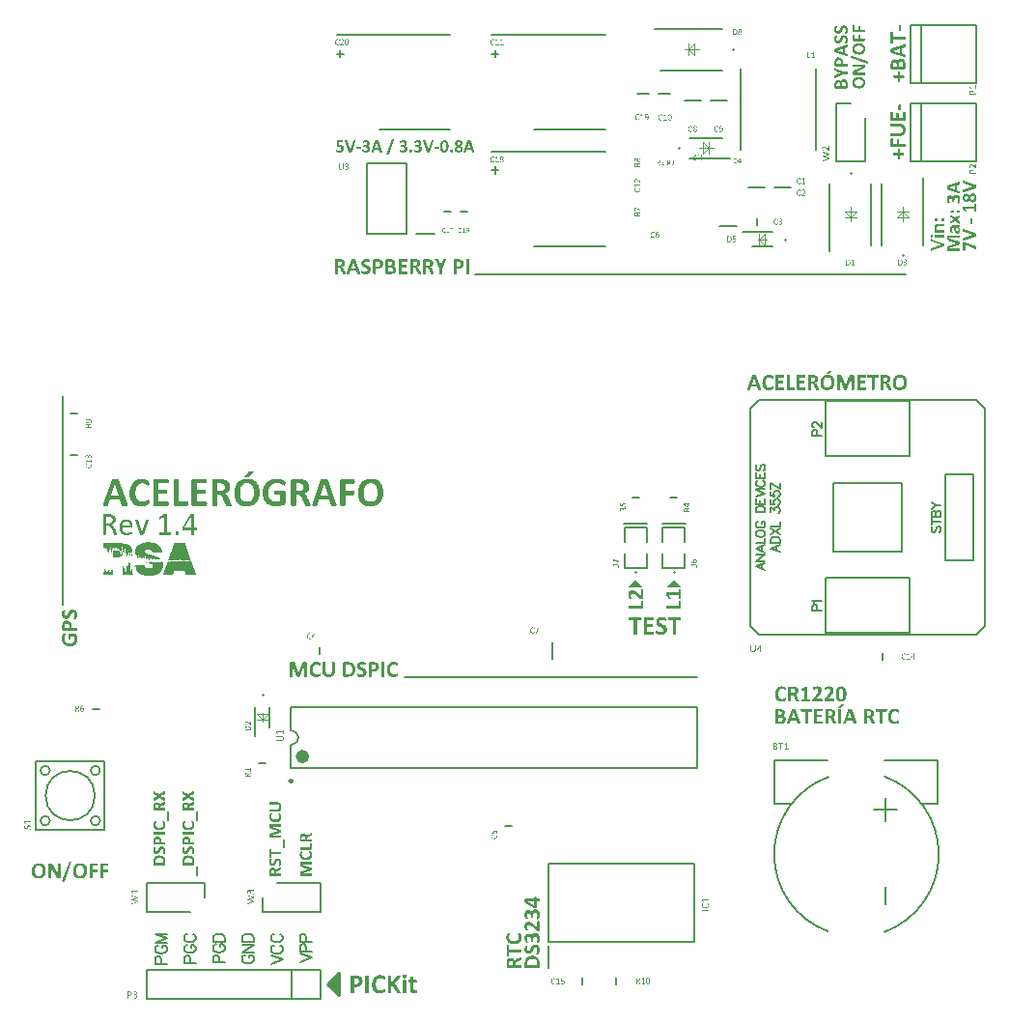
<source format=gto>
G04*
G04 #@! TF.GenerationSoftware,Altium Limited,Altium Designer,24.0.1 (36)*
G04*
G04 Layer_Color=65535*
%FSLAX25Y25*%
%MOIN*%
G70*
G04*
G04 #@! TF.SameCoordinates,8BFE6F63-70C4-421D-ACC2-915F9C03592B*
G04*
G04*
G04 #@! TF.FilePolarity,Positive*
G04*
G01*
G75*
%ADD10C,0.00591*%
%ADD11C,0.00787*%
%ADD12C,0.02362*%
%ADD13C,0.00984*%
%ADD14C,0.01000*%
%ADD15C,0.00394*%
%ADD16C,0.00197*%
G36*
X46082Y162354D02*
X46128D01*
Y162330D01*
X46152D01*
Y162354D01*
X46572D01*
Y162330D01*
X46595D01*
Y162283D01*
X47086D01*
Y162260D01*
X47109D01*
Y162237D01*
X47296D01*
Y162213D01*
X47319D01*
Y162190D01*
X47343D01*
Y162167D01*
X47530D01*
Y162190D01*
X47553D01*
Y162167D01*
X47600D01*
Y162120D01*
X47763D01*
Y162073D01*
X47973D01*
Y162050D01*
X47997D01*
Y162003D01*
X48090D01*
Y161980D01*
X48114D01*
Y161957D01*
X48254D01*
Y161933D01*
X48277D01*
Y161910D01*
X48300D01*
Y161886D01*
X48371D01*
Y161910D01*
X48394D01*
Y161886D01*
X48441D01*
Y161840D01*
X48534D01*
Y161816D01*
X48557D01*
Y161793D01*
X48651D01*
Y161746D01*
X48674D01*
Y161723D01*
X48768D01*
Y161700D01*
X48791D01*
Y161676D01*
X48814D01*
Y161653D01*
X48838D01*
Y161629D01*
X48861D01*
Y161606D01*
X48931D01*
Y161583D01*
X48954D01*
Y161559D01*
X48978D01*
Y161536D01*
X49001D01*
Y161513D01*
X49024D01*
Y161489D01*
X49048D01*
Y161466D01*
X49071D01*
Y161443D01*
X49165D01*
Y161396D01*
X49211D01*
Y161373D01*
X49235D01*
Y161349D01*
X49258D01*
Y161326D01*
X49281D01*
Y161279D01*
X49328D01*
Y161232D01*
X49375D01*
Y161209D01*
X49398D01*
Y161162D01*
X49445D01*
Y161116D01*
X49492D01*
Y161092D01*
X49515D01*
Y161069D01*
X49538D01*
Y161046D01*
X49562D01*
Y160999D01*
X49608D01*
Y160952D01*
X49655D01*
Y160929D01*
X49678D01*
Y160882D01*
X49725D01*
Y160789D01*
X49748D01*
Y160765D01*
X49772D01*
Y160695D01*
X49795D01*
Y160672D01*
X49819D01*
Y160649D01*
X49842D01*
Y160625D01*
X49865D01*
Y160602D01*
X49889D01*
Y160579D01*
X49912D01*
Y160555D01*
X49935D01*
Y160532D01*
X49959D01*
Y160438D01*
X50005D01*
Y160345D01*
X50029D01*
Y160322D01*
X50052D01*
Y160228D01*
X50099D01*
Y160205D01*
X50122D01*
Y160111D01*
X50145D01*
Y160088D01*
X50169D01*
Y160018D01*
X50192D01*
Y159995D01*
X50216D01*
Y159971D01*
X50239D01*
Y159831D01*
X50262D01*
Y159808D01*
X50286D01*
Y159668D01*
X50309D01*
Y159644D01*
X50332D01*
Y159621D01*
X50356D01*
Y159598D01*
X50332D01*
Y159458D01*
X50356D01*
Y159434D01*
X50379D01*
Y159411D01*
X50402D01*
Y159224D01*
X50426D01*
Y159201D01*
X50449D01*
Y158874D01*
X47109D01*
Y158897D01*
X47086D01*
Y158920D01*
X47063D01*
Y158944D01*
X47039D01*
Y159037D01*
X46993D01*
Y159061D01*
X46969D01*
Y159131D01*
X46993D01*
Y159177D01*
X46969D01*
Y159201D01*
X46946D01*
Y159224D01*
X46922D01*
Y159317D01*
X46876D01*
Y159364D01*
X46829D01*
Y159388D01*
X46806D01*
Y159434D01*
X46759D01*
Y159528D01*
X46736D01*
Y159551D01*
X46642D01*
Y159598D01*
X46595D01*
Y159644D01*
X46502D01*
Y159668D01*
X46479D01*
Y159691D01*
X46455D01*
Y159714D01*
X46432D01*
Y159738D01*
X46409D01*
Y159761D01*
X46222D01*
Y159784D01*
X46198D01*
Y159808D01*
X46175D01*
Y159831D01*
X45872D01*
Y159855D01*
X45848D01*
Y159878D01*
X45474D01*
Y159831D01*
X45148D01*
Y159808D01*
X45124D01*
Y159761D01*
X44961D01*
Y159714D01*
X44867D01*
Y159691D01*
X44844D01*
Y159668D01*
X44821D01*
Y159644D01*
X44797D01*
Y159668D01*
X44774D01*
Y159644D01*
X44750D01*
Y159621D01*
X44727D01*
Y159598D01*
X44704D01*
Y159574D01*
X44681D01*
Y159551D01*
X44657D01*
Y159528D01*
X44634D01*
Y159504D01*
X44610D01*
Y159481D01*
X44587D01*
Y159458D01*
X44564D01*
Y159434D01*
X44540D01*
Y159411D01*
X44517D01*
Y159271D01*
X44470D01*
Y159224D01*
X44447D01*
Y159177D01*
X44470D01*
Y159014D01*
X44447D01*
Y158967D01*
X44470D01*
Y158920D01*
X44517D01*
Y158827D01*
X44540D01*
Y158804D01*
X44564D01*
Y158780D01*
X44587D01*
Y158757D01*
X44610D01*
Y158733D01*
X44634D01*
Y158710D01*
X44657D01*
Y158687D01*
X44681D01*
Y158663D01*
X44704D01*
Y158640D01*
X44727D01*
Y158617D01*
X44750D01*
Y158593D01*
X44844D01*
Y158547D01*
X44891D01*
Y158523D01*
X44937D01*
Y158547D01*
X44984D01*
Y158523D01*
X45007D01*
Y158500D01*
X45031D01*
Y158477D01*
X45124D01*
Y158453D01*
X45148D01*
Y158430D01*
X45288D01*
Y158407D01*
X45311D01*
Y158360D01*
X45474D01*
Y158313D01*
X45685D01*
Y158266D01*
X45731D01*
Y158243D01*
X45778D01*
Y158266D01*
X45801D01*
Y158243D01*
X45825D01*
Y158266D01*
X45895D01*
Y158243D01*
X45918D01*
Y158196D01*
X46128D01*
Y158173D01*
X46152D01*
Y158150D01*
X46339D01*
Y158126D01*
X46362D01*
Y158103D01*
X46385D01*
Y158080D01*
X46572D01*
Y158056D01*
X46595D01*
Y158033D01*
X46806D01*
Y157986D01*
X46852D01*
Y157963D01*
X46899D01*
Y157986D01*
X46969D01*
Y157963D01*
X46993D01*
Y157986D01*
X47063D01*
Y157963D01*
X47086D01*
Y157940D01*
X47109D01*
Y157916D01*
X47249D01*
Y157893D01*
X47273D01*
Y157869D01*
X47460D01*
Y157846D01*
X47483D01*
Y157823D01*
X47506D01*
Y157799D01*
X47693D01*
Y157776D01*
X47717D01*
Y157753D01*
X47857D01*
Y157729D01*
X47880D01*
Y157706D01*
X47903D01*
Y157683D01*
X47950D01*
Y157706D01*
X48067D01*
Y157683D01*
X48090D01*
Y157659D01*
X48114D01*
Y157636D01*
X48207D01*
Y157613D01*
X48230D01*
Y157589D01*
X48417D01*
Y157566D01*
X48441D01*
Y157543D01*
X48464D01*
Y157519D01*
X48534D01*
Y157496D01*
X48557D01*
Y157472D01*
X48651D01*
Y157449D01*
X48674D01*
Y157426D01*
X48697D01*
Y157402D01*
X48721D01*
Y157426D01*
X48744D01*
Y157402D01*
X48768D01*
Y157379D01*
X48791D01*
Y157356D01*
X48884D01*
Y157309D01*
X48978D01*
Y157286D01*
X49001D01*
Y157262D01*
X49024D01*
Y157239D01*
X49095D01*
Y157215D01*
X49118D01*
Y157192D01*
X49211D01*
Y157169D01*
X49235D01*
Y157145D01*
X49305D01*
Y157122D01*
X49328D01*
Y157099D01*
X49351D01*
Y157075D01*
X49375D01*
Y157052D01*
X49398D01*
Y157029D01*
X49492D01*
Y156982D01*
X49515D01*
Y156959D01*
X49562D01*
Y156912D01*
X49655D01*
Y156888D01*
X49678D01*
Y156865D01*
X49702D01*
Y156842D01*
X49725D01*
Y156818D01*
X49748D01*
Y156795D01*
X49772D01*
Y156772D01*
X49795D01*
Y156702D01*
X49772D01*
Y156678D01*
X49748D01*
Y156702D01*
X49725D01*
Y156725D01*
X49702D01*
Y156748D01*
X49678D01*
Y156725D01*
X49655D01*
Y156678D01*
X49678D01*
Y156538D01*
X49655D01*
Y156515D01*
X49632D01*
Y156491D01*
X49608D01*
Y156468D01*
X49515D01*
Y156491D01*
X49492D01*
Y156515D01*
X49398D01*
Y156562D01*
X49375D01*
Y156585D01*
X49398D01*
Y156632D01*
X49445D01*
Y156725D01*
X49421D01*
Y156748D01*
X49351D01*
Y156725D01*
X49328D01*
Y156702D01*
X49305D01*
Y156678D01*
X49235D01*
Y156655D01*
X49211D01*
Y156608D01*
X49235D01*
Y156562D01*
X49211D01*
Y156515D01*
X49165D01*
Y156468D01*
X49118D01*
Y156421D01*
X49095D01*
Y156398D01*
X49071D01*
Y156375D01*
X49048D01*
Y156351D01*
X49001D01*
Y156375D01*
X48978D01*
Y156398D01*
X48954D01*
Y156421D01*
X48931D01*
Y156468D01*
X48884D01*
Y156515D01*
X48838D01*
Y156562D01*
X48814D01*
Y156585D01*
X48838D01*
Y156678D01*
X48768D01*
Y156632D01*
X48744D01*
Y156608D01*
X48721D01*
Y156585D01*
X48697D01*
Y156562D01*
X48674D01*
Y156538D01*
X48651D01*
Y156515D01*
X48441D01*
Y156421D01*
X48417D01*
Y156398D01*
X48347D01*
Y156421D01*
X48324D01*
Y156445D01*
X48300D01*
Y156468D01*
X48277D01*
Y156515D01*
X48207D01*
Y156468D01*
X48184D01*
Y156445D01*
X48160D01*
Y156421D01*
X48137D01*
Y156398D01*
X48020D01*
Y156421D01*
X47997D01*
Y156445D01*
X47973D01*
Y156468D01*
X47880D01*
Y156515D01*
X47833D01*
Y156538D01*
X47810D01*
Y156608D01*
X47833D01*
Y156655D01*
X47810D01*
Y156678D01*
X47787D01*
Y156702D01*
X47763D01*
Y156725D01*
X47740D01*
Y156748D01*
X47717D01*
Y156772D01*
X47693D01*
Y156795D01*
X47600D01*
Y157005D01*
X47576D01*
Y157029D01*
X47506D01*
Y157005D01*
X47483D01*
Y156748D01*
X47530D01*
Y156702D01*
X47553D01*
Y156655D01*
X47530D01*
Y156608D01*
X47553D01*
Y156538D01*
X47530D01*
Y156515D01*
X47483D01*
Y156468D01*
X47390D01*
Y156491D01*
X47366D01*
Y156515D01*
X47156D01*
Y156491D01*
X47133D01*
Y156468D01*
X46993D01*
Y156491D01*
X46969D01*
Y156515D01*
X46946D01*
Y156538D01*
X46922D01*
Y156562D01*
X46899D01*
Y156585D01*
X46876D01*
Y156608D01*
X46852D01*
Y156655D01*
X46876D01*
Y156678D01*
X46899D01*
Y156702D01*
X46922D01*
Y156748D01*
X46829D01*
Y156725D01*
X46806D01*
Y156702D01*
X46782D01*
Y156678D01*
X46759D01*
Y156632D01*
X46712D01*
Y156655D01*
X46689D01*
Y156678D01*
X46666D01*
Y156702D01*
X46642D01*
Y156725D01*
X46619D01*
Y156748D01*
X46595D01*
Y156772D01*
X46572D01*
Y156795D01*
X46549D01*
Y156818D01*
X46525D01*
Y156842D01*
X46502D01*
Y156865D01*
X46479D01*
Y156888D01*
X46455D01*
Y156912D01*
X46385D01*
Y156888D01*
X46362D01*
Y156865D01*
X46339D01*
Y156842D01*
X46315D01*
Y156818D01*
X46292D01*
Y156795D01*
X46152D01*
Y156772D01*
X46128D01*
Y156748D01*
X46152D01*
Y156725D01*
X46128D01*
Y156678D01*
X46082D01*
Y156538D01*
X46105D01*
Y156515D01*
X46128D01*
Y156468D01*
X46105D01*
Y156445D01*
X46082D01*
Y156188D01*
X45918D01*
Y156235D01*
X45872D01*
Y156258D01*
X45848D01*
Y156328D01*
X45872D01*
Y156562D01*
X45848D01*
Y156608D01*
X45872D01*
Y156655D01*
X45848D01*
Y156678D01*
X45825D01*
Y156702D01*
X45801D01*
Y156748D01*
X45755D01*
Y156725D01*
X45731D01*
Y156678D01*
X45708D01*
Y156655D01*
X45685D01*
Y156632D01*
X45638D01*
Y156678D01*
X45615D01*
Y156702D01*
X45591D01*
Y156725D01*
X45568D01*
Y156748D01*
X45521D01*
Y156795D01*
X45474D01*
Y156842D01*
X45498D01*
Y156865D01*
X45521D01*
Y157029D01*
X45474D01*
Y156935D01*
X45451D01*
Y156912D01*
X45428D01*
Y156888D01*
X45404D01*
Y156865D01*
X45381D01*
Y156842D01*
X45358D01*
Y156818D01*
X45334D01*
Y156795D01*
X45311D01*
Y156772D01*
X45288D01*
Y156748D01*
X45264D01*
Y156725D01*
X45241D01*
Y156678D01*
X45218D01*
Y156702D01*
X45194D01*
Y156725D01*
X45171D01*
Y156748D01*
X45148D01*
Y156725D01*
X45124D01*
Y156632D01*
X45077D01*
Y156538D01*
X45054D01*
Y156515D01*
X45031D01*
Y156491D01*
X45007D01*
Y156398D01*
X44937D01*
Y156421D01*
X44914D01*
Y156491D01*
X44891D01*
Y156515D01*
X44867D01*
Y156538D01*
X44844D01*
Y156795D01*
X44821D01*
Y156818D01*
X44797D01*
Y157075D01*
X44750D01*
Y157169D01*
X44727D01*
Y157192D01*
X44704D01*
Y157215D01*
X44681D01*
Y157239D01*
X44657D01*
Y157262D01*
X44634D01*
Y157356D01*
X44564D01*
Y157262D01*
X44540D01*
Y157239D01*
X44517D01*
Y157145D01*
X44424D01*
Y157122D01*
X44400D01*
Y157029D01*
X44354D01*
Y156865D01*
X44307D01*
Y156842D01*
X44283D01*
Y156795D01*
X44190D01*
Y156842D01*
X44167D01*
Y156888D01*
X44190D01*
Y156935D01*
X44167D01*
Y156959D01*
X44143D01*
Y156982D01*
X44120D01*
Y157286D01*
X44097D01*
Y157309D01*
X44073D01*
Y157753D01*
X44026D01*
Y157729D01*
X44003D01*
Y157472D01*
X43980D01*
Y157449D01*
X43957D01*
Y157379D01*
X43980D01*
Y157356D01*
X44003D01*
Y157309D01*
X43910D01*
Y157262D01*
X43886D01*
Y157239D01*
X43840D01*
Y156865D01*
X43863D01*
Y156842D01*
X43910D01*
Y156608D01*
X43886D01*
Y156585D01*
X43863D01*
Y156562D01*
X43840D01*
Y156515D01*
X43676D01*
Y156608D01*
X43653D01*
Y156632D01*
X43630D01*
Y156655D01*
X43606D01*
Y156702D01*
X43630D01*
Y156772D01*
X43606D01*
Y156795D01*
X43583D01*
Y156818D01*
X43559D01*
Y156842D01*
X43513D01*
Y156818D01*
X43489D01*
Y156795D01*
X43186D01*
Y156818D01*
X43162D01*
Y156888D01*
X43186D01*
Y156912D01*
X43209D01*
Y156935D01*
X43233D01*
Y157005D01*
X43209D01*
Y157029D01*
X43186D01*
Y157052D01*
X43162D01*
Y157122D01*
X43139D01*
Y157145D01*
X43116D01*
Y157239D01*
X43069D01*
Y157262D01*
X43046D01*
Y157239D01*
X42999D01*
Y157192D01*
X42952D01*
Y157145D01*
X42882D01*
Y157192D01*
X42859D01*
Y157215D01*
X42836D01*
Y157239D01*
X42765D01*
Y157192D01*
X42672D01*
Y157239D01*
X42625D01*
Y157262D01*
X42602D01*
Y157286D01*
X42579D01*
Y157309D01*
X42555D01*
Y157356D01*
X42509D01*
Y157402D01*
X42485D01*
Y157426D01*
X42509D01*
Y157496D01*
X42485D01*
Y157519D01*
X42462D01*
Y157543D01*
X42438D01*
Y157683D01*
X42415D01*
Y157706D01*
X42392D01*
Y157916D01*
X42322D01*
Y157823D01*
X42298D01*
Y157799D01*
X42275D01*
Y157706D01*
X42182D01*
Y157683D01*
X42158D01*
Y157636D01*
X42065D01*
Y157613D01*
X42041D01*
Y157472D01*
X42065D01*
Y157449D01*
X42041D01*
Y157379D01*
X42065D01*
Y157356D01*
X42088D01*
Y157379D01*
X42112D01*
Y157402D01*
X42135D01*
Y157426D01*
X42158D01*
Y157449D01*
X42182D01*
Y157472D01*
X42252D01*
Y157449D01*
X42275D01*
Y157426D01*
X42298D01*
Y157402D01*
X42322D01*
Y157379D01*
X42345D01*
Y157356D01*
X42322D01*
Y157145D01*
X42298D01*
Y157122D01*
X42252D01*
Y157145D01*
X42065D01*
Y157122D01*
X42041D01*
Y157075D01*
X41995D01*
Y157029D01*
X41948D01*
Y156982D01*
X41925D01*
Y156959D01*
X41878D01*
Y156912D01*
X41831D01*
Y156818D01*
X41808D01*
Y156795D01*
X41738D01*
Y156818D01*
X41714D01*
Y156912D01*
X41668D01*
Y156959D01*
X41644D01*
Y156982D01*
X41668D01*
Y157332D01*
X41644D01*
Y157356D01*
X41621D01*
Y157379D01*
X41598D01*
Y157449D01*
X41621D01*
Y157472D01*
X41644D01*
Y157496D01*
X41668D01*
Y157683D01*
X41621D01*
Y157706D01*
X41598D01*
Y157799D01*
X41574D01*
Y157823D01*
X41551D01*
Y157916D01*
X41504D01*
Y157940D01*
X41481D01*
Y158126D01*
X41504D01*
Y158150D01*
X41551D01*
Y158313D01*
X41504D01*
Y158290D01*
X41481D01*
Y158196D01*
X41388D01*
Y158173D01*
X41364D01*
Y158150D01*
X41177D01*
Y158126D01*
X41154D01*
Y158033D01*
X41107D01*
Y158056D01*
X41084D01*
Y158126D01*
X41107D01*
Y158173D01*
X41084D01*
Y158196D01*
X41061D01*
Y158220D01*
X41037D01*
Y159294D01*
X41061D01*
Y159317D01*
X41084D01*
Y159341D01*
X41107D01*
Y159528D01*
X41084D01*
Y159551D01*
X41107D01*
Y159598D01*
X41131D01*
Y159621D01*
X41154D01*
Y159808D01*
X41177D01*
Y159831D01*
X41201D01*
Y159855D01*
X41224D01*
Y159901D01*
X41201D01*
Y159971D01*
X41224D01*
Y159995D01*
X41271D01*
Y160088D01*
X41294D01*
Y160111D01*
X41317D01*
Y160252D01*
X41341D01*
Y160275D01*
X41364D01*
Y160298D01*
X41388D01*
Y160368D01*
X41411D01*
Y160392D01*
X41434D01*
Y160438D01*
X41481D01*
Y160532D01*
X41504D01*
Y160555D01*
X41551D01*
Y160649D01*
X41574D01*
Y160672D01*
X41598D01*
Y160695D01*
X41621D01*
Y160719D01*
X41644D01*
Y160742D01*
X41668D01*
Y160836D01*
X41714D01*
Y160882D01*
X41761D01*
Y160929D01*
X41785D01*
Y160952D01*
X41831D01*
Y160999D01*
X41878D01*
Y161092D01*
X41901D01*
Y161116D01*
X41925D01*
Y161139D01*
X41948D01*
Y161162D01*
X42041D01*
Y161256D01*
X42065D01*
Y161279D01*
X42158D01*
Y161326D01*
X42182D01*
Y161349D01*
X42205D01*
Y161373D01*
X42228D01*
Y161396D01*
X42275D01*
Y161443D01*
X42322D01*
Y161489D01*
X42345D01*
Y161513D01*
X42438D01*
Y161536D01*
X42462D01*
Y161559D01*
X42485D01*
Y161583D01*
X42509D01*
Y161606D01*
X42579D01*
Y161629D01*
X42602D01*
Y161653D01*
X42625D01*
Y161676D01*
X42649D01*
Y161700D01*
X42672D01*
Y161723D01*
X42812D01*
Y161746D01*
X42836D01*
Y161770D01*
X42859D01*
Y161793D01*
X42882D01*
Y161816D01*
X42906D01*
Y161840D01*
X43046D01*
Y161863D01*
X43069D01*
Y161886D01*
X43139D01*
Y161910D01*
X43162D01*
Y161933D01*
X43186D01*
Y161957D01*
X43279D01*
Y162003D01*
X43443D01*
Y162050D01*
X43466D01*
Y162073D01*
X43559D01*
Y162050D01*
X43583D01*
Y162073D01*
X43606D01*
Y162097D01*
X43630D01*
Y162120D01*
X43770D01*
Y162143D01*
X43793D01*
Y162167D01*
X43816D01*
Y162190D01*
X43863D01*
Y162167D01*
X44050D01*
Y162190D01*
X44073D01*
Y162237D01*
X44283D01*
Y162260D01*
X44307D01*
Y162283D01*
X44727D01*
Y162307D01*
X44750D01*
Y162354D01*
X45124D01*
Y162330D01*
X45148D01*
Y162354D01*
X45194D01*
Y162400D01*
X46082D01*
Y162354D01*
D02*
G37*
G36*
X36647Y162050D02*
X36670D01*
Y162027D01*
X36693D01*
Y162003D01*
X37114D01*
Y161980D01*
X37137D01*
Y161957D01*
X37557D01*
Y161933D01*
X37581D01*
Y161886D01*
X37651D01*
Y161910D01*
X37697D01*
Y161886D01*
X37744D01*
Y161840D01*
X38001D01*
Y161816D01*
X38024D01*
Y161793D01*
X38048D01*
Y161770D01*
X38094D01*
Y161793D01*
X38164D01*
Y161770D01*
X38188D01*
Y161746D01*
X38211D01*
Y161723D01*
X38351D01*
Y161676D01*
X38445D01*
Y161653D01*
X38468D01*
Y161629D01*
X38491D01*
Y161606D01*
X38585D01*
Y161559D01*
X38678D01*
Y161536D01*
X38702D01*
Y161513D01*
X38772D01*
Y161489D01*
X38795D01*
Y161466D01*
X38818D01*
Y161443D01*
X38912D01*
Y161396D01*
X38959D01*
Y161373D01*
X38982D01*
Y161349D01*
X39005D01*
Y161326D01*
X39029D01*
Y161279D01*
X39122D01*
Y161256D01*
X39145D01*
Y161232D01*
X39169D01*
Y161209D01*
X39192D01*
Y161186D01*
X39215D01*
Y161162D01*
X39239D01*
Y161139D01*
X39262D01*
Y161116D01*
X39286D01*
Y161092D01*
X39309D01*
Y161069D01*
X39332D01*
Y161046D01*
X39356D01*
Y161022D01*
X39379D01*
Y160999D01*
X39402D01*
Y160976D01*
X39426D01*
Y160952D01*
X39449D01*
Y160929D01*
X39472D01*
Y160906D01*
X39496D01*
Y160882D01*
X39519D01*
Y160859D01*
X39542D01*
Y160836D01*
X39566D01*
Y160812D01*
X39589D01*
Y160719D01*
X39636D01*
Y160672D01*
X39683D01*
Y160649D01*
X39706D01*
Y160602D01*
X39753D01*
Y160509D01*
X39776D01*
Y160485D01*
X39799D01*
Y160462D01*
X39823D01*
Y160438D01*
X39846D01*
Y160415D01*
X39869D01*
Y160275D01*
X39916D01*
Y160181D01*
X39939D01*
Y160158D01*
X39963D01*
Y160135D01*
X39986D01*
Y160041D01*
X40033D01*
Y159831D01*
X40080D01*
Y159784D01*
X40103D01*
Y159761D01*
X40080D01*
Y159621D01*
X40103D01*
Y159598D01*
X40126D01*
Y159574D01*
X40150D01*
Y158266D01*
X40126D01*
Y158243D01*
X40080D01*
Y158103D01*
X40103D01*
Y158080D01*
X40080D01*
Y158033D01*
X40056D01*
Y158010D01*
X40033D01*
Y157823D01*
X40010D01*
Y157799D01*
X39986D01*
Y157706D01*
X39939D01*
Y157683D01*
X39916D01*
Y157589D01*
X39893D01*
Y157566D01*
X39869D01*
Y157426D01*
X39846D01*
Y157402D01*
X39799D01*
Y157356D01*
X39776D01*
Y157332D01*
X39753D01*
Y157309D01*
X39706D01*
Y157332D01*
X39683D01*
Y157379D01*
X39706D01*
Y157449D01*
X39683D01*
Y157472D01*
X39659D01*
Y157496D01*
X39636D01*
Y157566D01*
X39659D01*
Y157589D01*
X39683D01*
Y157613D01*
X39706D01*
Y157729D01*
X39683D01*
Y157753D01*
X39636D01*
Y157799D01*
X39659D01*
Y157823D01*
X39706D01*
Y157893D01*
X39683D01*
Y157916D01*
X39659D01*
Y157940D01*
X39636D01*
Y158010D01*
X39659D01*
Y158033D01*
X39683D01*
Y158056D01*
X39706D01*
Y158173D01*
X39683D01*
Y158196D01*
X39659D01*
Y158220D01*
X39636D01*
Y158360D01*
X39683D01*
Y158383D01*
X39706D01*
Y158804D01*
X39659D01*
Y158850D01*
X39636D01*
Y158874D01*
X39589D01*
Y158827D01*
X39566D01*
Y158804D01*
X39542D01*
Y158780D01*
X39519D01*
Y158757D01*
X39472D01*
Y158663D01*
X39449D01*
Y158640D01*
X39426D01*
Y158313D01*
X39472D01*
Y157753D01*
X39426D01*
Y157729D01*
X39402D01*
Y157706D01*
X39379D01*
Y157659D01*
X39356D01*
Y157636D01*
X39309D01*
Y157683D01*
X39286D01*
Y157706D01*
X39262D01*
Y157683D01*
X39239D01*
Y157543D01*
X39262D01*
Y157496D01*
X39239D01*
Y157472D01*
X39192D01*
Y157356D01*
X38982D01*
Y157379D01*
X38959D01*
Y157449D01*
X38982D01*
Y157472D01*
X39005D01*
Y157496D01*
X39029D01*
Y157683D01*
X39052D01*
Y157706D01*
X39075D01*
Y157799D01*
X39052D01*
Y157823D01*
X39029D01*
Y157916D01*
X39075D01*
Y157963D01*
X39099D01*
Y157986D01*
X39145D01*
Y158056D01*
X39122D01*
Y158080D01*
X39052D01*
Y158103D01*
X39029D01*
Y158126D01*
X39005D01*
Y158150D01*
X38982D01*
Y158173D01*
X38959D01*
Y158220D01*
X38982D01*
Y158243D01*
X39005D01*
Y158266D01*
X39029D01*
Y158360D01*
X38912D01*
Y158266D01*
X38888D01*
Y158243D01*
X38818D01*
Y158266D01*
X38795D01*
Y158243D01*
X38772D01*
Y158266D01*
X38725D01*
Y158243D01*
X38678D01*
Y158033D01*
X38585D01*
Y158126D01*
X38562D01*
Y158150D01*
X38491D01*
Y158126D01*
X38468D01*
Y158103D01*
X38445D01*
Y158080D01*
X38421D01*
Y158056D01*
X38398D01*
Y158010D01*
X38421D01*
Y157986D01*
X38445D01*
Y157963D01*
X38468D01*
Y157916D01*
X38678D01*
Y157893D01*
X38702D01*
Y157846D01*
X38678D01*
Y157823D01*
X38655D01*
Y157799D01*
X38632D01*
Y157753D01*
X38585D01*
Y157729D01*
X38562D01*
Y157706D01*
X38538D01*
Y157683D01*
X38515D01*
Y157636D01*
X38421D01*
Y157613D01*
X38398D01*
Y157589D01*
X38305D01*
Y157496D01*
X38281D01*
Y157472D01*
X38258D01*
Y157449D01*
X38235D01*
Y157356D01*
X38188D01*
Y157262D01*
X38164D01*
Y157239D01*
X38094D01*
Y157262D01*
X38071D01*
Y157519D01*
X38118D01*
Y157566D01*
X38141D01*
Y157589D01*
X38118D01*
Y157846D01*
X38141D01*
Y157893D01*
X38118D01*
Y157916D01*
X38094D01*
Y157940D01*
X38071D01*
Y158126D01*
X38048D01*
Y158150D01*
X38024D01*
Y158290D01*
X38001D01*
Y158313D01*
X37978D01*
Y158336D01*
X37954D01*
Y158360D01*
X37931D01*
Y158383D01*
X37908D01*
Y158477D01*
X37861D01*
Y158500D01*
X37838D01*
Y158523D01*
X37814D01*
Y158547D01*
X37791D01*
Y158570D01*
X37767D01*
Y158593D01*
X37744D01*
Y158617D01*
X37721D01*
Y158640D01*
X37697D01*
Y158663D01*
X37674D01*
Y158733D01*
X37697D01*
Y158757D01*
X37791D01*
Y158804D01*
X37814D01*
Y158827D01*
X37838D01*
Y158850D01*
X37861D01*
Y158897D01*
X37838D01*
Y158920D01*
X37744D01*
Y158967D01*
X37721D01*
Y158991D01*
X37697D01*
Y159014D01*
X37674D01*
Y159037D01*
X37627D01*
Y159084D01*
X37604D01*
Y159107D01*
X37581D01*
Y159317D01*
X37604D01*
Y159341D01*
X37627D01*
Y159364D01*
X37651D01*
Y159388D01*
X37674D01*
Y159364D01*
X37721D01*
Y159388D01*
X37744D01*
Y159434D01*
X37791D01*
Y159644D01*
X37814D01*
Y159668D01*
X37838D01*
Y159691D01*
X37861D01*
Y159714D01*
X37838D01*
Y159761D01*
X37861D01*
Y159784D01*
X37838D01*
Y159831D01*
X37791D01*
Y159925D01*
X37767D01*
Y159948D01*
X37744D01*
Y159971D01*
X37721D01*
Y159995D01*
X37627D01*
Y160041D01*
X37651D01*
Y160065D01*
X37674D01*
Y160205D01*
X37627D01*
Y160181D01*
X37604D01*
Y160158D01*
X37581D01*
Y160135D01*
X37557D01*
Y160111D01*
X37534D01*
Y160088D01*
X37511D01*
Y159668D01*
X37534D01*
Y159644D01*
X37557D01*
Y159621D01*
X37581D01*
Y159598D01*
X37557D01*
Y159551D01*
X37581D01*
Y159528D01*
X37557D01*
Y159481D01*
X37511D01*
Y158780D01*
X37534D01*
Y158757D01*
X37557D01*
Y158733D01*
X37581D01*
Y158663D01*
X37557D01*
Y158173D01*
X37581D01*
Y158126D01*
X37557D01*
Y158080D01*
X37511D01*
Y157869D01*
X37464D01*
Y157659D01*
X37441D01*
Y157636D01*
X37417D01*
Y157613D01*
X37394D01*
Y157472D01*
X37417D01*
Y157449D01*
X37394D01*
Y157426D01*
X37347D01*
Y157449D01*
X37324D01*
Y157472D01*
X37300D01*
Y157496D01*
X37277D01*
Y157543D01*
X37300D01*
Y157636D01*
X37277D01*
Y158733D01*
X37300D01*
Y158780D01*
X37277D01*
Y158804D01*
X37254D01*
Y158827D01*
X37230D01*
Y159084D01*
X37184D01*
Y159061D01*
X37160D01*
Y159037D01*
X37184D01*
Y159014D01*
X37160D01*
Y158991D01*
X37137D01*
Y158967D01*
X37114D01*
Y158944D01*
X37090D01*
Y158920D01*
X37067D01*
Y158874D01*
X37020D01*
Y158897D01*
X36997D01*
Y158920D01*
X36974D01*
Y158944D01*
X36950D01*
Y159317D01*
X36903D01*
Y159528D01*
X36927D01*
Y159551D01*
X36950D01*
Y159995D01*
X36506D01*
Y160041D01*
X36460D01*
Y160065D01*
X36413D01*
Y160041D01*
X36390D01*
Y159995D01*
X36413D01*
Y159971D01*
X36460D01*
Y159901D01*
X36436D01*
Y159878D01*
X36390D01*
Y159201D01*
X36506D01*
Y159154D01*
X36553D01*
Y159107D01*
X36576D01*
Y159084D01*
X36623D01*
Y158991D01*
X36647D01*
Y158967D01*
X36670D01*
Y158944D01*
X36693D01*
Y158920D01*
X36717D01*
Y158897D01*
X36740D01*
Y158874D01*
X36717D01*
Y158850D01*
X36740D01*
Y158827D01*
X36763D01*
Y158804D01*
X36787D01*
Y158663D01*
X36810D01*
Y158640D01*
X36833D01*
Y158150D01*
X36810D01*
Y158126D01*
X36787D01*
Y157986D01*
X36763D01*
Y157963D01*
X36740D01*
Y157940D01*
X36717D01*
Y157893D01*
X36740D01*
Y157846D01*
X36717D01*
Y157799D01*
X36670D01*
Y157753D01*
X36623D01*
Y157706D01*
X36576D01*
Y157683D01*
X36553D01*
Y157636D01*
X36506D01*
Y157589D01*
X36460D01*
Y157566D01*
X36436D01*
Y157519D01*
X36343D01*
Y157496D01*
X36320D01*
Y157472D01*
X36226D01*
Y157426D01*
X36203D01*
Y157402D01*
X36133D01*
Y157426D01*
X36086D01*
Y157402D01*
X36063D01*
Y157379D01*
X36039D01*
Y157356D01*
X35666D01*
Y157309D01*
X33587D01*
Y159411D01*
X33610D01*
Y159434D01*
X35829D01*
Y159528D01*
X35852D01*
Y159551D01*
X35876D01*
Y159574D01*
X35899D01*
Y159621D01*
X35876D01*
Y159691D01*
X35899D01*
Y159738D01*
X35876D01*
Y159761D01*
X35829D01*
Y159808D01*
X35852D01*
Y159831D01*
X35876D01*
Y159878D01*
X35852D01*
Y159901D01*
X35829D01*
Y159925D01*
X35782D01*
Y159995D01*
X35829D01*
Y160041D01*
X35876D01*
Y160088D01*
X35899D01*
Y160111D01*
X35876D01*
Y160135D01*
X35899D01*
Y160181D01*
X35876D01*
Y160205D01*
X35852D01*
Y160228D01*
X35829D01*
Y160252D01*
X35852D01*
Y160275D01*
X35876D01*
Y160298D01*
X35899D01*
Y160368D01*
X35876D01*
Y160392D01*
X35852D01*
Y160368D01*
X35829D01*
Y160345D01*
X35806D01*
Y160322D01*
X35782D01*
Y160298D01*
X35759D01*
Y160275D01*
X35736D01*
Y160252D01*
X35712D01*
Y160181D01*
X35736D01*
Y160158D01*
X35759D01*
Y160135D01*
X35782D01*
Y160065D01*
X35759D01*
Y160041D01*
X35666D01*
Y159995D01*
X35455D01*
Y160018D01*
X35432D01*
Y160041D01*
X35409D01*
Y160065D01*
X35385D01*
Y160158D01*
X35339D01*
Y160181D01*
X35315D01*
Y160205D01*
X35339D01*
Y160252D01*
X35315D01*
Y160275D01*
X35292D01*
Y160252D01*
X35269D01*
Y160228D01*
X35245D01*
Y160205D01*
X35222D01*
Y160111D01*
X35175D01*
Y160088D01*
X35152D01*
Y160111D01*
X35105D01*
Y160205D01*
X35058D01*
Y160228D01*
X35035D01*
Y160205D01*
X34965D01*
Y160228D01*
X34942D01*
Y160252D01*
X34918D01*
Y160275D01*
X34825D01*
Y160322D01*
X34848D01*
Y160345D01*
X34872D01*
Y160368D01*
X34895D01*
Y160392D01*
X34918D01*
Y160415D01*
X34942D01*
Y160438D01*
X34965D01*
Y160462D01*
X34988D01*
Y160485D01*
X35012D01*
Y160509D01*
X35035D01*
Y160532D01*
X35058D01*
Y160602D01*
X34988D01*
Y160555D01*
X34965D01*
Y160532D01*
X34942D01*
Y160509D01*
X34918D01*
Y160485D01*
X34848D01*
Y160509D01*
X34825D01*
Y160602D01*
X34428D01*
Y160509D01*
X34405D01*
Y160485D01*
X34311D01*
Y160392D01*
X34288D01*
Y160368D01*
X34264D01*
Y160275D01*
X34218D01*
Y160252D01*
X34194D01*
Y160228D01*
X34171D01*
Y160205D01*
X34148D01*
Y160158D01*
X34101D01*
Y160135D01*
X34078D01*
Y160111D01*
X34054D01*
Y160088D01*
X34031D01*
Y160111D01*
X33984D01*
Y160205D01*
X33961D01*
Y160228D01*
X33914D01*
Y160205D01*
X33774D01*
Y160228D01*
X33751D01*
Y160275D01*
X33704D01*
Y160438D01*
X33657D01*
Y160532D01*
X33634D01*
Y160555D01*
X33587D01*
Y160438D01*
X33540D01*
Y160392D01*
X33424D01*
Y160368D01*
X33400D01*
Y160392D01*
X33377D01*
Y160415D01*
X33353D01*
Y160438D01*
X33307D01*
Y160275D01*
X33260D01*
Y160228D01*
X33237D01*
Y160205D01*
X33190D01*
Y160158D01*
X33143D01*
Y160065D01*
X33120D01*
Y160041D01*
X33097D01*
Y160018D01*
X33073D01*
Y159971D01*
X33097D01*
Y159901D01*
X33073D01*
Y159878D01*
X33050D01*
Y159855D01*
X33026D01*
Y159037D01*
X32980D01*
Y158780D01*
X32956D01*
Y158757D01*
X32933D01*
Y158733D01*
X32910D01*
Y158663D01*
X32886D01*
Y158640D01*
X32863D01*
Y158593D01*
X32653D01*
Y158617D01*
X32629D01*
Y158804D01*
X32653D01*
Y158827D01*
X32700D01*
Y158920D01*
X32653D01*
Y158944D01*
X32629D01*
Y159014D01*
X32653D01*
Y159037D01*
X32676D01*
Y159061D01*
X32700D01*
Y159317D01*
X32746D01*
Y159528D01*
X32723D01*
Y159551D01*
X32700D01*
Y159971D01*
X32676D01*
Y159995D01*
X32606D01*
Y159971D01*
X32583D01*
Y159948D01*
X32559D01*
Y159925D01*
X32536D01*
Y159901D01*
X32513D01*
Y159878D01*
X32419D01*
Y159925D01*
X32396D01*
Y159948D01*
X32349D01*
Y159995D01*
X32256D01*
Y159925D01*
X32303D01*
Y159901D01*
X32326D01*
Y159878D01*
X32349D01*
Y159831D01*
X32373D01*
Y159808D01*
X32349D01*
Y159714D01*
X32256D01*
Y159738D01*
X32232D01*
Y159761D01*
X32139D01*
Y159154D01*
X32186D01*
Y158944D01*
X32162D01*
Y158920D01*
X32139D01*
Y158827D01*
X32116D01*
Y158804D01*
X32069D01*
Y158757D01*
X32046D01*
Y158733D01*
X32022D01*
Y158710D01*
X31976D01*
Y158733D01*
X31952D01*
Y158757D01*
X31929D01*
Y158780D01*
X31905D01*
Y158804D01*
X31882D01*
Y158827D01*
X31859D01*
Y158920D01*
X31905D01*
Y158991D01*
X31859D01*
Y158944D01*
X31835D01*
Y158920D01*
X31695D01*
Y158967D01*
X31649D01*
Y158991D01*
X31625D01*
Y159037D01*
X31742D01*
Y159084D01*
X31765D01*
Y159107D01*
X31789D01*
Y159271D01*
X31695D01*
Y159294D01*
X31672D01*
Y159317D01*
X31579D01*
Y159364D01*
X31555D01*
Y159388D01*
X31508D01*
Y159434D01*
X31462D01*
Y159481D01*
X31415D01*
Y159528D01*
X31392D01*
Y159551D01*
X31298D01*
Y159714D01*
X31508D01*
Y160041D01*
X31532D01*
Y160088D01*
X31508D01*
Y160111D01*
X31485D01*
Y160088D01*
X31462D01*
Y160065D01*
X31438D01*
Y160041D01*
X31252D01*
Y160065D01*
X31228D01*
Y160088D01*
X31205D01*
Y160111D01*
X31181D01*
Y160205D01*
X31111D01*
Y160158D01*
X31018D01*
Y160111D01*
X30901D01*
Y160205D01*
X30831D01*
Y160135D01*
X30855D01*
Y160111D01*
X30901D01*
Y159831D01*
X30878D01*
Y159808D01*
X30855D01*
Y159784D01*
X30831D01*
Y159738D01*
X30855D01*
Y159714D01*
X30878D01*
Y159691D01*
X30901D01*
Y159621D01*
X30878D01*
Y159598D01*
X30855D01*
Y159574D01*
X30831D01*
Y159528D01*
X30855D01*
Y159481D01*
X30901D01*
Y159388D01*
X30878D01*
Y159364D01*
X30855D01*
Y159341D01*
X30831D01*
Y159317D01*
X30738D01*
Y159271D01*
X30668D01*
Y159364D01*
X30644D01*
Y159388D01*
X30621D01*
Y160368D01*
X30598D01*
Y160392D01*
X30574D01*
Y160532D01*
X30551D01*
Y160555D01*
X30504D01*
Y160275D01*
X30341D01*
Y160438D01*
X30294D01*
Y160579D01*
X30271D01*
Y160602D01*
X30177D01*
Y160509D01*
X30201D01*
Y160485D01*
X30224D01*
Y160438D01*
X30177D01*
Y160228D01*
X30154D01*
Y160205D01*
X30131D01*
Y160228D01*
X30107D01*
Y162050D01*
X30131D01*
Y162073D01*
X36647D01*
Y162050D01*
D02*
G37*
G36*
X58273D02*
X58296D01*
Y161863D01*
X58319D01*
Y161840D01*
X58343D01*
Y161816D01*
X58366D01*
Y161746D01*
X58343D01*
Y161700D01*
X58366D01*
Y161676D01*
X58390D01*
Y161653D01*
X58413D01*
Y161559D01*
X58460D01*
Y161419D01*
X58483D01*
Y161396D01*
X58506D01*
Y161373D01*
X58530D01*
Y161279D01*
X58576D01*
Y161116D01*
X58623D01*
Y161092D01*
X58647D01*
Y161022D01*
X58623D01*
Y160999D01*
X58647D01*
Y160976D01*
X58623D01*
Y160906D01*
X58647D01*
Y160882D01*
X58693D01*
Y160789D01*
X58717D01*
Y160765D01*
X58740D01*
Y160625D01*
X58763D01*
Y160602D01*
X58787D01*
Y160579D01*
X58810D01*
Y160438D01*
X58857D01*
Y160275D01*
X58903D01*
Y160181D01*
X58927D01*
Y160158D01*
X58973D01*
Y159995D01*
X59020D01*
Y159831D01*
X59067D01*
Y159808D01*
X59090D01*
Y159668D01*
X59114D01*
Y159644D01*
X59137D01*
Y159504D01*
X59160D01*
Y159481D01*
X59184D01*
Y159458D01*
X59207D01*
Y159434D01*
X59184D01*
Y159411D01*
X59207D01*
Y159388D01*
X59230D01*
Y159364D01*
X59254D01*
Y159224D01*
X59277D01*
Y159201D01*
X59300D01*
Y159061D01*
X59324D01*
Y159037D01*
X59347D01*
Y159014D01*
X59370D01*
Y158920D01*
X59417D01*
Y158780D01*
X59440D01*
Y158757D01*
X59464D01*
Y158733D01*
X59487D01*
Y158687D01*
X59464D01*
Y158617D01*
X59487D01*
Y158593D01*
X59511D01*
Y158570D01*
X59534D01*
Y158430D01*
X59557D01*
Y158407D01*
X59581D01*
Y158266D01*
X59604D01*
Y158243D01*
X59651D01*
Y158103D01*
X59674D01*
Y158080D01*
X59698D01*
Y157986D01*
X59721D01*
Y157963D01*
X59744D01*
Y157940D01*
X59768D01*
Y157893D01*
X59744D01*
Y157776D01*
X59768D01*
Y157753D01*
X59791D01*
Y157729D01*
X59814D01*
Y157636D01*
X59861D01*
Y157496D01*
X59884D01*
Y157472D01*
X59908D01*
Y157449D01*
X59931D01*
Y157309D01*
X59954D01*
Y157286D01*
X59978D01*
Y157145D01*
X60001D01*
Y157122D01*
X60024D01*
Y157052D01*
X60048D01*
Y157029D01*
X60071D01*
Y157005D01*
X60094D01*
Y156865D01*
X60118D01*
Y156842D01*
X60141D01*
Y156702D01*
X60164D01*
Y156678D01*
X60211D01*
Y156585D01*
X60235D01*
Y156562D01*
X60258D01*
Y156351D01*
X60305D01*
Y156328D01*
X60328D01*
Y156258D01*
X60305D01*
Y156235D01*
X60258D01*
Y156188D01*
X60164D01*
Y156211D01*
X60141D01*
Y156235D01*
X59604D01*
Y156211D01*
X59581D01*
Y156188D01*
X58530D01*
Y156211D01*
X58506D01*
Y156235D01*
X58413D01*
Y156281D01*
X58390D01*
Y156305D01*
X58343D01*
Y156281D01*
X58319D01*
Y156305D01*
X58296D01*
Y156351D01*
X58249D01*
Y156328D01*
X58226D01*
Y156305D01*
X58249D01*
Y156258D01*
X58226D01*
Y156235D01*
X58203D01*
Y156211D01*
X58179D01*
Y156188D01*
X58133D01*
Y156211D01*
X58109D01*
Y156235D01*
X58039D01*
Y156258D01*
X58016D01*
Y156281D01*
X57993D01*
Y156305D01*
X57969D01*
Y156328D01*
X57946D01*
Y156351D01*
X57899D01*
Y156235D01*
X57852D01*
Y156188D01*
X57736D01*
Y156235D01*
X57642D01*
Y156211D01*
X57619D01*
Y156188D01*
X57409D01*
Y156141D01*
X57385D01*
Y156118D01*
X57245D01*
Y156165D01*
X57222D01*
Y156188D01*
X57175D01*
Y156235D01*
X57082D01*
Y156211D01*
X57058D01*
Y156188D01*
X56965D01*
Y156211D01*
X56942D01*
Y156235D01*
X56918D01*
Y156258D01*
X56895D01*
Y156281D01*
X56872D01*
Y156305D01*
X56848D01*
Y156328D01*
X56825D01*
Y156351D01*
X56801D01*
Y156375D01*
X56778D01*
Y156398D01*
X56568D01*
Y156258D01*
X56545D01*
Y156235D01*
X56521D01*
Y156211D01*
X56498D01*
Y156188D01*
X56334D01*
Y156235D01*
X56288D01*
Y156328D01*
X56264D01*
Y156351D01*
X56171D01*
Y156305D01*
X56124D01*
Y156281D01*
X56101D01*
Y156305D01*
X56054D01*
Y156281D01*
X56031D01*
Y156305D01*
X56007D01*
Y156328D01*
X55984D01*
Y156351D01*
X55891D01*
Y156305D01*
X55867D01*
Y156281D01*
X55844D01*
Y156258D01*
X55821D01*
Y156235D01*
X55517D01*
Y156258D01*
X55494D01*
Y156281D01*
X55470D01*
Y156305D01*
X55400D01*
Y156281D01*
X55353D01*
Y156305D01*
X55330D01*
Y156328D01*
X55307D01*
Y156351D01*
X55237D01*
Y156328D01*
X55213D01*
Y156305D01*
X55190D01*
Y156281D01*
X55167D01*
Y156258D01*
X55143D01*
Y156235D01*
X55120D01*
Y156211D01*
X55097D01*
Y156188D01*
X55050D01*
Y156211D01*
X55027D01*
Y156235D01*
X55003D01*
Y156281D01*
X54980D01*
Y156305D01*
X55003D01*
Y156328D01*
X54980D01*
Y156351D01*
X54886D01*
Y156305D01*
X54840D01*
Y156281D01*
X54816D01*
Y156235D01*
X54770D01*
Y156188D01*
X54559D01*
Y156211D01*
X54536D01*
Y156281D01*
X54513D01*
Y156305D01*
X54466D01*
Y156281D01*
X54443D01*
Y156258D01*
X54419D01*
Y156235D01*
X54326D01*
Y156211D01*
X54303D01*
Y156188D01*
X54279D01*
Y156165D01*
X54256D01*
Y156141D01*
X54233D01*
Y156118D01*
X54162D01*
Y156165D01*
X54139D01*
Y156211D01*
X54162D01*
Y156281D01*
X54139D01*
Y156305D01*
X53952D01*
Y156281D01*
X53905D01*
Y156305D01*
X53882D01*
Y156328D01*
X53859D01*
Y156351D01*
X53719D01*
Y156375D01*
X53695D01*
Y156398D01*
X53649D01*
Y156375D01*
X53625D01*
Y156351D01*
X53368D01*
Y156305D01*
X53345D01*
Y156281D01*
X53298D01*
Y156305D01*
X53205D01*
Y156281D01*
X53181D01*
Y156305D01*
X53158D01*
Y156328D01*
X53135D01*
Y156351D01*
X52878D01*
Y156375D01*
X52855D01*
Y156398D01*
X52831D01*
Y156421D01*
X52808D01*
Y156445D01*
X52785D01*
Y156468D01*
X52761D01*
Y156491D01*
X52738D01*
Y156515D01*
X52691D01*
Y156421D01*
X52668D01*
Y156398D01*
X52644D01*
Y156375D01*
X52621D01*
Y156351D01*
X52528D01*
Y156398D01*
X52551D01*
Y156421D01*
X52574D01*
Y156445D01*
X52598D01*
Y156491D01*
X52574D01*
Y156562D01*
X52598D01*
Y156585D01*
X52644D01*
Y156678D01*
X52668D01*
Y156702D01*
X52691D01*
Y156842D01*
X52714D01*
Y156865D01*
X52738D01*
Y156888D01*
X52761D01*
Y156959D01*
X52738D01*
Y156982D01*
X52761D01*
Y157029D01*
X52808D01*
Y157192D01*
X52855D01*
Y157239D01*
X52878D01*
Y157262D01*
X52855D01*
Y157332D01*
X52878D01*
Y157356D01*
X52901D01*
Y157379D01*
X52925D01*
Y157519D01*
X52948D01*
Y157543D01*
X52971D01*
Y157636D01*
X53018D01*
Y157659D01*
X53041D01*
Y157729D01*
X53018D01*
Y157776D01*
X53041D01*
Y157799D01*
X53065D01*
Y157823D01*
X53088D01*
Y157963D01*
X53111D01*
Y157986D01*
X53135D01*
Y158056D01*
X53158D01*
Y158080D01*
X53181D01*
Y158103D01*
X53205D01*
Y158243D01*
X53228D01*
Y158266D01*
X53252D01*
Y158407D01*
X53275D01*
Y158430D01*
X53298D01*
Y158453D01*
X53322D01*
Y158523D01*
X53298D01*
Y158547D01*
X53322D01*
Y158593D01*
X53368D01*
Y158757D01*
X53415D01*
Y158780D01*
Y158850D01*
X53438D01*
Y158874D01*
X53462D01*
Y158897D01*
X53485D01*
Y159037D01*
X53532D01*
Y159201D01*
X53579D01*
Y159224D01*
X53602D01*
Y159317D01*
X53625D01*
Y159341D01*
X53649D01*
Y159528D01*
X53672D01*
Y159551D01*
X53695D01*
Y159691D01*
X53719D01*
Y159714D01*
X53742D01*
Y159738D01*
X53765D01*
Y159878D01*
X53812D01*
Y159971D01*
X53835D01*
Y159995D01*
X53859D01*
Y160018D01*
X53882D01*
Y160088D01*
X53859D01*
Y160135D01*
X53882D01*
Y160158D01*
X53905D01*
Y160181D01*
X53929D01*
Y160322D01*
X53976D01*
Y160415D01*
X53999D01*
Y160438D01*
X54022D01*
Y160462D01*
X54046D01*
Y160649D01*
X54069D01*
Y160672D01*
X54092D01*
Y160765D01*
X54116D01*
Y160789D01*
X54162D01*
Y160859D01*
X54139D01*
Y160906D01*
X54162D01*
Y160952D01*
X54209D01*
Y161092D01*
X54233D01*
Y161116D01*
X54256D01*
Y161209D01*
X54279D01*
Y161232D01*
X54326D01*
Y161396D01*
X54373D01*
Y161536D01*
X54396D01*
Y161559D01*
X54419D01*
Y161583D01*
X54443D01*
Y161676D01*
X54489D01*
Y161886D01*
X54513D01*
Y161910D01*
X54536D01*
Y162050D01*
X54559D01*
Y162073D01*
X58273D01*
Y162050D01*
D02*
G37*
G36*
X59954Y156001D02*
X59978D01*
Y155978D01*
X60001D01*
Y155954D01*
X60375D01*
Y155908D01*
X60468D01*
Y155884D01*
X60492D01*
Y155744D01*
X60515D01*
Y155721D01*
X60538D01*
Y155627D01*
X60585D01*
Y155581D01*
X60608D01*
Y155557D01*
X60585D01*
Y155487D01*
X60608D01*
Y155464D01*
X60632D01*
Y155441D01*
X60655D01*
Y155300D01*
X60678D01*
Y155277D01*
X60702D01*
Y155184D01*
X60748D01*
Y155160D01*
X60772D01*
Y154950D01*
X60818D01*
Y154857D01*
X60842D01*
Y154833D01*
X60865D01*
Y154810D01*
X60888D01*
Y154763D01*
X60865D01*
Y154693D01*
X60888D01*
Y154670D01*
X60912D01*
Y154647D01*
X60935D01*
Y154506D01*
X60982D01*
Y154413D01*
X61005D01*
Y154390D01*
X61029D01*
Y154366D01*
X61052D01*
Y154226D01*
X61075D01*
Y154203D01*
X61099D01*
Y154016D01*
X61122D01*
Y153993D01*
X61145D01*
Y153899D01*
X61169D01*
Y153876D01*
X61216D01*
Y153736D01*
X61239D01*
Y153712D01*
X61262D01*
Y153572D01*
X61286D01*
Y153549D01*
X61309D01*
Y153525D01*
X61332D01*
Y153455D01*
X61309D01*
Y153432D01*
X61332D01*
Y153385D01*
X61356D01*
Y153362D01*
X61379D01*
Y153269D01*
X61426D01*
Y153245D01*
X61449D01*
Y153199D01*
X61426D01*
Y153128D01*
X61449D01*
Y153105D01*
X61472D01*
Y153082D01*
X61496D01*
Y152942D01*
X61519D01*
Y152918D01*
X61542D01*
Y152825D01*
X61589D01*
Y152802D01*
X61612D01*
Y152591D01*
X61659D01*
Y152498D01*
X61683D01*
Y152474D01*
X61706D01*
Y152451D01*
X61729D01*
Y152404D01*
X61706D01*
Y152334D01*
X61729D01*
Y152311D01*
X61776D01*
Y152148D01*
X61823D01*
Y152054D01*
X61846D01*
Y152031D01*
X61869D01*
Y152007D01*
X61893D01*
Y151937D01*
X61869D01*
Y151914D01*
X61893D01*
Y151867D01*
X61940D01*
Y151704D01*
X61986D01*
Y151657D01*
X62010D01*
Y151634D01*
X61986D01*
Y151564D01*
X62010D01*
Y151540D01*
X62033D01*
Y151517D01*
X62056D01*
Y151377D01*
X62080D01*
Y151354D01*
X62103D01*
Y151213D01*
X62126D01*
Y151190D01*
X62150D01*
Y151167D01*
X62173D01*
Y151097D01*
X62126D01*
Y151073D01*
X62080D01*
Y151097D01*
X62056D01*
Y151073D01*
X58693D01*
Y151097D01*
X58670D01*
Y151073D01*
X58600D01*
Y151097D01*
X58576D01*
Y151237D01*
X58553D01*
Y151260D01*
X58530D01*
Y151400D01*
X58506D01*
Y151424D01*
X58483D01*
Y151447D01*
X58460D01*
Y151587D01*
X58413D01*
Y151797D01*
X58390D01*
Y151821D01*
X58366D01*
Y151844D01*
X58343D01*
Y151891D01*
X58366D01*
Y151961D01*
X58343D01*
Y151984D01*
X58296D01*
Y152194D01*
X58273D01*
Y152218D01*
X58249D01*
Y152358D01*
X58226D01*
Y152381D01*
X58179D01*
Y152545D01*
X54606D01*
Y152498D01*
X54583D01*
Y152474D01*
X54536D01*
Y152264D01*
X54513D01*
Y152241D01*
X54489D01*
Y152054D01*
X54466D01*
Y152031D01*
X54443D01*
Y152007D01*
X54419D01*
Y151961D01*
X54443D01*
Y151891D01*
X54419D01*
Y151867D01*
X54373D01*
Y151657D01*
X54349D01*
Y151634D01*
X54326D01*
Y151494D01*
X54303D01*
Y151470D01*
X54279D01*
Y151447D01*
X54256D01*
Y151260D01*
X54233D01*
Y151237D01*
X54209D01*
Y151097D01*
X54186D01*
Y151073D01*
X54116D01*
Y151097D01*
X54092D01*
Y151073D01*
X50799D01*
Y151097D01*
X50776D01*
Y151073D01*
X50706D01*
Y151097D01*
X50683D01*
Y151190D01*
X50706D01*
Y151213D01*
X50729D01*
Y151400D01*
X50753D01*
Y151424D01*
X50776D01*
Y151447D01*
X50799D01*
Y151540D01*
X50846D01*
Y151681D01*
X50869D01*
Y151704D01*
X50893D01*
Y151727D01*
X50916D01*
Y151774D01*
X50893D01*
Y151844D01*
X50916D01*
Y151867D01*
X50940D01*
Y151891D01*
X50963D01*
Y151984D01*
X51010D01*
Y152124D01*
X51033D01*
Y152148D01*
X51056D01*
Y152171D01*
X51080D01*
Y152241D01*
X51056D01*
Y152288D01*
X51080D01*
Y152311D01*
X51103D01*
Y152334D01*
X51126D01*
Y152474D01*
X51150D01*
Y152498D01*
X51173D01*
Y152568D01*
X51196D01*
Y152591D01*
X51220D01*
Y152615D01*
X51243D01*
Y152825D01*
X51290D01*
Y152918D01*
X51313D01*
Y152942D01*
X51336D01*
Y152965D01*
X51360D01*
Y153035D01*
X51336D01*
Y153058D01*
X51360D01*
Y153105D01*
X51407D01*
Y153269D01*
X51453D01*
Y153362D01*
X51477D01*
Y153385D01*
X51523D01*
Y153595D01*
X51547D01*
Y153619D01*
X51570D01*
Y153712D01*
X51617D01*
Y153736D01*
X51640D01*
Y153806D01*
X51617D01*
Y153852D01*
X51640D01*
Y153876D01*
X51664D01*
Y153899D01*
X51687D01*
Y154039D01*
X51710D01*
Y154063D01*
X51734D01*
Y154086D01*
X51757D01*
Y154133D01*
X51734D01*
Y154203D01*
X51757D01*
Y154226D01*
X51804D01*
Y154320D01*
X51827D01*
Y154343D01*
X51850D01*
Y154483D01*
X51874D01*
Y154506D01*
X51897D01*
Y154530D01*
X51920D01*
Y154600D01*
X51897D01*
Y154623D01*
X51920D01*
Y154670D01*
X51967D01*
Y154833D01*
X52014D01*
Y154880D01*
X52037D01*
Y154903D01*
X52014D01*
Y154973D01*
X52037D01*
Y154997D01*
X52061D01*
Y155020D01*
X52084D01*
Y155160D01*
X52107D01*
Y155184D01*
X52131D01*
Y155277D01*
X52177D01*
Y155300D01*
X52201D01*
Y155370D01*
X52177D01*
Y155417D01*
X52201D01*
Y155441D01*
X52224D01*
Y155464D01*
X52247D01*
Y155604D01*
X52271D01*
Y155627D01*
X52294D01*
Y155721D01*
X52317D01*
Y155744D01*
X52364D01*
Y155884D01*
X52387D01*
Y155908D01*
X52411D01*
Y155954D01*
X52457D01*
Y155931D01*
X52481D01*
Y155908D01*
X52504D01*
Y155884D01*
X52528D01*
Y155814D01*
X52504D01*
Y155791D01*
X52481D01*
Y155721D01*
X52551D01*
Y155744D01*
X52574D01*
Y155721D01*
X52598D01*
Y155744D01*
X52644D01*
Y155791D01*
X52691D01*
Y155838D01*
X52738D01*
Y155861D01*
X52761D01*
Y155838D01*
X52808D01*
Y155791D01*
X52855D01*
Y155768D01*
X52878D01*
Y155744D01*
X52901D01*
Y155721D01*
X52925D01*
Y155627D01*
X52948D01*
Y155604D01*
X52971D01*
Y155581D01*
X52995D01*
Y155557D01*
X53018D01*
Y155534D01*
X53041D01*
Y155511D01*
X53088D01*
Y155604D01*
X53065D01*
Y155627D01*
X53041D01*
Y155674D01*
X53065D01*
Y155698D01*
X53088D01*
Y155721D01*
X53111D01*
Y155744D01*
X53205D01*
Y155791D01*
X53252D01*
Y155838D01*
X53298D01*
Y155861D01*
X53322D01*
Y155908D01*
X53368D01*
Y155954D01*
X53415D01*
Y155978D01*
X53438D01*
Y156024D01*
X53509D01*
Y156001D01*
X53532D01*
Y155978D01*
X53555D01*
Y155954D01*
X53579D01*
Y155931D01*
X53602D01*
Y155838D01*
X53765D01*
Y155744D01*
X53859D01*
Y155721D01*
X53882D01*
Y155744D01*
X53929D01*
Y155791D01*
X54139D01*
Y155814D01*
X54162D01*
Y155838D01*
X54186D01*
Y155861D01*
X54209D01*
Y155838D01*
X54303D01*
Y155861D01*
X54326D01*
Y155908D01*
X54536D01*
Y155931D01*
X54559D01*
Y155954D01*
X54653D01*
Y155861D01*
X54676D01*
Y155838D01*
X54793D01*
Y155861D01*
X54816D01*
Y155884D01*
X54840D01*
Y155908D01*
X54980D01*
Y155931D01*
X55003D01*
Y155954D01*
X55143D01*
Y155931D01*
X55167D01*
Y155908D01*
X55260D01*
Y155931D01*
X55283D01*
Y155954D01*
X55307D01*
Y155978D01*
X55330D01*
Y156001D01*
X55353D01*
Y156024D01*
X55470D01*
Y156001D01*
X55494D01*
Y155861D01*
X55470D01*
Y155838D01*
X55447D01*
Y155744D01*
X55470D01*
Y155721D01*
X55517D01*
Y155744D01*
X55540D01*
Y155768D01*
X55564D01*
Y155814D01*
X55540D01*
Y155838D01*
X55564D01*
Y155908D01*
X55937D01*
Y155861D01*
X55961D01*
Y155838D01*
X56194D01*
Y155861D01*
X56218D01*
Y155884D01*
X56241D01*
Y155908D01*
X56264D01*
Y155931D01*
X56288D01*
Y155954D01*
X56334D01*
Y155861D01*
X56358D01*
Y155838D01*
X56475D01*
Y155861D01*
X56498D01*
Y155884D01*
X56521D01*
Y155908D01*
X56545D01*
Y155931D01*
X56568D01*
Y155954D01*
X56591D01*
Y155978D01*
X56615D01*
Y156001D01*
X56638D01*
Y156024D01*
X56661D01*
Y156001D01*
X56685D01*
Y155978D01*
X56708D01*
Y155954D01*
X56731D01*
Y155908D01*
X56708D01*
Y155884D01*
X56661D01*
Y155838D01*
X56685D01*
Y155791D01*
X56661D01*
Y155698D01*
X56685D01*
Y155674D01*
X56731D01*
Y155768D01*
X56755D01*
Y155791D01*
X56778D01*
Y155838D01*
X56825D01*
Y155861D01*
X56848D01*
Y155908D01*
X57012D01*
Y155954D01*
X57152D01*
Y155978D01*
X57175D01*
Y156001D01*
X57199D01*
Y156024D01*
X57222D01*
Y156001D01*
X57245D01*
Y155954D01*
X57292D01*
Y155908D01*
X57502D01*
Y155931D01*
X57525D01*
Y155954D01*
X57782D01*
Y155931D01*
X57806D01*
Y155908D01*
X57899D01*
Y156001D01*
X57923D01*
Y156024D01*
X57993D01*
Y156001D01*
X58016D01*
Y155978D01*
X58039D01*
Y155954D01*
X58063D01*
Y155931D01*
X58086D01*
Y155838D01*
X58156D01*
Y155861D01*
X58179D01*
Y155884D01*
X58203D01*
Y155908D01*
X58226D01*
Y155931D01*
X58249D01*
Y155954D01*
X58343D01*
Y155931D01*
X58366D01*
Y155908D01*
X58506D01*
Y155931D01*
X58530D01*
Y155954D01*
X58623D01*
Y155931D01*
X58647D01*
Y155908D01*
X58903D01*
Y155931D01*
X58927D01*
Y155954D01*
X58950D01*
Y155978D01*
X58973D01*
Y156001D01*
X58997D01*
Y156024D01*
X59067D01*
Y156001D01*
X59090D01*
Y155954D01*
X59347D01*
Y155931D01*
X59370D01*
Y155908D01*
X59394D01*
Y155884D01*
X59417D01*
Y155861D01*
X59440D01*
Y155838D01*
X59464D01*
Y155814D01*
X59487D01*
Y155791D01*
X59744D01*
Y155884D01*
X59768D01*
Y155908D01*
X59814D01*
Y155954D01*
X59861D01*
Y156001D01*
X59884D01*
Y156024D01*
X59954D01*
Y156001D01*
D02*
G37*
G36*
X46712Y155838D02*
X46759D01*
Y155791D01*
X46806D01*
Y155651D01*
X46829D01*
Y155627D01*
X46852D01*
Y155604D01*
X46876D01*
Y155581D01*
X46852D01*
Y155557D01*
X46806D01*
Y155511D01*
X46852D01*
Y155487D01*
X46876D01*
Y155464D01*
X46969D01*
Y155417D01*
X46993D01*
Y155394D01*
X47086D01*
Y155441D01*
X47133D01*
Y155464D01*
X47156D01*
Y155487D01*
X47133D01*
Y155511D01*
X47109D01*
Y155534D01*
X47086D01*
Y155604D01*
X47109D01*
Y155627D01*
X47133D01*
Y155651D01*
X47156D01*
Y155674D01*
X47249D01*
Y155651D01*
X47273D01*
Y155627D01*
X47296D01*
Y155604D01*
X47319D01*
Y155417D01*
X47343D01*
Y155394D01*
X47366D01*
Y155230D01*
X47436D01*
Y155627D01*
X47483D01*
Y155674D01*
X47576D01*
Y155651D01*
X47600D01*
Y155511D01*
X47693D01*
Y155534D01*
X47717D01*
Y155557D01*
X47693D01*
Y155581D01*
X47670D01*
Y155604D01*
X47646D01*
Y155721D01*
X47670D01*
Y155744D01*
X47717D01*
Y155791D01*
X47810D01*
Y155768D01*
X47833D01*
Y155744D01*
X47857D01*
Y155721D01*
X47880D01*
Y155627D01*
X47927D01*
Y155534D01*
X47950D01*
Y155511D01*
X47973D01*
Y155487D01*
X47997D01*
Y155394D01*
X48090D01*
Y155441D01*
X48114D01*
Y155464D01*
X48090D01*
Y155651D01*
X48114D01*
Y155674D01*
X48254D01*
Y155651D01*
X48277D01*
Y155627D01*
X48300D01*
Y155604D01*
X48324D01*
Y155581D01*
X48347D01*
Y155557D01*
X48371D01*
Y155534D01*
X48394D01*
Y155511D01*
X48417D01*
Y155487D01*
X48441D01*
Y155464D01*
X48487D01*
Y155487D01*
X48511D01*
Y155511D01*
X48534D01*
Y155534D01*
X48557D01*
Y155557D01*
X48581D01*
Y155581D01*
X48604D01*
Y155557D01*
X48884D01*
Y155534D01*
X48908D01*
Y155511D01*
X48931D01*
Y155441D01*
X48884D01*
Y155347D01*
X48931D01*
Y155370D01*
X48954D01*
Y155394D01*
X48978D01*
Y155417D01*
X49001D01*
Y155441D01*
X49024D01*
Y155464D01*
X49048D01*
Y155557D01*
X49095D01*
Y155581D01*
X49118D01*
Y155627D01*
X49258D01*
Y155604D01*
X49281D01*
Y155581D01*
X49305D01*
Y155557D01*
X49328D01*
Y155534D01*
X49351D01*
Y155511D01*
X49375D01*
Y155487D01*
X49398D01*
Y155464D01*
X49421D01*
Y155441D01*
X49445D01*
Y155464D01*
X49492D01*
Y155441D01*
X49515D01*
Y155464D01*
X49562D01*
Y155511D01*
X49608D01*
Y155557D01*
X49702D01*
Y155581D01*
X49725D01*
Y155604D01*
X49748D01*
Y155627D01*
X49819D01*
Y155604D01*
X49842D01*
Y155581D01*
X49865D01*
Y155557D01*
X49935D01*
Y155581D01*
X49959D01*
Y155627D01*
X50005D01*
Y155674D01*
X50052D01*
Y155721D01*
X50075D01*
Y155744D01*
X50169D01*
Y155768D01*
X50192D01*
Y155791D01*
X50216D01*
Y155814D01*
X50239D01*
Y155838D01*
X50519D01*
Y155744D01*
X50542D01*
Y155721D01*
X50566D01*
Y155581D01*
X50589D01*
Y155557D01*
X50612D01*
Y155534D01*
X50636D01*
Y155487D01*
X50612D01*
Y155417D01*
X50636D01*
Y155394D01*
X50683D01*
Y155230D01*
X50729D01*
Y154857D01*
X50753D01*
Y154833D01*
X50776D01*
Y154810D01*
X50799D01*
Y154296D01*
X50776D01*
Y154273D01*
X50729D01*
Y153829D01*
X50683D01*
Y153619D01*
X50659D01*
Y153595D01*
X50636D01*
Y153572D01*
X50612D01*
Y153455D01*
X50636D01*
Y153409D01*
X50612D01*
Y153385D01*
X50589D01*
Y153362D01*
X50566D01*
Y153269D01*
X50519D01*
Y153175D01*
X50496D01*
Y153152D01*
X50449D01*
Y152988D01*
X50402D01*
Y152895D01*
X50379D01*
Y152872D01*
X50356D01*
Y152848D01*
X50332D01*
Y152778D01*
X50309D01*
Y152755D01*
X50286D01*
Y152731D01*
X50262D01*
Y152708D01*
X50239D01*
Y152615D01*
X50216D01*
Y152591D01*
X50192D01*
Y152568D01*
X50169D01*
Y152545D01*
X50122D01*
Y152451D01*
X50099D01*
Y152428D01*
X50075D01*
Y152404D01*
X50052D01*
Y152381D01*
X50029D01*
Y152358D01*
X50005D01*
Y152334D01*
X49982D01*
Y152311D01*
X49959D01*
Y152288D01*
X49935D01*
Y152264D01*
X49912D01*
Y152241D01*
X49889D01*
Y152148D01*
X49842D01*
Y152101D01*
X49748D01*
Y152077D01*
X49725D01*
Y151984D01*
X49678D01*
Y151937D01*
X49632D01*
Y151914D01*
X49608D01*
Y151867D01*
X49515D01*
Y151844D01*
X49492D01*
Y151821D01*
X49468D01*
Y151797D01*
X49445D01*
Y151774D01*
X49421D01*
Y151751D01*
X49398D01*
Y151727D01*
X49375D01*
Y151704D01*
X49281D01*
Y151657D01*
X49258D01*
Y151634D01*
X49235D01*
Y151610D01*
X49211D01*
Y151587D01*
X49118D01*
Y151564D01*
X49095D01*
Y151540D01*
X49024D01*
Y151517D01*
X49001D01*
Y151494D01*
X48978D01*
Y151470D01*
X48884D01*
Y151424D01*
X48791D01*
Y151400D01*
X48768D01*
Y151377D01*
X48744D01*
Y151354D01*
X48721D01*
Y151377D01*
X48697D01*
Y151354D01*
X48674D01*
Y151330D01*
X48651D01*
Y151307D01*
X48557D01*
Y151283D01*
X48534D01*
Y151260D01*
X48394D01*
Y151237D01*
X48371D01*
Y151190D01*
X48277D01*
Y151167D01*
X48254D01*
Y151143D01*
X48067D01*
Y151120D01*
X48044D01*
Y151097D01*
X48020D01*
Y151073D01*
X47950D01*
Y151097D01*
X47903D01*
Y151073D01*
X47880D01*
Y151050D01*
X47857D01*
Y151026D01*
X47670D01*
Y151003D01*
X47646D01*
Y150980D01*
X47436D01*
Y150933D01*
X47413D01*
Y150910D01*
X47039D01*
Y150863D01*
X46712D01*
Y150840D01*
X46689D01*
Y150816D01*
X46666D01*
Y150793D01*
X46619D01*
Y150816D01*
X46572D01*
Y150793D01*
X45218D01*
Y150816D01*
X45171D01*
Y150793D01*
X45101D01*
Y150816D01*
X45077D01*
Y150840D01*
X45054D01*
Y150863D01*
X44750D01*
Y150886D01*
X44727D01*
Y150910D01*
X44307D01*
Y150933D01*
X44283D01*
Y150980D01*
X44120D01*
Y151026D01*
X43863D01*
Y151050D01*
X43840D01*
Y151073D01*
X43816D01*
Y151097D01*
X43770D01*
Y151073D01*
X43700D01*
Y151097D01*
X43676D01*
Y151120D01*
X43653D01*
Y151143D01*
X43513D01*
Y151190D01*
X43349D01*
Y151237D01*
X43326D01*
Y151260D01*
X43186D01*
Y151283D01*
X43162D01*
Y151307D01*
X43069D01*
Y151330D01*
X43046D01*
Y151354D01*
X43022D01*
Y151377D01*
X42999D01*
Y151354D01*
X42976D01*
Y151377D01*
X42952D01*
Y151400D01*
X42929D01*
Y151424D01*
X42836D01*
Y151470D01*
X42742D01*
Y151494D01*
X42719D01*
Y151517D01*
X42695D01*
Y151540D01*
X42625D01*
Y151564D01*
X42602D01*
Y151587D01*
X42579D01*
Y151610D01*
X42555D01*
Y151634D01*
X42532D01*
Y151657D01*
X42509D01*
Y151634D01*
X42462D01*
Y151657D01*
X42438D01*
Y151704D01*
X42392D01*
Y151751D01*
X42298D01*
Y151774D01*
X42275D01*
Y151797D01*
X42252D01*
Y151821D01*
X42228D01*
Y151844D01*
X42205D01*
Y151867D01*
X42112D01*
Y151914D01*
X42088D01*
Y151937D01*
X42065D01*
Y151961D01*
X42041D01*
Y151984D01*
X41995D01*
Y152031D01*
X41948D01*
Y152077D01*
X41925D01*
Y152101D01*
X41878D01*
Y152148D01*
X41831D01*
Y152194D01*
X41808D01*
Y152218D01*
X41785D01*
Y152241D01*
X41761D01*
Y152264D01*
X41714D01*
Y152311D01*
X41668D01*
Y152358D01*
X41644D01*
Y152381D01*
X41598D01*
Y152428D01*
X41551D01*
Y152521D01*
X41528D01*
Y152545D01*
X41504D01*
Y152568D01*
X41481D01*
Y152638D01*
X41458D01*
Y152661D01*
X41434D01*
Y152685D01*
X41411D01*
Y152708D01*
X41388D01*
Y152731D01*
X41364D01*
Y152755D01*
X41341D01*
Y152778D01*
X41317D01*
Y152825D01*
X41364D01*
Y152802D01*
X41388D01*
Y152778D01*
X41411D01*
Y152755D01*
X41458D01*
Y152778D01*
X41481D01*
Y153152D01*
X41458D01*
Y153175D01*
X41434D01*
Y153315D01*
X41411D01*
Y153339D01*
X41388D01*
Y153362D01*
X41364D01*
Y153385D01*
X41388D01*
Y153712D01*
X41364D01*
Y153736D01*
X41388D01*
Y153759D01*
X41411D01*
Y153782D01*
X41434D01*
Y153829D01*
X41481D01*
Y153876D01*
X41504D01*
Y153899D01*
X41481D01*
Y154273D01*
X41388D01*
Y154250D01*
X41364D01*
Y154226D01*
X41341D01*
Y154203D01*
X41317D01*
Y154179D01*
X41271D01*
Y154203D01*
X41247D01*
Y154226D01*
X41224D01*
Y154250D01*
X41201D01*
Y154483D01*
X41224D01*
Y154506D01*
X41691D01*
Y154483D01*
X41714D01*
Y154390D01*
X41878D01*
Y154436D01*
X41925D01*
Y154460D01*
X41948D01*
Y154436D01*
X42298D01*
Y154460D01*
X42322D01*
Y154483D01*
X42345D01*
Y154506D01*
X44283D01*
Y154296D01*
X44307D01*
Y154273D01*
X44354D01*
Y154179D01*
X44377D01*
Y154156D01*
X44400D01*
Y154063D01*
X44447D01*
Y154016D01*
X44470D01*
Y153993D01*
X44517D01*
Y153899D01*
X44540D01*
Y153876D01*
X44564D01*
Y153852D01*
X44587D01*
Y153829D01*
X44610D01*
Y153806D01*
X44634D01*
Y153782D01*
X44657D01*
Y153759D01*
X44681D01*
Y153736D01*
X44704D01*
Y153712D01*
X44797D01*
Y153666D01*
X44844D01*
Y153619D01*
X44867D01*
Y153595D01*
X44961D01*
Y153572D01*
X44984D01*
Y153549D01*
X45124D01*
Y153525D01*
X45148D01*
Y153502D01*
X45334D01*
Y153479D01*
X45358D01*
Y153455D01*
X45381D01*
Y153432D01*
X46572D01*
Y153455D01*
X46595D01*
Y153479D01*
X46619D01*
Y153502D01*
X46689D01*
Y153479D01*
X46712D01*
Y153502D01*
X46759D01*
Y153549D01*
X46922D01*
Y153595D01*
X46946D01*
Y153619D01*
X46969D01*
Y153642D01*
X46993D01*
Y153666D01*
X47086D01*
Y153689D01*
X47109D01*
Y153712D01*
X47133D01*
Y153736D01*
X47156D01*
Y153829D01*
X47203D01*
Y153876D01*
X47226D01*
Y153899D01*
X47249D01*
Y153922D01*
X47273D01*
Y153969D01*
X47249D01*
Y154366D01*
X47273D01*
Y154413D01*
X47249D01*
Y154436D01*
X47226D01*
Y154460D01*
X47203D01*
Y154483D01*
X47179D01*
Y154506D01*
X47156D01*
Y154600D01*
X47133D01*
Y154623D01*
X47086D01*
Y154670D01*
X47039D01*
Y154717D01*
X47016D01*
Y154740D01*
X46993D01*
Y154763D01*
X46969D01*
Y154787D01*
X46876D01*
Y154810D01*
X46852D01*
Y154833D01*
X46759D01*
Y154880D01*
X46736D01*
Y154903D01*
X46642D01*
Y154950D01*
X46432D01*
Y154973D01*
X46409D01*
Y154997D01*
X46385D01*
Y155020D01*
X46339D01*
Y154997D01*
X46269D01*
Y155020D01*
X46245D01*
Y155067D01*
X46035D01*
Y155090D01*
X46012D01*
Y155114D01*
X45825D01*
Y155137D01*
X45801D01*
Y155160D01*
X45778D01*
Y155184D01*
X45521D01*
Y155277D01*
X45568D01*
Y155324D01*
X45591D01*
Y155347D01*
X45638D01*
Y155394D01*
X45685D01*
Y155557D01*
X45731D01*
Y155581D01*
X45755D01*
Y155627D01*
X45801D01*
Y155674D01*
X45918D01*
Y155627D01*
X45965D01*
Y155581D01*
X45988D01*
Y155557D01*
X45965D01*
Y155347D01*
X46035D01*
Y155511D01*
X46082D01*
Y155604D01*
X46105D01*
Y155627D01*
X46128D01*
Y155651D01*
X46152D01*
Y155674D01*
X46245D01*
Y155651D01*
X46269D01*
Y155627D01*
X46292D01*
Y155604D01*
X46315D01*
Y155557D01*
X46339D01*
Y155581D01*
X46362D01*
Y155604D01*
X46385D01*
Y155627D01*
X46409D01*
Y155651D01*
X46432D01*
Y155674D01*
X46455D01*
Y155698D01*
X46479D01*
Y155721D01*
X46502D01*
Y155744D01*
X46595D01*
Y155791D01*
X46642D01*
Y155838D01*
X46689D01*
Y155861D01*
X46712D01*
Y155838D01*
D02*
G37*
G36*
X45171Y155651D02*
X45194D01*
Y155627D01*
X45218D01*
Y155604D01*
X45241D01*
Y155300D01*
X45218D01*
Y155277D01*
X45148D01*
Y155300D01*
X45124D01*
Y155347D01*
X44914D01*
Y155370D01*
X44891D01*
Y155394D01*
X44704D01*
Y155417D01*
X44681D01*
Y155441D01*
X44657D01*
Y155464D01*
X44564D01*
Y155557D01*
X44610D01*
Y155581D01*
X44634D01*
Y155604D01*
X44657D01*
Y155627D01*
X44681D01*
Y155674D01*
X44797D01*
Y155581D01*
X44821D01*
Y155557D01*
X44844D01*
Y155487D01*
X44867D01*
Y155464D01*
X44914D01*
Y155441D01*
X44937D01*
Y155464D01*
X44961D01*
Y155557D01*
X45007D01*
Y155604D01*
X45031D01*
Y155627D01*
X45077D01*
Y155674D01*
X45171D01*
Y155651D01*
D02*
G37*
G36*
X41014Y154039D02*
X41037D01*
Y153899D01*
X41061D01*
Y153876D01*
X41084D01*
Y153852D01*
X41107D01*
Y153432D01*
X41154D01*
Y153152D01*
X41107D01*
Y153175D01*
X41084D01*
Y153269D01*
X41061D01*
Y153292D01*
X41037D01*
Y153479D01*
X41014D01*
Y153502D01*
X40990D01*
Y153549D01*
Y153572D01*
Y153642D01*
X40967D01*
Y153666D01*
X40944D01*
Y153689D01*
X40920D01*
Y153759D01*
X40944D01*
Y153782D01*
X40920D01*
Y153829D01*
X40874D01*
Y154039D01*
X40897D01*
Y154063D01*
X41014D01*
Y154039D01*
D02*
G37*
G36*
X39356Y155417D02*
X39379D01*
Y155394D01*
X39356D01*
Y155254D01*
X39379D01*
Y155230D01*
X39402D01*
Y155207D01*
X39426D01*
Y154787D01*
X39449D01*
Y154763D01*
X39472D01*
Y154343D01*
X39496D01*
Y154320D01*
X39519D01*
Y154296D01*
X39542D01*
Y154273D01*
X39519D01*
Y154063D01*
X39542D01*
Y154039D01*
X39519D01*
Y153993D01*
X39472D01*
Y153899D01*
X39496D01*
Y153876D01*
X39519D01*
Y153852D01*
X39542D01*
Y153806D01*
X39519D01*
Y153525D01*
X39542D01*
Y153502D01*
X39566D01*
Y153479D01*
X39589D01*
Y153222D01*
X39542D01*
Y153199D01*
X39519D01*
Y153058D01*
X39542D01*
Y153012D01*
X39519D01*
Y152988D01*
X39472D01*
Y152661D01*
X39519D01*
Y152615D01*
X39542D01*
Y152591D01*
X39519D01*
Y152568D01*
X39542D01*
Y152545D01*
X39636D01*
Y152708D01*
X39589D01*
Y152918D01*
X39612D01*
Y152942D01*
X39636D01*
Y153035D01*
X39729D01*
Y153058D01*
X39753D01*
Y153082D01*
X39776D01*
Y153105D01*
X39846D01*
Y153128D01*
X39869D01*
Y153152D01*
X39893D01*
Y153175D01*
X39916D01*
Y153245D01*
X39939D01*
Y153269D01*
X39963D01*
Y153292D01*
X39986D01*
Y153385D01*
X40033D01*
Y153876D01*
X39986D01*
Y153946D01*
X40033D01*
Y154273D01*
X40150D01*
Y153339D01*
X40173D01*
Y153315D01*
X40196D01*
Y151774D01*
X40220D01*
Y151751D01*
X40243D01*
Y151727D01*
X40266D01*
Y151587D01*
X40243D01*
Y151564D01*
X40266D01*
Y151540D01*
X40290D01*
Y151517D01*
X40313D01*
Y151494D01*
X40336D01*
Y151470D01*
X40477D01*
Y151447D01*
X40500D01*
Y151424D01*
X40523D01*
Y151400D01*
X40547D01*
Y151097D01*
X40500D01*
Y151073D01*
X40453D01*
Y151097D01*
X40407D01*
Y151073D01*
X37020D01*
Y151097D01*
X36974D01*
Y151073D01*
X36927D01*
Y151097D01*
X36903D01*
Y151237D01*
X36880D01*
Y151260D01*
X36833D01*
Y151587D01*
X36787D01*
Y152077D01*
X36763D01*
Y152101D01*
X36740D01*
Y152124D01*
X36717D01*
Y152194D01*
X36740D01*
Y152218D01*
X36717D01*
Y152451D01*
X36740D01*
Y152474D01*
X36810D01*
Y152498D01*
X36833D01*
Y153666D01*
X36787D01*
Y153712D01*
X36740D01*
Y153736D01*
X36717D01*
Y153806D01*
X36740D01*
Y153829D01*
X36717D01*
Y153946D01*
X36740D01*
Y153969D01*
X36717D01*
Y154039D01*
X36740D01*
Y154063D01*
X36787D01*
Y154109D01*
X36950D01*
Y153946D01*
X36997D01*
Y153922D01*
X37020D01*
Y153852D01*
X36997D01*
Y153666D01*
X37020D01*
Y153642D01*
X36997D01*
Y153572D01*
X37020D01*
Y153549D01*
X37043D01*
Y153525D01*
X37067D01*
Y153105D01*
X37020D01*
Y153082D01*
X36997D01*
Y153012D01*
X37020D01*
Y152848D01*
X36997D01*
Y152661D01*
X37067D01*
Y152802D01*
X37090D01*
Y152825D01*
X37114D01*
Y152965D01*
X37137D01*
Y152988D01*
X37160D01*
Y153012D01*
X37184D01*
Y153152D01*
X37207D01*
Y153175D01*
X37230D01*
Y153362D01*
X37254D01*
Y153385D01*
X37277D01*
Y153409D01*
X37300D01*
Y153432D01*
X37277D01*
Y153479D01*
X37300D01*
Y153502D01*
X37324D01*
Y153479D01*
X37347D01*
Y153455D01*
X37370D01*
Y153432D01*
X37394D01*
Y153175D01*
X37417D01*
Y153152D01*
X37511D01*
Y153105D01*
X37557D01*
Y153082D01*
X37581D01*
Y153058D01*
X37604D01*
Y153035D01*
X37627D01*
Y153012D01*
X37651D01*
Y152988D01*
X37674D01*
Y152942D01*
X37651D01*
Y152918D01*
X37627D01*
Y152895D01*
X37604D01*
Y152872D01*
X37511D01*
Y152825D01*
X37417D01*
Y152802D01*
X37394D01*
Y152615D01*
X37417D01*
Y152591D01*
X37441D01*
Y152568D01*
X37464D01*
Y152545D01*
X37487D01*
Y152521D01*
X37511D01*
Y152498D01*
X37534D01*
Y152474D01*
X37557D01*
Y152451D01*
X37581D01*
Y152428D01*
X37674D01*
Y152381D01*
X37651D01*
Y152358D01*
X37627D01*
Y152311D01*
X37908D01*
Y152264D01*
X38001D01*
Y152241D01*
X38024D01*
Y152218D01*
X38071D01*
Y152311D01*
X38118D01*
Y152358D01*
X38141D01*
Y152404D01*
X38118D01*
Y152451D01*
X38141D01*
Y152474D01*
X38164D01*
Y152498D01*
X38188D01*
Y152708D01*
X38235D01*
Y153105D01*
X38188D01*
Y153245D01*
X38164D01*
Y153269D01*
X38141D01*
Y153292D01*
X38118D01*
Y153362D01*
X38141D01*
Y153385D01*
X38188D01*
Y153525D01*
X38164D01*
Y153549D01*
X38141D01*
Y153572D01*
X38118D01*
Y153852D01*
X38141D01*
Y153876D01*
X38164D01*
Y153899D01*
X38188D01*
Y153993D01*
X38235D01*
Y154086D01*
X38258D01*
Y154109D01*
X38398D01*
Y154086D01*
X38421D01*
Y154063D01*
X38398D01*
Y154016D01*
X38421D01*
Y153993D01*
X38445D01*
Y153969D01*
X38468D01*
Y153946D01*
X38515D01*
Y153969D01*
X38538D01*
Y153993D01*
X38515D01*
Y154320D01*
X38538D01*
Y154343D01*
X38585D01*
Y154436D01*
X38562D01*
Y154460D01*
X38585D01*
Y154506D01*
X38632D01*
Y154600D01*
X38655D01*
Y154623D01*
X38725D01*
Y154600D01*
X38748D01*
Y154460D01*
X38772D01*
Y154436D01*
X38795D01*
Y154343D01*
X38865D01*
Y154880D01*
X38842D01*
Y154903D01*
X38795D01*
Y155114D01*
X38842D01*
Y155137D01*
X38865D01*
Y155394D01*
X38888D01*
Y155417D01*
X38912D01*
Y155441D01*
X38935D01*
Y155464D01*
X39052D01*
Y155441D01*
X39075D01*
Y155300D01*
X39099D01*
Y155277D01*
X39145D01*
Y155184D01*
X39099D01*
Y155160D01*
X39075D01*
Y153525D01*
Y153502D01*
Y152778D01*
X39099D01*
Y152755D01*
X39122D01*
Y152685D01*
X39145D01*
Y152661D01*
X39192D01*
Y153315D01*
X39215D01*
Y153339D01*
X39239D01*
Y153362D01*
X39262D01*
Y153385D01*
X39239D01*
Y154553D01*
X39262D01*
Y154576D01*
X39239D01*
Y154600D01*
X39215D01*
Y154623D01*
X39192D01*
Y155114D01*
X39239D01*
Y155160D01*
X39262D01*
Y155184D01*
X39239D01*
Y155254D01*
X39262D01*
Y155277D01*
X39286D01*
Y155300D01*
X39309D01*
Y155464D01*
X39356D01*
Y155417D01*
D02*
G37*
G36*
X30738Y153269D02*
X30831D01*
Y153245D01*
X30855D01*
Y153222D01*
X30878D01*
Y153199D01*
X30901D01*
Y153105D01*
X30855D01*
Y153058D01*
X30831D01*
Y153035D01*
X30855D01*
Y152988D01*
X30831D01*
Y152965D01*
X30855D01*
Y152942D01*
X30878D01*
Y152918D01*
X30901D01*
Y152778D01*
X30878D01*
Y152755D01*
X30855D01*
Y152731D01*
X30831D01*
Y152685D01*
X30855D01*
Y152661D01*
X30878D01*
Y152638D01*
X30901D01*
Y152545D01*
X30855D01*
Y152521D01*
X30831D01*
Y152498D01*
X30855D01*
Y152474D01*
X30901D01*
Y152521D01*
X30925D01*
Y152545D01*
X30995D01*
Y152521D01*
X31018D01*
Y152498D01*
X31041D01*
Y152474D01*
X31065D01*
Y152498D01*
X31088D01*
Y152474D01*
X31111D01*
Y152451D01*
X31135D01*
Y152428D01*
X31181D01*
Y152334D01*
X31205D01*
Y152311D01*
X31228D01*
Y152288D01*
X31252D01*
Y152264D01*
X31228D01*
Y152218D01*
X31205D01*
Y152194D01*
X31181D01*
Y152101D01*
X31205D01*
Y152077D01*
X31228D01*
Y152054D01*
X31252D01*
Y152031D01*
X31275D01*
Y152054D01*
X31298D01*
Y152241D01*
X31322D01*
Y152264D01*
X31345D01*
Y152311D01*
X31438D01*
Y152334D01*
X31462D01*
Y152358D01*
X31485D01*
Y152381D01*
X31508D01*
Y152404D01*
X31532D01*
Y152428D01*
X31555D01*
Y152451D01*
X31579D01*
Y152474D01*
X31625D01*
Y152451D01*
X31649D01*
Y152428D01*
X31719D01*
Y152404D01*
X31742D01*
Y152381D01*
X31789D01*
Y152404D01*
X31812D01*
Y152451D01*
X31789D01*
Y152638D01*
X31812D01*
Y152661D01*
X31859D01*
Y152708D01*
X31952D01*
Y152661D01*
X32022D01*
Y152685D01*
X32046D01*
Y152708D01*
X32069D01*
Y152755D01*
X32116D01*
Y152778D01*
X32162D01*
Y152755D01*
X32232D01*
Y152778D01*
X32279D01*
Y152755D01*
X32303D01*
Y152661D01*
X32349D01*
Y152685D01*
X32373D01*
Y152755D01*
X32349D01*
Y152918D01*
X32373D01*
Y152942D01*
X32419D01*
Y153035D01*
X32443D01*
Y153058D01*
X32466D01*
Y153152D01*
X32583D01*
Y152101D01*
X32629D01*
Y152124D01*
X32653D01*
Y152148D01*
X32676D01*
Y152171D01*
X32700D01*
Y152264D01*
X32746D01*
Y152872D01*
X32793D01*
Y152895D01*
X32816D01*
Y152988D01*
X33026D01*
Y152942D01*
X33073D01*
Y152918D01*
X33097D01*
Y152778D01*
X33073D01*
Y152661D01*
X33050D01*
Y152638D01*
X33026D01*
Y152545D01*
X33097D01*
Y152661D01*
X33143D01*
Y152755D01*
X33167D01*
Y152778D01*
X33213D01*
Y152755D01*
X33237D01*
Y152778D01*
X33283D01*
Y152755D01*
X33307D01*
Y152661D01*
X33353D01*
Y152638D01*
X33377D01*
Y152591D01*
X33424D01*
Y152264D01*
X33377D01*
Y152194D01*
X33424D01*
Y152054D01*
X33447D01*
Y152031D01*
X33587D01*
Y151097D01*
X33564D01*
Y151073D01*
X33494D01*
Y151097D01*
X33470D01*
Y151073D01*
X30247D01*
Y151097D01*
X30201D01*
Y151073D01*
X30154D01*
Y151097D01*
X30107D01*
Y152124D01*
X30131D01*
Y152148D01*
X30224D01*
Y152194D01*
X30247D01*
Y152218D01*
X30271D01*
Y152241D01*
X30294D01*
Y152264D01*
X30341D01*
Y152311D01*
X30434D01*
Y152334D01*
X30457D01*
Y152358D01*
X30481D01*
Y152381D01*
X30551D01*
Y152404D01*
X30574D01*
Y152428D01*
X30598D01*
Y152451D01*
X30621D01*
Y152638D01*
X30598D01*
Y152661D01*
X30504D01*
Y152755D01*
X30598D01*
Y152778D01*
X30621D01*
Y152988D01*
X30574D01*
Y153012D01*
X30551D01*
Y153035D01*
X30528D01*
Y153058D01*
X30504D01*
Y153035D01*
X30481D01*
Y153058D01*
X30457D01*
Y153152D01*
X30481D01*
Y153175D01*
X30504D01*
Y153199D01*
X30528D01*
Y153222D01*
X30551D01*
Y153245D01*
X30574D01*
Y153269D01*
X30668D01*
Y153315D01*
X30738D01*
Y153269D01*
D02*
G37*
G36*
X229500Y147000D02*
X224500D01*
X227000Y149500D01*
X229500Y147000D01*
D02*
G37*
G36*
X216398D02*
X211398D01*
X213898Y149500D01*
X216398Y147000D01*
D02*
G37*
G36*
X111417Y6063D02*
X107480Y10000D01*
Y10000D01*
X111417Y13937D01*
Y6063D01*
D02*
G37*
G36*
X179335Y40024D02*
X179436Y40015D01*
X179481Y40006D01*
X179527Y39988D01*
X179545Y39979D01*
X179572Y39960D01*
X179609Y39924D01*
X179618Y39906D01*
X179627Y39878D01*
Y39423D01*
X180556D01*
X180565D01*
X180574D01*
X180602Y39414D01*
X180629Y39395D01*
Y39386D01*
X180647Y39377D01*
X180656Y39350D01*
X180675Y39304D01*
Y39295D01*
X180684Y39268D01*
Y39222D01*
X180693Y39159D01*
Y39140D01*
X180702Y39095D01*
X180711Y39013D01*
Y38831D01*
X180702Y38758D01*
X180693Y38676D01*
Y38658D01*
X180684Y38621D01*
Y38576D01*
X180675Y38521D01*
Y38512D01*
X180666Y38494D01*
X180647Y38466D01*
X180629Y38448D01*
X180620D01*
X180602Y38439D01*
X180556Y38430D01*
X179627D01*
Y36444D01*
X179618Y36380D01*
Y36371D01*
X179600Y36353D01*
X179581Y36335D01*
X179554Y36307D01*
X179545D01*
X179518Y36289D01*
X179481Y36280D01*
X179417Y36262D01*
X179408D01*
X179399D01*
X179345D01*
X179272Y36253D01*
X179162D01*
X179153D01*
X179144D01*
X179089D01*
X179026D01*
X178953D01*
X178944D01*
X178935D01*
X178889Y36262D01*
X178834D01*
X178780Y36271D01*
X178771D01*
X178734Y36280D01*
X178689Y36298D01*
X178643Y36307D01*
X178634Y36316D01*
X178597Y36325D01*
X178552Y36353D01*
X178497Y36380D01*
X175710Y37965D01*
X175700D01*
X175691Y37984D01*
X175664Y38002D01*
X175646Y38029D01*
X175637Y38038D01*
X175628Y38065D01*
X175619Y38102D01*
X175600Y38157D01*
Y38175D01*
X175591Y38220D01*
X175582Y38284D01*
X175573Y38375D01*
Y38430D01*
X175564Y38466D01*
Y38803D01*
X175573Y38913D01*
X175582Y39022D01*
Y39049D01*
X175591Y39104D01*
X175600Y39177D01*
X175609Y39250D01*
Y39268D01*
X175619Y39304D01*
X175637Y39341D01*
X175664Y39377D01*
X175673Y39386D01*
X175682Y39405D01*
X175710Y39414D01*
X175737Y39423D01*
X178798D01*
Y39887D01*
X178807Y39915D01*
X178843Y39951D01*
X178862Y39970D01*
X178898Y39988D01*
X178916Y39997D01*
X178944Y40006D01*
X178971Y40015D01*
X179017D01*
X179071Y40024D01*
X179144Y40033D01*
X179217D01*
X179226D01*
X179253D01*
X179290D01*
X179335Y40024D01*
D02*
G37*
G36*
Y35752D02*
X179427Y35742D01*
X179527Y35724D01*
X179645Y35697D01*
X179764Y35660D01*
X179873Y35615D01*
X179882Y35606D01*
X179919Y35587D01*
X179973Y35551D01*
X180046Y35506D01*
X180119Y35451D01*
X180210Y35378D01*
X180292Y35296D01*
X180374Y35205D01*
X180383Y35196D01*
X180410Y35159D01*
X180447Y35105D01*
X180483Y35032D01*
X180538Y34932D01*
X180584Y34831D01*
X180629Y34704D01*
X180675Y34576D01*
Y34558D01*
X180693Y34513D01*
X180702Y34440D01*
X180720Y34349D01*
X180738Y34230D01*
X180757Y34093D01*
X180766Y33948D01*
X180775Y33793D01*
Y33702D01*
X180766Y33629D01*
Y33556D01*
X180757Y33474D01*
X180729Y33301D01*
Y33292D01*
X180720Y33264D01*
X180711Y33219D01*
X180702Y33164D01*
X180675Y33037D01*
X180647Y32900D01*
Y32891D01*
X180638Y32873D01*
X180629Y32836D01*
X180611Y32800D01*
X180574Y32709D01*
X180529Y32609D01*
X180520Y32590D01*
X180492Y32554D01*
X180465Y32499D01*
X180438Y32463D01*
X180429Y32454D01*
X180420Y32445D01*
X180374Y32408D01*
X180365D01*
X180347Y32399D01*
X180310Y32390D01*
X180274Y32372D01*
X180265D01*
X180237Y32363D01*
X180201D01*
X180146Y32353D01*
X180128D01*
X180092D01*
X180028D01*
X179946D01*
X179937D01*
X179919D01*
X179882D01*
X179836D01*
X179754Y32363D01*
X179718Y32372D01*
X179682Y32381D01*
X179673Y32390D01*
X179645Y32399D01*
X179618Y32436D01*
X179609Y32472D01*
Y32481D01*
X179618Y32508D01*
X179627Y32545D01*
X179663Y32609D01*
Y32618D01*
X179673Y32627D01*
X179700Y32682D01*
X179736Y32754D01*
X179782Y32855D01*
Y32864D01*
X179791Y32882D01*
X179800Y32918D01*
X179818Y32955D01*
X179836Y33009D01*
X179855Y33073D01*
X179900Y33210D01*
Y33219D01*
X179909Y33246D01*
X179919Y33283D01*
Y33347D01*
X179928Y33410D01*
X179937Y33483D01*
X179946Y33665D01*
Y33747D01*
X179937Y33793D01*
X179928Y33920D01*
X179900Y34048D01*
Y34057D01*
X179891Y34075D01*
X179882Y34103D01*
X179864Y34148D01*
X179818Y34239D01*
X179754Y34330D01*
Y34339D01*
X179736Y34349D01*
X179691Y34394D01*
X179627Y34458D01*
X179536Y34503D01*
X179527D01*
X179508Y34513D01*
X179481Y34522D01*
X179445Y34540D01*
X179354Y34558D01*
X179235Y34567D01*
X179226D01*
X179208D01*
X179172D01*
X179135Y34558D01*
X179035Y34540D01*
X178926Y34494D01*
X178916D01*
X178898Y34485D01*
X178871Y34467D01*
X178843Y34440D01*
X178761Y34376D01*
X178680Y34285D01*
X178670Y34276D01*
X178661Y34258D01*
X178643Y34230D01*
X178625Y34194D01*
X178597Y34139D01*
X178570Y34084D01*
X178525Y33939D01*
Y33929D01*
X178516Y33902D01*
X178506Y33857D01*
X178488Y33802D01*
X178479Y33729D01*
X178470Y33647D01*
X178461Y33556D01*
Y32982D01*
X178452Y32927D01*
Y32918D01*
X178434Y32909D01*
X178397Y32864D01*
X178388D01*
X178361Y32855D01*
X178324Y32845D01*
X178279Y32836D01*
X178261D01*
X178224D01*
X178160Y32827D01*
X178078D01*
X178069D01*
X178060D01*
X178015D01*
X177951D01*
X177896Y32836D01*
X177887D01*
X177850Y32845D01*
X177823Y32855D01*
X177787Y32864D01*
X177778D01*
X177759Y32882D01*
X177741Y32891D01*
X177723Y32918D01*
Y32927D01*
X177714Y32946D01*
X177705Y33000D01*
Y33529D01*
X177696Y33583D01*
X177687Y33711D01*
X177659Y33847D01*
Y33857D01*
X177650Y33875D01*
X177632Y33911D01*
X177623Y33948D01*
X177568Y34048D01*
X177504Y34139D01*
X177495Y34148D01*
X177486Y34157D01*
X177441Y34212D01*
X177359Y34276D01*
X177268Y34330D01*
X177258D01*
X177240Y34339D01*
X177213Y34349D01*
X177176Y34367D01*
X177076Y34385D01*
X176958Y34394D01*
X176949D01*
X176930D01*
X176876Y34385D01*
X176794Y34376D01*
X176712Y34349D01*
X176703D01*
X176693Y34339D01*
X176639Y34312D01*
X176575Y34276D01*
X176511Y34221D01*
X176493Y34203D01*
X176457Y34166D01*
X176411Y34093D01*
X176375Y34002D01*
Y33993D01*
X176366Y33975D01*
X176356Y33948D01*
X176347Y33911D01*
X176329Y33811D01*
X176320Y33693D01*
Y33620D01*
X176329Y33565D01*
X176347Y33438D01*
X176384Y33301D01*
Y33292D01*
X176393Y33274D01*
X176411Y33237D01*
X176420Y33201D01*
X176466Y33091D01*
X176521Y32982D01*
Y32973D01*
X176530Y32955D01*
X176548Y32927D01*
X176566Y32900D01*
X176612Y32818D01*
X176657Y32736D01*
X176666Y32718D01*
X176684Y32682D01*
X176703Y32636D01*
X176712Y32590D01*
Y32572D01*
X176703Y32536D01*
X176684Y32527D01*
X176648Y32499D01*
X176639D01*
X176621Y32490D01*
X176584Y32481D01*
X176539Y32472D01*
X176521D01*
X176484D01*
X176420D01*
X176338D01*
X176329D01*
X176320D01*
X176284D01*
X176229D01*
X176174D01*
X176165D01*
X176138D01*
X176101D01*
X176074Y32481D01*
X176065D01*
X176047Y32490D01*
X176001Y32517D01*
X175992D01*
X175974Y32536D01*
X175928Y32572D01*
X175919Y32581D01*
X175892Y32609D01*
X175855Y32654D01*
X175810Y32727D01*
Y32736D01*
X175801Y32754D01*
X175783Y32782D01*
X175764Y32818D01*
X175719Y32909D01*
X175673Y33037D01*
Y33046D01*
X175664Y33073D01*
X175646Y33110D01*
X175628Y33164D01*
X175609Y33228D01*
X175591Y33301D01*
X175555Y33465D01*
Y33474D01*
X175546Y33511D01*
X175537Y33556D01*
X175528Y33620D01*
X175518Y33702D01*
X175509Y33793D01*
X175500Y33993D01*
Y34121D01*
X175509Y34212D01*
X175518Y34312D01*
X175537Y34422D01*
X175591Y34640D01*
Y34649D01*
X175609Y34686D01*
X175628Y34740D01*
X175655Y34813D01*
X175728Y34968D01*
X175783Y35050D01*
X175837Y35123D01*
X175846Y35132D01*
X175865Y35159D01*
X175901Y35196D01*
X175946Y35232D01*
X176010Y35287D01*
X176083Y35333D01*
X176156Y35378D01*
X176247Y35424D01*
X176256Y35433D01*
X176293Y35442D01*
X176338Y35460D01*
X176402Y35478D01*
X176484Y35496D01*
X176566Y35506D01*
X176666Y35524D01*
X176776D01*
X176785D01*
X176812D01*
X176857D01*
X176921Y35515D01*
X176985Y35506D01*
X177058Y35496D01*
X177213Y35460D01*
X177222D01*
X177249Y35451D01*
X177286Y35433D01*
X177331Y35414D01*
X177450Y35360D01*
X177577Y35287D01*
X177586Y35278D01*
X177604Y35269D01*
X177632Y35241D01*
X177668Y35205D01*
X177750Y35114D01*
X177841Y34995D01*
Y34986D01*
X177860Y34968D01*
X177878Y34932D01*
X177905Y34886D01*
X177933Y34831D01*
X177960Y34758D01*
X178005Y34604D01*
X178015D01*
Y34613D01*
X178024Y34649D01*
X178033Y34704D01*
X178042Y34768D01*
X178060Y34841D01*
X178087Y34923D01*
X178151Y35087D01*
Y35096D01*
X178169Y35123D01*
X178188Y35159D01*
X178224Y35214D01*
X178306Y35333D01*
X178415Y35451D01*
X178424Y35460D01*
X178443Y35478D01*
X178479Y35506D01*
X178516Y35533D01*
X178570Y35569D01*
X178634Y35606D01*
X178771Y35679D01*
X178780D01*
X178807Y35688D01*
X178843Y35706D01*
X178898Y35724D01*
X178962Y35733D01*
X179035Y35752D01*
X179199Y35761D01*
X179217D01*
X179263D01*
X179335Y35752D01*
D02*
G37*
G36*
X180401Y31679D02*
X180465Y31670D01*
X180474D01*
X180511Y31661D01*
X180556Y31652D01*
X180602Y31643D01*
X180611D01*
X180629Y31634D01*
X180647Y31616D01*
X180666Y31588D01*
X180675Y31570D01*
X180684Y31525D01*
Y28491D01*
X180675Y28445D01*
Y28436D01*
X180656Y28409D01*
X180638Y28372D01*
X180611Y28336D01*
X180602Y28327D01*
X180574Y28318D01*
X180538Y28299D01*
X180483Y28281D01*
X180465D01*
X180420D01*
X180347Y28272D01*
X180255D01*
X180246D01*
X180237D01*
X180183D01*
X180110D01*
X180037Y28281D01*
X180028D01*
X180019D01*
X179973Y28290D01*
X179919Y28299D01*
X179864Y28318D01*
X179855Y28327D01*
X179818Y28345D01*
X179773Y28372D01*
X179727Y28400D01*
X179718Y28409D01*
X179682Y28436D01*
X179627Y28482D01*
X179572Y28536D01*
X178625Y29420D01*
X178616Y29429D01*
X178579Y29466D01*
X178525Y29511D01*
X178461Y29575D01*
X178379Y29639D01*
X178297Y29712D01*
X178215Y29775D01*
X178124Y29839D01*
X178115Y29848D01*
X178087Y29866D01*
X178042Y29894D01*
X177987Y29930D01*
X177850Y30012D01*
X177714Y30094D01*
X177705D01*
X177677Y30112D01*
X177641Y30121D01*
X177595Y30149D01*
X177486Y30185D01*
X177368Y30222D01*
X177359D01*
X177340Y30231D01*
X177313D01*
X177268Y30240D01*
X177176Y30249D01*
X177067Y30258D01*
X177058D01*
X177049D01*
X176985Y30249D01*
X176912Y30240D01*
X176821Y30213D01*
X176812D01*
X176803Y30204D01*
X176748Y30176D01*
X176684Y30140D01*
X176621Y30085D01*
X176602Y30076D01*
X176566Y30030D01*
X176521Y29967D01*
X176484Y29885D01*
Y29876D01*
X176475Y29866D01*
X176466Y29839D01*
X176457Y29803D01*
X176438Y29712D01*
X176429Y29593D01*
Y29511D01*
X176438Y29456D01*
X176457Y29329D01*
X176493Y29183D01*
Y29174D01*
X176502Y29156D01*
X176511Y29119D01*
X176530Y29074D01*
X176566Y28974D01*
X176621Y28864D01*
Y28855D01*
X176630Y28846D01*
X176666Y28782D01*
X176712Y28710D01*
X176757Y28637D01*
X176766Y28618D01*
X176785Y28582D01*
X176803Y28536D01*
X176812Y28500D01*
Y28482D01*
X176794Y28436D01*
X176785D01*
X176776Y28418D01*
X176748Y28409D01*
X176712Y28391D01*
X176703D01*
X176675Y28381D01*
X176630D01*
X176566Y28372D01*
X176548D01*
X176502D01*
X176429Y28363D01*
X176338D01*
X176320D01*
X176284D01*
X176238D01*
X176192D01*
X176183D01*
X176156Y28372D01*
X176083Y28381D01*
X176074D01*
X176056Y28391D01*
X176010Y28409D01*
X176001Y28418D01*
X175983Y28427D01*
X175928Y28482D01*
X175919Y28491D01*
X175892Y28527D01*
X175855Y28582D01*
X175810Y28664D01*
Y28673D01*
X175801Y28691D01*
X175783Y28719D01*
X175764Y28755D01*
X175719Y28864D01*
X175673Y28992D01*
Y29001D01*
X175664Y29028D01*
X175646Y29065D01*
X175628Y29119D01*
X175609Y29174D01*
X175591Y29247D01*
X175555Y29411D01*
Y29420D01*
X175546Y29456D01*
X175537Y29502D01*
X175528Y29566D01*
X175518Y29639D01*
X175509Y29721D01*
X175500Y29903D01*
Y29967D01*
X175509Y30049D01*
Y30140D01*
X175528Y30249D01*
X175546Y30367D01*
X175573Y30486D01*
X175609Y30595D01*
Y30604D01*
X175628Y30650D01*
X175655Y30705D01*
X175682Y30768D01*
X175773Y30932D01*
X175828Y31014D01*
X175892Y31087D01*
X175901Y31096D01*
X175919Y31124D01*
X175956Y31160D01*
X176010Y31196D01*
X176074Y31251D01*
X176138Y31297D01*
X176220Y31342D01*
X176311Y31388D01*
X176320Y31397D01*
X176356Y31406D01*
X176402Y31424D01*
X176466Y31442D01*
X176548Y31461D01*
X176639Y31470D01*
X176739Y31488D01*
X176839D01*
X176848D01*
X176885D01*
X176930D01*
X176994Y31479D01*
X177067D01*
X177149Y31470D01*
X177331Y31433D01*
X177340D01*
X177377Y31424D01*
X177422Y31415D01*
X177486Y31388D01*
X177559Y31361D01*
X177650Y31333D01*
X177750Y31288D01*
X177850Y31233D01*
X177860Y31224D01*
X177896Y31206D01*
X177951Y31169D01*
X178033Y31124D01*
X178124Y31069D01*
X178224Y30996D01*
X178333Y30914D01*
X178461Y30814D01*
X178479Y30805D01*
X178516Y30768D01*
X178588Y30705D01*
X178680Y30623D01*
X178798Y30522D01*
X178926Y30395D01*
X179080Y30249D01*
X179235Y30094D01*
X179846Y29502D01*
Y31534D01*
X179855Y31552D01*
X179873Y31579D01*
X179882Y31588D01*
X179891Y31597D01*
X179946Y31634D01*
X179955Y31643D01*
X179982Y31652D01*
X180019Y31661D01*
X180073Y31670D01*
X180092D01*
X180128Y31679D01*
X180192Y31688D01*
X180265D01*
X180274D01*
X180283D01*
X180338D01*
X180401Y31679D01*
D02*
G37*
G36*
X179335Y27571D02*
X179427Y27562D01*
X179527Y27543D01*
X179645Y27516D01*
X179764Y27480D01*
X179873Y27434D01*
X179882Y27425D01*
X179919Y27407D01*
X179973Y27370D01*
X180046Y27325D01*
X180119Y27270D01*
X180210Y27197D01*
X180292Y27115D01*
X180374Y27024D01*
X180383Y27015D01*
X180410Y26979D01*
X180447Y26924D01*
X180483Y26851D01*
X180538Y26751D01*
X180584Y26651D01*
X180629Y26523D01*
X180675Y26395D01*
Y26377D01*
X180693Y26332D01*
X180702Y26259D01*
X180720Y26168D01*
X180738Y26049D01*
X180757Y25913D01*
X180766Y25767D01*
X180775Y25612D01*
Y25521D01*
X180766Y25448D01*
Y25375D01*
X180757Y25293D01*
X180729Y25120D01*
Y25111D01*
X180720Y25084D01*
X180711Y25038D01*
X180702Y24983D01*
X180675Y24856D01*
X180647Y24719D01*
Y24710D01*
X180638Y24692D01*
X180629Y24656D01*
X180611Y24619D01*
X180574Y24528D01*
X180529Y24428D01*
X180520Y24410D01*
X180492Y24373D01*
X180465Y24318D01*
X180438Y24282D01*
X180429Y24273D01*
X180420Y24264D01*
X180374Y24227D01*
X180365D01*
X180347Y24218D01*
X180310Y24209D01*
X180274Y24191D01*
X180265D01*
X180237Y24182D01*
X180201D01*
X180146Y24173D01*
X180128D01*
X180092D01*
X180028D01*
X179946D01*
X179937D01*
X179919D01*
X179882D01*
X179836D01*
X179754Y24182D01*
X179718Y24191D01*
X179682Y24200D01*
X179673Y24209D01*
X179645Y24218D01*
X179618Y24255D01*
X179609Y24291D01*
Y24300D01*
X179618Y24328D01*
X179627Y24364D01*
X179663Y24428D01*
Y24437D01*
X179673Y24446D01*
X179700Y24501D01*
X179736Y24574D01*
X179782Y24674D01*
Y24683D01*
X179791Y24701D01*
X179800Y24737D01*
X179818Y24774D01*
X179836Y24829D01*
X179855Y24892D01*
X179900Y25029D01*
Y25038D01*
X179909Y25065D01*
X179919Y25102D01*
Y25166D01*
X179928Y25229D01*
X179937Y25302D01*
X179946Y25484D01*
Y25567D01*
X179937Y25612D01*
X179928Y25740D01*
X179900Y25867D01*
Y25876D01*
X179891Y25894D01*
X179882Y25922D01*
X179864Y25967D01*
X179818Y26059D01*
X179754Y26150D01*
Y26159D01*
X179736Y26168D01*
X179691Y26213D01*
X179627Y26277D01*
X179536Y26323D01*
X179527D01*
X179508Y26332D01*
X179481Y26341D01*
X179445Y26359D01*
X179354Y26377D01*
X179235Y26386D01*
X179226D01*
X179208D01*
X179172D01*
X179135Y26377D01*
X179035Y26359D01*
X178926Y26314D01*
X178916D01*
X178898Y26305D01*
X178871Y26286D01*
X178843Y26259D01*
X178761Y26195D01*
X178680Y26104D01*
X178670Y26095D01*
X178661Y26077D01*
X178643Y26049D01*
X178625Y26013D01*
X178597Y25958D01*
X178570Y25904D01*
X178525Y25758D01*
Y25749D01*
X178516Y25721D01*
X178506Y25676D01*
X178488Y25621D01*
X178479Y25548D01*
X178470Y25466D01*
X178461Y25375D01*
Y24801D01*
X178452Y24747D01*
Y24737D01*
X178434Y24728D01*
X178397Y24683D01*
X178388D01*
X178361Y24674D01*
X178324Y24665D01*
X178279Y24656D01*
X178261D01*
X178224D01*
X178160Y24646D01*
X178078D01*
X178069D01*
X178060D01*
X178015D01*
X177951D01*
X177896Y24656D01*
X177887D01*
X177850Y24665D01*
X177823Y24674D01*
X177787Y24683D01*
X177778D01*
X177759Y24701D01*
X177741Y24710D01*
X177723Y24737D01*
Y24747D01*
X177714Y24765D01*
X177705Y24820D01*
Y25348D01*
X177696Y25403D01*
X177687Y25530D01*
X177659Y25667D01*
Y25676D01*
X177650Y25694D01*
X177632Y25730D01*
X177623Y25767D01*
X177568Y25867D01*
X177504Y25958D01*
X177495Y25967D01*
X177486Y25976D01*
X177441Y26031D01*
X177359Y26095D01*
X177268Y26150D01*
X177258D01*
X177240Y26159D01*
X177213Y26168D01*
X177176Y26186D01*
X177076Y26204D01*
X176958Y26213D01*
X176949D01*
X176930D01*
X176876Y26204D01*
X176794Y26195D01*
X176712Y26168D01*
X176703D01*
X176693Y26159D01*
X176639Y26131D01*
X176575Y26095D01*
X176511Y26040D01*
X176493Y26022D01*
X176457Y25986D01*
X176411Y25913D01*
X176375Y25822D01*
Y25813D01*
X176366Y25794D01*
X176356Y25767D01*
X176347Y25730D01*
X176329Y25630D01*
X176320Y25512D01*
Y25439D01*
X176329Y25384D01*
X176347Y25257D01*
X176384Y25120D01*
Y25111D01*
X176393Y25093D01*
X176411Y25056D01*
X176420Y25020D01*
X176466Y24911D01*
X176521Y24801D01*
Y24792D01*
X176530Y24774D01*
X176548Y24747D01*
X176566Y24719D01*
X176612Y24637D01*
X176657Y24555D01*
X176666Y24537D01*
X176684Y24501D01*
X176703Y24455D01*
X176712Y24410D01*
Y24391D01*
X176703Y24355D01*
X176684Y24346D01*
X176648Y24318D01*
X176639D01*
X176621Y24309D01*
X176584Y24300D01*
X176539Y24291D01*
X176521D01*
X176484D01*
X176420D01*
X176338D01*
X176329D01*
X176320D01*
X176284D01*
X176229D01*
X176174D01*
X176165D01*
X176138D01*
X176101D01*
X176074Y24300D01*
X176065D01*
X176047Y24309D01*
X176001Y24337D01*
X175992D01*
X175974Y24355D01*
X175928Y24391D01*
X175919Y24400D01*
X175892Y24428D01*
X175855Y24473D01*
X175810Y24546D01*
Y24555D01*
X175801Y24574D01*
X175783Y24601D01*
X175764Y24637D01*
X175719Y24728D01*
X175673Y24856D01*
Y24865D01*
X175664Y24892D01*
X175646Y24929D01*
X175628Y24983D01*
X175609Y25047D01*
X175591Y25120D01*
X175555Y25284D01*
Y25293D01*
X175546Y25330D01*
X175537Y25375D01*
X175528Y25439D01*
X175518Y25521D01*
X175509Y25612D01*
X175500Y25813D01*
Y25940D01*
X175509Y26031D01*
X175518Y26131D01*
X175537Y26241D01*
X175591Y26459D01*
Y26468D01*
X175609Y26505D01*
X175628Y26559D01*
X175655Y26632D01*
X175728Y26787D01*
X175783Y26869D01*
X175837Y26942D01*
X175846Y26951D01*
X175865Y26979D01*
X175901Y27015D01*
X175946Y27051D01*
X176010Y27106D01*
X176083Y27152D01*
X176156Y27197D01*
X176247Y27243D01*
X176256Y27252D01*
X176293Y27261D01*
X176338Y27279D01*
X176402Y27297D01*
X176484Y27316D01*
X176566Y27325D01*
X176666Y27343D01*
X176776D01*
X176785D01*
X176812D01*
X176857D01*
X176921Y27334D01*
X176985Y27325D01*
X177058Y27316D01*
X177213Y27279D01*
X177222D01*
X177249Y27270D01*
X177286Y27252D01*
X177331Y27234D01*
X177450Y27179D01*
X177577Y27106D01*
X177586Y27097D01*
X177604Y27088D01*
X177632Y27061D01*
X177668Y27024D01*
X177750Y26933D01*
X177841Y26815D01*
Y26805D01*
X177860Y26787D01*
X177878Y26751D01*
X177905Y26705D01*
X177933Y26651D01*
X177960Y26578D01*
X178005Y26423D01*
X178015D01*
Y26432D01*
X178024Y26468D01*
X178033Y26523D01*
X178042Y26587D01*
X178060Y26660D01*
X178087Y26742D01*
X178151Y26906D01*
Y26915D01*
X178169Y26942D01*
X178188Y26979D01*
X178224Y27033D01*
X178306Y27152D01*
X178415Y27270D01*
X178424Y27279D01*
X178443Y27297D01*
X178479Y27325D01*
X178516Y27352D01*
X178570Y27389D01*
X178634Y27425D01*
X178771Y27498D01*
X178780D01*
X178807Y27507D01*
X178843Y27525D01*
X178898Y27543D01*
X178962Y27553D01*
X179035Y27571D01*
X179199Y27580D01*
X179217D01*
X179263D01*
X179335Y27571D01*
D02*
G37*
G36*
X173808Y27543D02*
X173817D01*
X173844Y27534D01*
X173880D01*
X173926Y27525D01*
X173935D01*
X173953Y27516D01*
X174008Y27489D01*
X174017D01*
X174026Y27470D01*
X174054Y27452D01*
X174081Y27425D01*
X174090Y27416D01*
X174108Y27389D01*
X174154Y27343D01*
X174199Y27261D01*
Y27252D01*
X174208Y27243D01*
X174226Y27215D01*
X174245Y27179D01*
X174290Y27088D01*
X174336Y26960D01*
Y26951D01*
X174345Y26933D01*
X174354Y26888D01*
X174372Y26842D01*
X174390Y26778D01*
X174409Y26714D01*
X174436Y26550D01*
Y26541D01*
X174445Y26514D01*
X174454Y26468D01*
Y26405D01*
X174463Y26332D01*
X174472Y26241D01*
X174482Y26049D01*
Y25958D01*
X174472Y25867D01*
X174463Y25740D01*
X174445Y25594D01*
X174418Y25430D01*
X174381Y25266D01*
X174327Y25102D01*
X174318Y25084D01*
X174299Y25029D01*
X174254Y24956D01*
X174208Y24856D01*
X174135Y24747D01*
X174054Y24619D01*
X173953Y24501D01*
X173844Y24382D01*
X173826Y24373D01*
X173789Y24337D01*
X173716Y24282D01*
X173625Y24218D01*
X173507Y24145D01*
X173370Y24072D01*
X173215Y24000D01*
X173042Y23936D01*
X173033D01*
X173024Y23927D01*
X172997Y23918D01*
X172960Y23909D01*
X172915Y23899D01*
X172860Y23890D01*
X172723Y23863D01*
X172559Y23826D01*
X172368Y23808D01*
X172150Y23790D01*
X171922Y23781D01*
X171913D01*
X171894D01*
X171858D01*
X171812D01*
X171758Y23790D01*
X171694D01*
X171539Y23799D01*
X171357Y23826D01*
X171166Y23854D01*
X170965Y23899D01*
X170774Y23954D01*
X170765D01*
X170756Y23963D01*
X170728Y23972D01*
X170692Y23990D01*
X170601Y24027D01*
X170482Y24082D01*
X170346Y24145D01*
X170209Y24227D01*
X170063Y24328D01*
X169927Y24437D01*
X169908Y24455D01*
X169872Y24492D01*
X169808Y24555D01*
X169735Y24646D01*
X169644Y24756D01*
X169562Y24883D01*
X169480Y25020D01*
X169407Y25175D01*
Y25184D01*
X169398Y25193D01*
X169389Y25220D01*
X169380Y25248D01*
X169353Y25339D01*
X169316Y25457D01*
X169280Y25603D01*
X169253Y25767D01*
X169234Y25949D01*
X169225Y26140D01*
Y26268D01*
X169243Y26395D01*
X169262Y26541D01*
Y26550D01*
X169271Y26578D01*
X169280Y26614D01*
X169289Y26660D01*
X169316Y26778D01*
X169362Y26906D01*
Y26915D01*
X169371Y26933D01*
X169380Y26970D01*
X169398Y27006D01*
X169444Y27106D01*
X169499Y27215D01*
Y27225D01*
X169508Y27234D01*
X169544Y27288D01*
X169580Y27352D01*
X169626Y27398D01*
X169635Y27407D01*
X169653Y27425D01*
X169681Y27452D01*
X169708Y27470D01*
X169717Y27480D01*
X169735Y27489D01*
X169763Y27498D01*
X169799Y27507D01*
X169808D01*
X169835Y27516D01*
X169881D01*
X169936Y27525D01*
X169945D01*
X169981Y27534D01*
X170045D01*
X170118D01*
X170127D01*
X170136D01*
X170191D01*
X170255D01*
X170318Y27525D01*
X170327D01*
X170364Y27516D01*
X170410Y27507D01*
X170455Y27489D01*
X170464D01*
X170482Y27480D01*
X170528Y27443D01*
X170537Y27425D01*
X170546Y27389D01*
Y27379D01*
X170537Y27343D01*
X170519Y27297D01*
X170482Y27234D01*
X170473Y27215D01*
X170437Y27170D01*
X170382Y27097D01*
X170327Y26997D01*
Y26988D01*
X170309Y26970D01*
X170300Y26942D01*
X170273Y26906D01*
X170255Y26851D01*
X170227Y26796D01*
X170173Y26660D01*
Y26651D01*
X170164Y26623D01*
X170145Y26578D01*
X170136Y26523D01*
X170118Y26459D01*
X170109Y26377D01*
X170100Y26286D01*
Y26131D01*
X170109Y26077D01*
X170118Y26004D01*
X170127Y25922D01*
X170154Y25831D01*
X170182Y25730D01*
X170227Y25639D01*
X170236Y25630D01*
X170255Y25603D01*
X170282Y25557D01*
X170318Y25503D01*
X170373Y25439D01*
X170428Y25375D01*
X170501Y25302D01*
X170582Y25239D01*
X170592Y25229D01*
X170619Y25211D01*
X170674Y25184D01*
X170737Y25148D01*
X170819Y25102D01*
X170911Y25065D01*
X171020Y25020D01*
X171138Y24983D01*
X171157D01*
X171193Y24974D01*
X171266Y24956D01*
X171357Y24947D01*
X171466Y24929D01*
X171585Y24911D01*
X171730Y24902D01*
X171876D01*
X171885D01*
X171894D01*
X171949D01*
X172031Y24911D01*
X172140D01*
X172259Y24920D01*
X172386Y24938D01*
X172523Y24965D01*
X172651Y24993D01*
X172669D01*
X172705Y25011D01*
X172769Y25029D01*
X172842Y25056D01*
X172924Y25093D01*
X173015Y25138D01*
X173106Y25193D01*
X173197Y25248D01*
X173206Y25257D01*
X173234Y25275D01*
X173270Y25311D01*
X173316Y25366D01*
X173361Y25430D01*
X173416Y25494D01*
X173461Y25576D01*
X173507Y25667D01*
Y25676D01*
X173525Y25712D01*
X173534Y25758D01*
X173552Y25831D01*
X173571Y25913D01*
X173589Y26004D01*
X173598Y26104D01*
X173607Y26213D01*
Y26314D01*
X173598Y26377D01*
X173589Y26450D01*
X173580Y26532D01*
X173543Y26687D01*
Y26696D01*
X173534Y26724D01*
X173516Y26760D01*
X173498Y26805D01*
X173461Y26915D01*
X173407Y27033D01*
Y27042D01*
X173388Y27061D01*
X173361Y27115D01*
X173306Y27197D01*
X173261Y27270D01*
X173252Y27288D01*
X173224Y27325D01*
X173206Y27370D01*
X173197Y27416D01*
Y27434D01*
X173215Y27470D01*
Y27480D01*
X173234Y27489D01*
X173252Y27498D01*
X173279Y27516D01*
X173288D01*
X173316Y27525D01*
X173352Y27534D01*
X173416Y27543D01*
X173434D01*
X173470Y27553D01*
X173543D01*
X173634D01*
X173653D01*
X173689D01*
X173753D01*
X173808Y27543D01*
D02*
G37*
G36*
X179308Y23590D02*
X179399Y23581D01*
X179508Y23562D01*
X179627Y23535D01*
X179754Y23499D01*
X179873Y23444D01*
X179882Y23435D01*
X179919Y23417D01*
X179982Y23380D01*
X180046Y23344D01*
X180128Y23280D01*
X180210Y23216D01*
X180292Y23134D01*
X180374Y23043D01*
X180383Y23034D01*
X180410Y22998D01*
X180447Y22943D01*
X180483Y22870D01*
X180538Y22788D01*
X180584Y22679D01*
X180629Y22569D01*
X180675Y22442D01*
Y22424D01*
X180693Y22378D01*
X180702Y22314D01*
X180720Y22223D01*
X180738Y22114D01*
X180757Y21986D01*
X180766Y21859D01*
X180775Y21713D01*
Y21622D01*
X180766Y21549D01*
Y21476D01*
X180757Y21394D01*
X180729Y21221D01*
Y21212D01*
X180720Y21185D01*
X180711Y21139D01*
X180702Y21084D01*
X180666Y20957D01*
X180629Y20820D01*
Y20811D01*
X180620Y20793D01*
X180611Y20756D01*
X180593Y20720D01*
X180556Y20629D01*
X180511Y20529D01*
Y20520D01*
X180501Y20511D01*
X180465Y20465D01*
X180429Y20410D01*
X180383Y20356D01*
X180374Y20346D01*
X180347Y20328D01*
X180301Y20310D01*
X180237Y20292D01*
X180228D01*
X180219D01*
X180165Y20283D01*
X180073Y20274D01*
X179955D01*
X179946D01*
X179937D01*
X179882D01*
X179818D01*
X179754D01*
X179736D01*
X179709Y20283D01*
X179663Y20292D01*
X179618Y20301D01*
X179609D01*
X179590Y20310D01*
X179563Y20328D01*
X179545Y20346D01*
X179536Y20356D01*
X179527Y20374D01*
X179518Y20392D01*
Y20428D01*
X179527Y20456D01*
X179545Y20511D01*
X179590Y20574D01*
Y20583D01*
X179600Y20593D01*
X179636Y20647D01*
X179682Y20720D01*
X179736Y20829D01*
Y20839D01*
X179745Y20857D01*
X179764Y20893D01*
X179782Y20939D01*
X179800Y20993D01*
X179827Y21057D01*
X179873Y21203D01*
Y21212D01*
X179882Y21239D01*
X179891Y21285D01*
X179900Y21349D01*
X179919Y21421D01*
X179928Y21513D01*
X179937Y21604D01*
Y21786D01*
X179928Y21831D01*
X179919Y21941D01*
X179900Y22050D01*
Y22059D01*
X179891Y22077D01*
X179882Y22105D01*
X179864Y22141D01*
X179827Y22223D01*
X179773Y22305D01*
Y22314D01*
X179754Y22323D01*
X179718Y22360D01*
X179654Y22414D01*
X179572Y22460D01*
X179563D01*
X179554Y22469D01*
X179527Y22478D01*
X179490Y22497D01*
X179399Y22515D01*
X179299Y22524D01*
X179290D01*
X179272D01*
X179235Y22515D01*
X179199D01*
X179099Y22478D01*
X179044Y22460D01*
X178998Y22424D01*
X178989D01*
X178980Y22405D01*
X178926Y22360D01*
X178853Y22278D01*
X178780Y22178D01*
X178771Y22169D01*
X178761Y22150D01*
X178743Y22123D01*
X178716Y22077D01*
X178689Y22032D01*
X178661Y21968D01*
X178597Y21831D01*
Y21822D01*
X178579Y21795D01*
X178570Y21759D01*
X178543Y21713D01*
X178516Y21649D01*
X178488Y21586D01*
X178424Y21440D01*
X178415Y21431D01*
X178406Y21403D01*
X178388Y21367D01*
X178361Y21312D01*
X178324Y21258D01*
X178288Y21185D01*
X178206Y21039D01*
X178197Y21030D01*
X178188Y21002D01*
X178160Y20966D01*
X178124Y20920D01*
X178033Y20811D01*
X177923Y20693D01*
X177914Y20684D01*
X177896Y20665D01*
X177860Y20638D01*
X177805Y20611D01*
X177750Y20574D01*
X177677Y20529D01*
X177523Y20456D01*
X177513D01*
X177486Y20438D01*
X177431Y20428D01*
X177368Y20410D01*
X177286Y20392D01*
X177195Y20383D01*
X177094Y20365D01*
X176976D01*
X176958D01*
X176912D01*
X176839Y20374D01*
X176757Y20383D01*
X176657Y20392D01*
X176548Y20419D01*
X176438Y20447D01*
X176329Y20492D01*
X176320Y20501D01*
X176284Y20520D01*
X176229Y20547D01*
X176165Y20593D01*
X176101Y20638D01*
X176019Y20702D01*
X175946Y20775D01*
X175874Y20857D01*
X175865Y20866D01*
X175846Y20902D01*
X175810Y20948D01*
X175764Y21012D01*
X175719Y21093D01*
X175673Y21185D01*
X175628Y21294D01*
X175591Y21403D01*
Y21421D01*
X175573Y21458D01*
X175564Y21522D01*
X175546Y21604D01*
X175528Y21704D01*
X175518Y21813D01*
X175500Y21941D01*
Y22187D01*
X175518Y22296D01*
X175537Y22433D01*
Y22442D01*
X175546Y22460D01*
Y22497D01*
X175555Y22542D01*
X175582Y22651D01*
X175609Y22770D01*
Y22779D01*
X175619Y22797D01*
X175628Y22824D01*
X175637Y22861D01*
X175673Y22952D01*
X175719Y23043D01*
Y23052D01*
X175728Y23061D01*
X175746Y23116D01*
X175783Y23171D01*
X175810Y23207D01*
X175819Y23216D01*
X175828Y23225D01*
X175855Y23244D01*
X175883Y23253D01*
X175892D01*
X175901Y23262D01*
X175956Y23280D01*
X175965D01*
X175983Y23289D01*
X176029Y23298D01*
X176074D01*
X176083D01*
X176120Y23307D01*
X176174D01*
X176238D01*
X176247D01*
X176256D01*
X176311D01*
X176375D01*
X176438Y23298D01*
X176448D01*
X176484Y23289D01*
X176521Y23280D01*
X176566Y23271D01*
X176575D01*
X176593Y23262D01*
X176639Y23234D01*
X176648Y23216D01*
X176657Y23198D01*
Y23162D01*
X176648Y23134D01*
X176630Y23089D01*
X176602Y23025D01*
X176593Y23007D01*
X176566Y22961D01*
X176530Y22888D01*
X176484Y22797D01*
Y22788D01*
X176475Y22770D01*
X176457Y22742D01*
X176448Y22706D01*
X176411Y22606D01*
X176366Y22478D01*
Y22469D01*
X176356Y22451D01*
X176347Y22405D01*
X176338Y22360D01*
X176329Y22305D01*
X176320Y22232D01*
X176311Y22077D01*
Y22023D01*
X176320Y21977D01*
X176329Y21886D01*
X176356Y21786D01*
Y21777D01*
X176366Y21768D01*
X176384Y21713D01*
X176429Y21640D01*
X176475Y21576D01*
X176484Y21567D01*
X176521Y21531D01*
X176575Y21485D01*
X176648Y21449D01*
X176666Y21440D01*
X176712Y21431D01*
X176776Y21421D01*
X176857Y21412D01*
X176867D01*
X176885D01*
X176921Y21421D01*
X176958D01*
X177058Y21449D01*
X177158Y21504D01*
X177167D01*
X177176Y21522D01*
X177231Y21567D01*
X177304Y21649D01*
X177377Y21749D01*
Y21759D01*
X177395Y21777D01*
X177413Y21813D01*
X177431Y21850D01*
X177495Y21959D01*
X177559Y22096D01*
Y22105D01*
X177577Y22132D01*
X177586Y22169D01*
X177614Y22223D01*
X177641Y22278D01*
X177668Y22351D01*
X177732Y22497D01*
Y22506D01*
X177750Y22533D01*
X177769Y22569D01*
X177796Y22624D01*
X177860Y22752D01*
X177951Y22897D01*
X177960Y22906D01*
X177969Y22934D01*
X177996Y22970D01*
X178033Y23016D01*
X178124Y23134D01*
X178242Y23253D01*
X178251Y23262D01*
X178270Y23280D01*
X178306Y23307D01*
X178352Y23344D01*
X178406Y23380D01*
X178479Y23426D01*
X178634Y23499D01*
X178643Y23508D01*
X178670Y23517D01*
X178716Y23535D01*
X178780Y23553D01*
X178862Y23571D01*
X178953Y23581D01*
X179053Y23599D01*
X179162D01*
X179181D01*
X179226D01*
X179308Y23590D01*
D02*
G37*
G36*
X169872Y23417D02*
X169936Y23407D01*
X169945D01*
X169981Y23398D01*
X170018Y23389D01*
X170063Y23380D01*
X170072D01*
X170091Y23371D01*
X170136Y23335D01*
X170145Y23316D01*
X170154Y23271D01*
Y21995D01*
X174263D01*
X174272D01*
X174290D01*
X174318Y21986D01*
X174345Y21968D01*
Y21959D01*
X174363Y21950D01*
X174372Y21923D01*
X174390Y21877D01*
Y21868D01*
X174400Y21840D01*
Y21786D01*
X174409Y21722D01*
Y21704D01*
X174418Y21658D01*
X174427Y21576D01*
Y21385D01*
X174418Y21303D01*
X174409Y21221D01*
Y21203D01*
X174400Y21166D01*
Y21112D01*
X174390Y21057D01*
Y21048D01*
X174381Y21030D01*
X174363Y21002D01*
X174345Y20975D01*
X174336D01*
X174318Y20966D01*
X174263Y20957D01*
X170154D01*
Y19654D01*
X170136Y19609D01*
X170127D01*
X170118Y19590D01*
X170063Y19563D01*
X170054D01*
X170027Y19554D01*
X169990Y19545D01*
X169936Y19536D01*
X169918D01*
X169881D01*
X169817Y19527D01*
X169735D01*
X169726D01*
X169717D01*
X169662D01*
X169599D01*
X169535Y19536D01*
X169517D01*
X169489Y19545D01*
X169444Y19554D01*
X169407Y19563D01*
X169398D01*
X169380Y19572D01*
X169353Y19590D01*
X169334Y19609D01*
X169325Y19618D01*
X169316Y19627D01*
X169307Y19645D01*
Y23289D01*
X169316Y23316D01*
X169334Y23335D01*
Y23344D01*
X169353Y23353D01*
X169371Y23362D01*
X169407Y23380D01*
X169416D01*
X169444Y23389D01*
X169480Y23398D01*
X169535Y23407D01*
X169553D01*
X169590Y23417D01*
X169653Y23426D01*
X169735D01*
X169744D01*
X169754D01*
X169808D01*
X169872Y23417D01*
D02*
G37*
G36*
X174345Y19262D02*
X174363Y19244D01*
X174372Y19217D01*
X174390Y19180D01*
Y19171D01*
X174400Y19135D01*
X174409Y19080D01*
X174418Y19007D01*
Y18925D01*
X174427Y18834D01*
Y18515D01*
X174418Y18433D01*
Y18415D01*
X174409Y18379D01*
X174400Y18333D01*
X174390Y18279D01*
Y18269D01*
X174381Y18251D01*
X174363Y18224D01*
X174345Y18196D01*
X174336D01*
X174318Y18187D01*
X174290Y18178D01*
X174254Y18169D01*
X173124Y17705D01*
X173115D01*
X173088Y17686D01*
X173051Y17677D01*
X173006Y17650D01*
X172897Y17604D01*
X172787Y17541D01*
X172778D01*
X172760Y17531D01*
X172732Y17513D01*
X172696Y17495D01*
X172614Y17440D01*
X172532Y17368D01*
X172523D01*
X172514Y17349D01*
X172477Y17304D01*
X172423Y17240D01*
X172377Y17149D01*
Y17140D01*
X172368Y17131D01*
X172359Y17103D01*
X172350Y17067D01*
X172332Y16976D01*
X172323Y16857D01*
Y16538D01*
X174263D01*
X174272D01*
X174290D01*
X174318Y16529D01*
X174345Y16511D01*
Y16502D01*
X174363Y16493D01*
X174372Y16466D01*
X174390Y16420D01*
Y16411D01*
X174400Y16384D01*
Y16329D01*
X174409Y16265D01*
Y16247D01*
X174418Y16192D01*
X174427Y16119D01*
Y15928D01*
X174418Y15846D01*
X174409Y15764D01*
Y15746D01*
X174400Y15710D01*
Y15655D01*
X174390Y15600D01*
Y15591D01*
X174381Y15573D01*
X174363Y15545D01*
X174345Y15518D01*
X174336D01*
X174318Y15509D01*
X174263Y15500D01*
X169635D01*
X169626D01*
X169608D01*
X169580Y15509D01*
X169535D01*
X169462Y15536D01*
X169416Y15555D01*
X169389Y15582D01*
X169380Y15600D01*
X169344Y15646D01*
X169316Y15710D01*
X169307Y15801D01*
Y17349D01*
X169316Y17449D01*
Y17477D01*
X169325Y17531D01*
X169334Y17604D01*
X169344Y17686D01*
Y17705D01*
X169353Y17741D01*
X169362Y17796D01*
X169371Y17869D01*
X169398Y17960D01*
X169416Y18051D01*
X169489Y18242D01*
X169499Y18251D01*
X169508Y18288D01*
X169535Y18333D01*
X169562Y18388D01*
X169653Y18525D01*
X169772Y18661D01*
X169781Y18670D01*
X169799Y18688D01*
X169835Y18725D01*
X169881Y18761D01*
X169945Y18798D01*
X170009Y18843D01*
X170173Y18925D01*
X170182D01*
X170218Y18944D01*
X170264Y18953D01*
X170327Y18971D01*
X170410Y18989D01*
X170501Y18998D01*
X170601Y19016D01*
X170710D01*
X170719D01*
X170756D01*
X170801D01*
X170865Y19007D01*
X170938Y18998D01*
X171020Y18989D01*
X171184Y18944D01*
X171193D01*
X171220Y18935D01*
X171257Y18916D01*
X171311Y18898D01*
X171430Y18834D01*
X171557Y18752D01*
X171566Y18743D01*
X171585Y18734D01*
X171612Y18707D01*
X171658Y18670D01*
X171749Y18570D01*
X171849Y18442D01*
X171858Y18433D01*
X171867Y18415D01*
X171894Y18370D01*
X171913Y18324D01*
X171949Y18260D01*
X171976Y18187D01*
X172040Y18023D01*
Y18033D01*
X172049Y18042D01*
X172077Y18096D01*
X172122Y18169D01*
X172177Y18242D01*
Y18251D01*
X172186Y18260D01*
X172231Y18306D01*
X172286Y18361D01*
X172368Y18424D01*
X172377D01*
X172386Y18442D01*
X172441Y18479D01*
X172523Y18534D01*
X172623Y18588D01*
X172632D01*
X172651Y18607D01*
X172678Y18616D01*
X172714Y18643D01*
X172815Y18688D01*
X172942Y18752D01*
X173944Y19180D01*
X173953D01*
X173971Y19189D01*
X174026Y19208D01*
X174108Y19235D01*
X174172Y19253D01*
X174181Y19262D01*
X174208Y19272D01*
X174245Y19281D01*
X174272D01*
X174281D01*
X174299D01*
X174345Y19262D01*
D02*
G37*
G36*
X178251Y19727D02*
X178315D01*
X178479Y19709D01*
X178670Y19691D01*
X178871Y19654D01*
X179080Y19609D01*
X179272Y19545D01*
X179281D01*
X179290Y19536D01*
X179317Y19527D01*
X179354Y19508D01*
X179445Y19472D01*
X179554Y19408D01*
X179682Y19335D01*
X179818Y19244D01*
X179955Y19135D01*
X180082Y19016D01*
X180092Y18998D01*
X180137Y18953D01*
X180192Y18880D01*
X180255Y18789D01*
X180328Y18670D01*
X180401Y18525D01*
X180474Y18361D01*
X180538Y18187D01*
Y18178D01*
X180547Y18169D01*
Y18142D01*
X180556Y18096D01*
X180574Y18051D01*
X180584Y17996D01*
X180611Y17860D01*
X180638Y17686D01*
X180656Y17486D01*
X180675Y17267D01*
X180684Y17021D01*
Y15782D01*
X180675Y15728D01*
X180656Y15655D01*
X180611Y15582D01*
X180593Y15573D01*
X180556Y15545D01*
X180474Y15509D01*
X180429Y15500D01*
X180365D01*
X175919D01*
X175910D01*
X175892D01*
X175865Y15509D01*
X175819D01*
X175746Y15536D01*
X175700Y15555D01*
X175673Y15582D01*
X175664Y15600D01*
X175628Y15646D01*
X175600Y15710D01*
X175591Y15801D01*
Y17231D01*
X175600Y17286D01*
Y17358D01*
X175609Y17513D01*
X175628Y17695D01*
X175664Y17887D01*
X175700Y18087D01*
X175755Y18269D01*
Y18279D01*
X175764Y18288D01*
X175773Y18315D01*
X175783Y18351D01*
X175819Y18433D01*
X175874Y18543D01*
X175937Y18670D01*
X176019Y18807D01*
X176120Y18935D01*
X176229Y19062D01*
X176247Y19080D01*
X176284Y19117D01*
X176347Y19171D01*
X176438Y19244D01*
X176557Y19326D01*
X176684Y19408D01*
X176839Y19490D01*
X177003Y19563D01*
X177012D01*
X177022Y19572D01*
X177049Y19581D01*
X177085Y19590D01*
X177176Y19618D01*
X177304Y19654D01*
X177468Y19681D01*
X177641Y19709D01*
X177850Y19727D01*
X178069Y19736D01*
X178078D01*
X178096D01*
X178133D01*
X178188D01*
X178251Y19727D01*
D02*
G37*
G36*
X223206Y136585D02*
X223364Y136564D01*
X223375D01*
X223396Y136553D01*
X223439D01*
X223491Y136543D01*
X223618Y136511D01*
X223756Y136479D01*
X223766D01*
X223787Y136469D01*
X223819Y136458D01*
X223861Y136448D01*
X223967Y136405D01*
X224073Y136353D01*
X224083D01*
X224094Y136342D01*
X224157Y136321D01*
X224221Y136279D01*
X224263Y136247D01*
X224273Y136236D01*
X224284Y136226D01*
X224305Y136194D01*
X224316Y136162D01*
Y136152D01*
X224326Y136141D01*
X224347Y136078D01*
Y136067D01*
X224358Y136046D01*
X224369Y135993D01*
Y135940D01*
Y135930D01*
X224379Y135888D01*
Y135824D01*
Y135750D01*
Y135740D01*
Y135729D01*
Y135666D01*
Y135591D01*
X224369Y135518D01*
Y135507D01*
X224358Y135465D01*
X224347Y135422D01*
X224337Y135370D01*
Y135359D01*
X224326Y135338D01*
X224295Y135285D01*
X224273Y135274D01*
X224252Y135264D01*
X224210D01*
X224178Y135274D01*
X224126Y135296D01*
X224051Y135327D01*
X224030Y135338D01*
X223977Y135370D01*
X223893Y135412D01*
X223787Y135465D01*
X223777D01*
X223756Y135475D01*
X223724Y135496D01*
X223682Y135507D01*
X223565Y135549D01*
X223417Y135602D01*
X223407D01*
X223386Y135613D01*
X223333Y135623D01*
X223280Y135634D01*
X223217Y135644D01*
X223132Y135655D01*
X222952Y135666D01*
X222889D01*
X222836Y135655D01*
X222730Y135644D01*
X222614Y135613D01*
X222603D01*
X222593Y135602D01*
X222529Y135581D01*
X222445Y135528D01*
X222371Y135475D01*
X222360Y135465D01*
X222318Y135422D01*
X222265Y135359D01*
X222223Y135274D01*
X222212Y135253D01*
X222202Y135201D01*
X222191Y135126D01*
X222181Y135031D01*
Y135021D01*
Y135000D01*
X222191Y134957D01*
Y134915D01*
X222223Y134799D01*
X222286Y134683D01*
Y134672D01*
X222307Y134661D01*
X222360Y134598D01*
X222456Y134513D01*
X222572Y134429D01*
X222582D01*
X222603Y134408D01*
X222646Y134387D01*
X222688Y134365D01*
X222815Y134291D01*
X222973Y134217D01*
X222984D01*
X223016Y134196D01*
X223058Y134186D01*
X223121Y134154D01*
X223185Y134122D01*
X223269Y134091D01*
X223439Y134017D01*
X223449D01*
X223481Y133995D01*
X223523Y133974D01*
X223586Y133943D01*
X223734Y133869D01*
X223903Y133763D01*
X223914Y133752D01*
X223946Y133742D01*
X223988Y133710D01*
X224041Y133668D01*
X224178Y133562D01*
X224316Y133425D01*
X224326Y133414D01*
X224347Y133393D01*
X224379Y133351D01*
X224422Y133298D01*
X224464Y133234D01*
X224517Y133150D01*
X224601Y132970D01*
X224612Y132960D01*
X224622Y132928D01*
X224643Y132875D01*
X224665Y132801D01*
X224686Y132706D01*
X224696Y132600D01*
X224717Y132484D01*
Y132357D01*
Y132336D01*
Y132283D01*
X224707Y132188D01*
X224696Y132082D01*
X224675Y131956D01*
X224643Y131818D01*
X224601Y131670D01*
X224538Y131533D01*
X224527Y131522D01*
X224506Y131480D01*
X224464Y131406D01*
X224422Y131332D01*
X224347Y131237D01*
X224273Y131142D01*
X224178Y131046D01*
X224073Y130951D01*
X224062Y130941D01*
X224020Y130909D01*
X223956Y130867D01*
X223872Y130824D01*
X223777Y130761D01*
X223650Y130708D01*
X223523Y130655D01*
X223375Y130603D01*
X223354D01*
X223301Y130581D01*
X223227Y130571D01*
X223121Y130550D01*
X222994Y130528D01*
X222847Y130507D01*
X222699Y130497D01*
X222529Y130486D01*
X222424D01*
X222339Y130497D01*
X222255D01*
X222160Y130507D01*
X221959Y130539D01*
X221948D01*
X221916Y130550D01*
X221864Y130560D01*
X221800Y130571D01*
X221652Y130613D01*
X221494Y130655D01*
X221483D01*
X221462Y130666D01*
X221420Y130676D01*
X221377Y130698D01*
X221272Y130740D01*
X221155Y130793D01*
X221145D01*
X221134Y130803D01*
X221081Y130846D01*
X221018Y130888D01*
X220954Y130941D01*
X220944Y130951D01*
X220923Y130983D01*
X220902Y131036D01*
X220881Y131110D01*
Y131120D01*
Y131131D01*
X220870Y131194D01*
X220859Y131300D01*
Y131438D01*
Y131448D01*
Y131459D01*
Y131522D01*
Y131596D01*
Y131670D01*
Y131691D01*
X220870Y131723D01*
X220881Y131776D01*
X220891Y131829D01*
Y131839D01*
X220902Y131860D01*
X220923Y131892D01*
X220944Y131913D01*
X220954Y131924D01*
X220976Y131934D01*
X220997Y131945D01*
X221039D01*
X221071Y131934D01*
X221134Y131913D01*
X221208Y131860D01*
X221219D01*
X221229Y131850D01*
X221293Y131807D01*
X221377Y131755D01*
X221504Y131691D01*
X221515D01*
X221536Y131681D01*
X221578Y131659D01*
X221631Y131638D01*
X221694Y131617D01*
X221768Y131586D01*
X221937Y131533D01*
X221948D01*
X221980Y131522D01*
X222033Y131511D01*
X222107Y131501D01*
X222191Y131480D01*
X222297Y131469D01*
X222403Y131459D01*
X222614D01*
X222667Y131469D01*
X222794Y131480D01*
X222920Y131501D01*
X222931D01*
X222952Y131511D01*
X222984Y131522D01*
X223026Y131543D01*
X223121Y131586D01*
X223217Y131649D01*
X223227D01*
X223238Y131670D01*
X223280Y131712D01*
X223343Y131786D01*
X223396Y131881D01*
Y131892D01*
X223407Y131903D01*
X223417Y131934D01*
X223439Y131977D01*
X223460Y132082D01*
X223470Y132199D01*
Y132209D01*
Y132230D01*
X223460Y132273D01*
Y132315D01*
X223417Y132431D01*
X223396Y132494D01*
X223354Y132547D01*
Y132558D01*
X223333Y132569D01*
X223280Y132632D01*
X223185Y132717D01*
X223068Y132801D01*
X223058Y132812D01*
X223037Y132822D01*
X223005Y132843D01*
X222952Y132875D01*
X222899Y132907D01*
X222825Y132939D01*
X222667Y133012D01*
X222656D01*
X222625Y133034D01*
X222582Y133044D01*
X222529Y133076D01*
X222456Y133108D01*
X222381Y133139D01*
X222212Y133213D01*
X222202Y133224D01*
X222170Y133234D01*
X222128Y133256D01*
X222064Y133287D01*
X222001Y133330D01*
X221916Y133372D01*
X221747Y133467D01*
X221737Y133477D01*
X221705Y133488D01*
X221663Y133520D01*
X221610Y133562D01*
X221483Y133668D01*
X221346Y133795D01*
X221335Y133805D01*
X221314Y133826D01*
X221282Y133869D01*
X221251Y133932D01*
X221208Y133995D01*
X221155Y134080D01*
X221071Y134260D01*
Y134270D01*
X221050Y134302D01*
X221039Y134365D01*
X221018Y134439D01*
X220997Y134535D01*
X220986Y134640D01*
X220965Y134757D01*
Y134894D01*
Y134915D01*
Y134968D01*
X220976Y135053D01*
X220986Y135148D01*
X220997Y135264D01*
X221028Y135391D01*
X221060Y135518D01*
X221113Y135644D01*
X221124Y135655D01*
X221145Y135697D01*
X221177Y135761D01*
X221229Y135835D01*
X221282Y135909D01*
X221356Y136004D01*
X221441Y136088D01*
X221536Y136173D01*
X221546Y136184D01*
X221589Y136205D01*
X221642Y136247D01*
X221715Y136300D01*
X221811Y136353D01*
X221916Y136405D01*
X222043Y136458D01*
X222170Y136501D01*
X222191D01*
X222234Y136522D01*
X222307Y136532D01*
X222403Y136553D01*
X222519Y136574D01*
X222646Y136585D01*
X222794Y136606D01*
X223079D01*
X223206Y136585D01*
D02*
G37*
G36*
X220003Y136490D02*
X220024Y136469D01*
X220035D01*
X220045Y136448D01*
X220056Y136427D01*
X220077Y136384D01*
Y136374D01*
X220088Y136353D01*
X220098Y136300D01*
X220109Y136247D01*
Y136236D01*
X220120Y136184D01*
X220130Y136120D01*
Y136025D01*
Y136014D01*
Y136004D01*
Y135951D01*
X220120Y135877D01*
X220109Y135803D01*
Y135792D01*
X220098Y135750D01*
X220088Y135708D01*
X220077Y135655D01*
Y135644D01*
X220067Y135623D01*
X220045Y135602D01*
X220024Y135581D01*
X220003Y135570D01*
X219950Y135560D01*
X217847D01*
Y134122D01*
X219654D01*
X219686Y134112D01*
X219707Y134091D01*
X219718D01*
X219728Y134070D01*
X219739Y134048D01*
X219760Y134017D01*
Y134006D01*
X219771Y133974D01*
X219781Y133932D01*
X219792Y133869D01*
Y133858D01*
X219802Y133816D01*
X219813Y133742D01*
Y133657D01*
Y133647D01*
Y133636D01*
Y133583D01*
X219802Y133509D01*
X219792Y133435D01*
Y133425D01*
X219781Y133382D01*
X219771Y133340D01*
X219760Y133298D01*
Y133287D01*
X219749Y133266D01*
X219728Y133245D01*
X219707Y133224D01*
X219686Y133213D01*
X219633Y133203D01*
X217847D01*
Y131533D01*
X219993D01*
X220024Y131522D01*
X220045Y131501D01*
X220056D01*
X220067Y131480D01*
X220077Y131459D01*
X220098Y131416D01*
Y131406D01*
X220109Y131385D01*
X220120Y131332D01*
X220130Y131279D01*
Y131268D01*
X220141Y131216D01*
X220151Y131152D01*
Y131057D01*
Y131046D01*
Y131036D01*
Y130983D01*
X220141Y130909D01*
X220130Y130835D01*
Y130824D01*
X220120Y130782D01*
X220109Y130740D01*
X220098Y130687D01*
Y130676D01*
X220088Y130655D01*
X220067Y130634D01*
X220045Y130613D01*
X220024Y130603D01*
X219971Y130592D01*
X216980D01*
X216917Y130603D01*
X216832Y130624D01*
X216748Y130676D01*
X216737Y130698D01*
X216705Y130740D01*
X216663Y130835D01*
X216652Y130888D01*
Y130962D01*
Y136120D01*
Y136131D01*
Y136152D01*
X216663Y136184D01*
Y136236D01*
X216695Y136321D01*
X216716Y136374D01*
X216748Y136405D01*
X216769Y136416D01*
X216822Y136458D01*
X216896Y136490D01*
X217001Y136501D01*
X219971D01*
X220003Y136490D01*
D02*
G37*
G36*
X229442D02*
X229463Y136469D01*
X229474D01*
X229485Y136448D01*
X229495Y136427D01*
X229516Y136384D01*
Y136374D01*
X229527Y136342D01*
X229537Y136300D01*
X229548Y136236D01*
Y136215D01*
X229558Y136173D01*
X229569Y136099D01*
Y136004D01*
Y135993D01*
Y135983D01*
Y135919D01*
X229558Y135845D01*
X229548Y135771D01*
Y135761D01*
X229537Y135718D01*
X229527Y135676D01*
X229516Y135623D01*
Y135613D01*
X229506Y135591D01*
X229463Y135539D01*
X229442Y135528D01*
X229389Y135518D01*
X227910D01*
Y130751D01*
Y130740D01*
Y130719D01*
X227899Y130687D01*
X227878Y130655D01*
X227867D01*
X227857Y130634D01*
X227825Y130624D01*
X227772Y130603D01*
X227762D01*
X227730Y130592D01*
X227666D01*
X227592Y130581D01*
X227571D01*
X227519Y130571D01*
X227423Y130560D01*
X227201D01*
X227106Y130571D01*
X227011Y130581D01*
X226990D01*
X226948Y130592D01*
X226884D01*
X226821Y130603D01*
X226810D01*
X226789Y130613D01*
X226757Y130634D01*
X226726Y130655D01*
Y130666D01*
X226715Y130687D01*
X226705Y130751D01*
Y135518D01*
X225193D01*
X225140Y135539D01*
Y135549D01*
X225119Y135560D01*
X225087Y135623D01*
Y135634D01*
X225077Y135666D01*
X225066Y135708D01*
X225056Y135771D01*
Y135792D01*
Y135835D01*
X225045Y135909D01*
Y136004D01*
Y136014D01*
Y136025D01*
Y136088D01*
Y136162D01*
X225056Y136236D01*
Y136257D01*
X225066Y136289D01*
X225077Y136342D01*
X225087Y136384D01*
Y136395D01*
X225098Y136416D01*
X225119Y136448D01*
X225140Y136469D01*
X225151Y136479D01*
X225161Y136490D01*
X225183Y136501D01*
X229411D01*
X229442Y136490D01*
D02*
G37*
G36*
X215828D02*
X215849Y136469D01*
X215860D01*
X215870Y136448D01*
X215881Y136427D01*
X215902Y136384D01*
Y136374D01*
X215913Y136342D01*
X215923Y136300D01*
X215934Y136236D01*
Y136215D01*
X215944Y136173D01*
X215955Y136099D01*
Y136004D01*
Y135993D01*
Y135983D01*
Y135919D01*
X215944Y135845D01*
X215934Y135771D01*
Y135761D01*
X215923Y135718D01*
X215913Y135676D01*
X215902Y135623D01*
Y135613D01*
X215892Y135591D01*
X215849Y135539D01*
X215828Y135528D01*
X215775Y135518D01*
X214295D01*
Y130751D01*
Y130740D01*
Y130719D01*
X214285Y130687D01*
X214264Y130655D01*
X214253D01*
X214243Y130634D01*
X214211Y130624D01*
X214158Y130603D01*
X214147D01*
X214116Y130592D01*
X214052D01*
X213978Y130581D01*
X213957D01*
X213904Y130571D01*
X213809Y130560D01*
X213587D01*
X213492Y130571D01*
X213397Y130581D01*
X213376D01*
X213334Y130592D01*
X213270D01*
X213207Y130603D01*
X213196D01*
X213175Y130613D01*
X213143Y130634D01*
X213112Y130655D01*
Y130666D01*
X213101Y130687D01*
X213090Y130751D01*
Y135518D01*
X211579D01*
X211526Y135539D01*
Y135549D01*
X211505Y135560D01*
X211473Y135623D01*
Y135634D01*
X211463Y135666D01*
X211452Y135708D01*
X211441Y135771D01*
Y135792D01*
Y135835D01*
X211431Y135909D01*
Y136004D01*
Y136014D01*
Y136025D01*
Y136088D01*
Y136162D01*
X211441Y136236D01*
Y136257D01*
X211452Y136289D01*
X211463Y136342D01*
X211473Y136384D01*
Y136395D01*
X211484Y136416D01*
X211505Y136448D01*
X211526Y136469D01*
X211537Y136479D01*
X211547Y136490D01*
X211568Y136501D01*
X215796D01*
X215828Y136490D01*
D02*
G37*
G36*
X264615Y112686D02*
X264760Y112668D01*
X264769D01*
X264797Y112659D01*
X264833Y112650D01*
X264879Y112641D01*
X264997Y112614D01*
X265125Y112568D01*
X265134D01*
X265152Y112559D01*
X265189Y112550D01*
X265225Y112532D01*
X265325Y112486D01*
X265435Y112431D01*
X265444D01*
X265453Y112422D01*
X265507Y112386D01*
X265571Y112349D01*
X265617Y112304D01*
X265626Y112295D01*
X265644Y112276D01*
X265671Y112249D01*
X265690Y112222D01*
X265699Y112213D01*
X265708Y112195D01*
X265717Y112167D01*
X265726Y112131D01*
Y112122D01*
X265735Y112094D01*
Y112049D01*
X265744Y111994D01*
Y111985D01*
X265753Y111949D01*
Y111885D01*
Y111812D01*
Y111803D01*
Y111794D01*
Y111739D01*
Y111675D01*
X265744Y111611D01*
Y111602D01*
X265735Y111566D01*
X265726Y111520D01*
X265708Y111475D01*
Y111466D01*
X265699Y111448D01*
X265662Y111402D01*
X265644Y111393D01*
X265608Y111384D01*
X265599D01*
X265562Y111393D01*
X265516Y111411D01*
X265453Y111448D01*
X265435Y111457D01*
X265389Y111493D01*
X265316Y111548D01*
X265216Y111602D01*
X265207D01*
X265189Y111621D01*
X265161Y111630D01*
X265125Y111657D01*
X265070Y111675D01*
X265015Y111703D01*
X264879Y111757D01*
X264870D01*
X264842Y111766D01*
X264797Y111785D01*
X264742Y111794D01*
X264678Y111812D01*
X264596Y111821D01*
X264505Y111830D01*
X264350D01*
X264296Y111821D01*
X264223Y111812D01*
X264141Y111803D01*
X264050Y111776D01*
X263949Y111748D01*
X263858Y111703D01*
X263849Y111694D01*
X263822Y111675D01*
X263776Y111648D01*
X263722Y111611D01*
X263658Y111557D01*
X263594Y111502D01*
X263521Y111429D01*
X263458Y111347D01*
X263449Y111338D01*
X263430Y111311D01*
X263403Y111256D01*
X263367Y111192D01*
X263321Y111110D01*
X263284Y111019D01*
X263239Y110910D01*
X263203Y110792D01*
Y110773D01*
X263193Y110737D01*
X263175Y110664D01*
X263166Y110573D01*
X263148Y110464D01*
X263130Y110345D01*
X263121Y110199D01*
Y110054D01*
Y110045D01*
Y110035D01*
Y109981D01*
X263130Y109899D01*
Y109790D01*
X263139Y109671D01*
X263157Y109544D01*
X263184Y109407D01*
X263212Y109279D01*
Y109261D01*
X263230Y109225D01*
X263248Y109161D01*
X263275Y109088D01*
X263312Y109006D01*
X263357Y108915D01*
X263412Y108824D01*
X263467Y108733D01*
X263476Y108724D01*
X263494Y108696D01*
X263530Y108660D01*
X263585Y108614D01*
X263649Y108569D01*
X263713Y108514D01*
X263795Y108468D01*
X263886Y108423D01*
X263895D01*
X263931Y108405D01*
X263977Y108396D01*
X264050Y108377D01*
X264132Y108359D01*
X264223Y108341D01*
X264323Y108332D01*
X264432Y108323D01*
X264533D01*
X264596Y108332D01*
X264669Y108341D01*
X264751Y108350D01*
X264906Y108387D01*
X264915D01*
X264943Y108396D01*
X264979Y108414D01*
X265024Y108432D01*
X265134Y108468D01*
X265252Y108523D01*
X265261D01*
X265280Y108541D01*
X265334Y108569D01*
X265416Y108623D01*
X265489Y108669D01*
X265507Y108678D01*
X265544Y108705D01*
X265589Y108724D01*
X265635Y108733D01*
X265653D01*
X265690Y108714D01*
X265699D01*
X265708Y108696D01*
X265717Y108678D01*
X265735Y108651D01*
Y108642D01*
X265744Y108614D01*
X265753Y108578D01*
X265762Y108514D01*
Y108496D01*
X265772Y108459D01*
Y108387D01*
Y108295D01*
Y108277D01*
Y108241D01*
Y108177D01*
X265762Y108122D01*
Y108113D01*
X265753Y108086D01*
Y108049D01*
X265744Y108004D01*
Y107995D01*
X265735Y107977D01*
X265708Y107922D01*
Y107913D01*
X265690Y107904D01*
X265671Y107876D01*
X265644Y107849D01*
X265635Y107840D01*
X265608Y107822D01*
X265562Y107776D01*
X265480Y107731D01*
X265471D01*
X265462Y107721D01*
X265435Y107703D01*
X265398Y107685D01*
X265307Y107640D01*
X265179Y107594D01*
X265170D01*
X265152Y107585D01*
X265107Y107576D01*
X265061Y107557D01*
X264997Y107539D01*
X264933Y107521D01*
X264769Y107494D01*
X264760D01*
X264733Y107485D01*
X264687Y107475D01*
X264624D01*
X264551Y107466D01*
X264460Y107457D01*
X264268Y107448D01*
X264177D01*
X264086Y107457D01*
X263959Y107466D01*
X263813Y107485D01*
X263649Y107512D01*
X263485Y107548D01*
X263321Y107603D01*
X263303Y107612D01*
X263248Y107630D01*
X263175Y107676D01*
X263075Y107721D01*
X262966Y107794D01*
X262838Y107876D01*
X262720Y107977D01*
X262601Y108086D01*
X262592Y108104D01*
X262556Y108141D01*
X262501Y108213D01*
X262437Y108305D01*
X262364Y108423D01*
X262292Y108560D01*
X262219Y108714D01*
X262155Y108888D01*
Y108897D01*
X262146Y108906D01*
X262137Y108933D01*
X262127Y108970D01*
X262118Y109015D01*
X262109Y109070D01*
X262082Y109206D01*
X262046Y109370D01*
X262027Y109562D01*
X262009Y109780D01*
X262000Y110008D01*
Y110017D01*
Y110035D01*
Y110072D01*
Y110117D01*
X262009Y110172D01*
Y110236D01*
X262018Y110391D01*
X262046Y110573D01*
X262073Y110764D01*
X262118Y110965D01*
X262173Y111156D01*
Y111165D01*
X262182Y111174D01*
X262191Y111202D01*
X262210Y111238D01*
X262246Y111329D01*
X262301Y111448D01*
X262364Y111584D01*
X262446Y111721D01*
X262547Y111867D01*
X262656Y112003D01*
X262674Y112021D01*
X262711Y112058D01*
X262774Y112122D01*
X262865Y112195D01*
X262975Y112286D01*
X263102Y112368D01*
X263239Y112450D01*
X263394Y112522D01*
X263403D01*
X263412Y112532D01*
X263439Y112541D01*
X263467Y112550D01*
X263558Y112577D01*
X263676Y112614D01*
X263822Y112650D01*
X263986Y112677D01*
X264168Y112696D01*
X264359Y112705D01*
X264487D01*
X264615Y112686D01*
D02*
G37*
G36*
X280794Y112705D02*
X280885D01*
X280994Y112686D01*
X281113Y112668D01*
X281231Y112641D01*
X281341Y112604D01*
X281350D01*
X281395Y112586D01*
X281450Y112559D01*
X281514Y112532D01*
X281678Y112441D01*
X281760Y112386D01*
X281833Y112322D01*
X281842Y112313D01*
X281869Y112295D01*
X281905Y112258D01*
X281942Y112204D01*
X281996Y112140D01*
X282042Y112076D01*
X282088Y111994D01*
X282133Y111903D01*
X282142Y111894D01*
X282151Y111857D01*
X282170Y111812D01*
X282188Y111748D01*
X282206Y111666D01*
X282215Y111575D01*
X282233Y111475D01*
Y111375D01*
Y111365D01*
Y111329D01*
Y111284D01*
X282224Y111220D01*
Y111147D01*
X282215Y111065D01*
X282179Y110883D01*
Y110874D01*
X282170Y110837D01*
X282160Y110792D01*
X282133Y110728D01*
X282106Y110655D01*
X282078Y110564D01*
X282033Y110464D01*
X281978Y110363D01*
X281969Y110354D01*
X281951Y110318D01*
X281914Y110263D01*
X281869Y110181D01*
X281814Y110090D01*
X281741Y109990D01*
X281659Y109881D01*
X281559Y109753D01*
X281550Y109735D01*
X281514Y109698D01*
X281450Y109625D01*
X281368Y109534D01*
X281268Y109416D01*
X281140Y109288D01*
X280994Y109134D01*
X280839Y108979D01*
X280247Y108368D01*
X282279D01*
X282297Y108359D01*
X282324Y108341D01*
X282333Y108332D01*
X282343Y108323D01*
X282379Y108268D01*
X282388Y108259D01*
X282397Y108232D01*
X282406Y108195D01*
X282416Y108141D01*
Y108122D01*
X282425Y108086D01*
X282434Y108022D01*
Y107949D01*
Y107940D01*
Y107931D01*
Y107876D01*
X282425Y107813D01*
X282416Y107749D01*
Y107740D01*
X282406Y107703D01*
X282397Y107658D01*
X282388Y107612D01*
Y107603D01*
X282379Y107585D01*
X282361Y107567D01*
X282333Y107548D01*
X282315Y107539D01*
X282270Y107530D01*
X279236D01*
X279191Y107539D01*
X279182D01*
X279154Y107557D01*
X279118Y107576D01*
X279081Y107603D01*
X279072Y107612D01*
X279063Y107640D01*
X279045Y107676D01*
X279027Y107731D01*
Y107749D01*
Y107794D01*
X279017Y107867D01*
Y107958D01*
Y107967D01*
Y107977D01*
Y108031D01*
Y108104D01*
X279027Y108177D01*
Y108186D01*
Y108195D01*
X279036Y108241D01*
X279045Y108295D01*
X279063Y108350D01*
X279072Y108359D01*
X279090Y108396D01*
X279118Y108441D01*
X279145Y108487D01*
X279154Y108496D01*
X279182Y108532D01*
X279227Y108587D01*
X279282Y108642D01*
X280165Y109589D01*
X280174Y109598D01*
X280211Y109635D01*
X280256Y109689D01*
X280320Y109753D01*
X280384Y109835D01*
X280457Y109917D01*
X280521Y109999D01*
X280584Y110090D01*
X280593Y110099D01*
X280612Y110126D01*
X280639Y110172D01*
X280676Y110227D01*
X280757Y110363D01*
X280839Y110500D01*
Y110509D01*
X280858Y110537D01*
X280867Y110573D01*
X280894Y110618D01*
X280931Y110728D01*
X280967Y110846D01*
Y110855D01*
X280976Y110874D01*
Y110901D01*
X280985Y110946D01*
X280994Y111038D01*
X281003Y111147D01*
Y111156D01*
Y111165D01*
X280994Y111229D01*
X280985Y111302D01*
X280958Y111393D01*
Y111402D01*
X280949Y111411D01*
X280922Y111466D01*
X280885Y111530D01*
X280830Y111593D01*
X280821Y111611D01*
X280776Y111648D01*
X280712Y111694D01*
X280630Y111730D01*
X280621D01*
X280612Y111739D01*
X280584Y111748D01*
X280548Y111757D01*
X280457Y111776D01*
X280338Y111785D01*
X280256D01*
X280202Y111776D01*
X280074Y111757D01*
X279928Y111721D01*
X279919D01*
X279901Y111712D01*
X279865Y111703D01*
X279819Y111684D01*
X279719Y111648D01*
X279610Y111593D01*
X279601D01*
X279591Y111584D01*
X279528Y111548D01*
X279455Y111502D01*
X279382Y111457D01*
X279364Y111448D01*
X279327Y111429D01*
X279282Y111411D01*
X279245Y111402D01*
X279227D01*
X279182Y111420D01*
Y111429D01*
X279163Y111438D01*
X279154Y111466D01*
X279136Y111502D01*
Y111511D01*
X279127Y111539D01*
Y111584D01*
X279118Y111648D01*
Y111666D01*
Y111712D01*
X279109Y111785D01*
Y111876D01*
Y111894D01*
Y111930D01*
Y111976D01*
Y112021D01*
Y112030D01*
X279118Y112058D01*
X279127Y112131D01*
Y112140D01*
X279136Y112158D01*
X279154Y112204D01*
X279163Y112213D01*
X279172Y112231D01*
X279227Y112286D01*
X279236Y112295D01*
X279273Y112322D01*
X279327Y112358D01*
X279409Y112404D01*
X279418D01*
X279436Y112413D01*
X279464Y112431D01*
X279500Y112450D01*
X279610Y112495D01*
X279737Y112541D01*
X279746D01*
X279774Y112550D01*
X279810Y112568D01*
X279865Y112586D01*
X279919Y112604D01*
X279992Y112623D01*
X280156Y112659D01*
X280165D01*
X280202Y112668D01*
X280247Y112677D01*
X280311Y112686D01*
X280384Y112696D01*
X280466Y112705D01*
X280648Y112714D01*
X280712D01*
X280794Y112705D01*
D02*
G37*
G36*
X276704D02*
X276795D01*
X276904Y112686D01*
X277022Y112668D01*
X277141Y112641D01*
X277250Y112604D01*
X277259D01*
X277305Y112586D01*
X277360Y112559D01*
X277423Y112532D01*
X277587Y112441D01*
X277669Y112386D01*
X277742Y112322D01*
X277751Y112313D01*
X277779Y112295D01*
X277815Y112258D01*
X277851Y112204D01*
X277906Y112140D01*
X277952Y112076D01*
X277997Y111994D01*
X278043Y111903D01*
X278052Y111894D01*
X278061Y111857D01*
X278079Y111812D01*
X278097Y111748D01*
X278116Y111666D01*
X278125Y111575D01*
X278143Y111475D01*
Y111375D01*
Y111365D01*
Y111329D01*
Y111284D01*
X278134Y111220D01*
Y111147D01*
X278125Y111065D01*
X278088Y110883D01*
Y110874D01*
X278079Y110837D01*
X278070Y110792D01*
X278043Y110728D01*
X278015Y110655D01*
X277988Y110564D01*
X277942Y110464D01*
X277888Y110363D01*
X277879Y110354D01*
X277860Y110318D01*
X277824Y110263D01*
X277779Y110181D01*
X277724Y110090D01*
X277651Y109990D01*
X277569Y109881D01*
X277469Y109753D01*
X277460Y109735D01*
X277423Y109698D01*
X277360Y109625D01*
X277277Y109534D01*
X277177Y109416D01*
X277050Y109288D01*
X276904Y109134D01*
X276749Y108979D01*
X276157Y108368D01*
X278188D01*
X278207Y108359D01*
X278234Y108341D01*
X278243Y108332D01*
X278252Y108323D01*
X278289Y108268D01*
X278298Y108259D01*
X278307Y108232D01*
X278316Y108195D01*
X278325Y108141D01*
Y108122D01*
X278334Y108086D01*
X278343Y108022D01*
Y107949D01*
Y107940D01*
Y107931D01*
Y107876D01*
X278334Y107813D01*
X278325Y107749D01*
Y107740D01*
X278316Y107703D01*
X278307Y107658D01*
X278298Y107612D01*
Y107603D01*
X278289Y107585D01*
X278271Y107567D01*
X278243Y107548D01*
X278225Y107539D01*
X278179Y107530D01*
X275146D01*
X275100Y107539D01*
X275091D01*
X275064Y107557D01*
X275027Y107576D01*
X274991Y107603D01*
X274982Y107612D01*
X274973Y107640D01*
X274954Y107676D01*
X274936Y107731D01*
Y107749D01*
Y107794D01*
X274927Y107867D01*
Y107958D01*
Y107967D01*
Y107977D01*
Y108031D01*
Y108104D01*
X274936Y108177D01*
Y108186D01*
Y108195D01*
X274945Y108241D01*
X274954Y108295D01*
X274973Y108350D01*
X274982Y108359D01*
X275000Y108396D01*
X275027Y108441D01*
X275055Y108487D01*
X275064Y108496D01*
X275091Y108532D01*
X275137Y108587D01*
X275191Y108642D01*
X276075Y109589D01*
X276084Y109598D01*
X276120Y109635D01*
X276166Y109689D01*
X276230Y109753D01*
X276294Y109835D01*
X276366Y109917D01*
X276430Y109999D01*
X276494Y110090D01*
X276503Y110099D01*
X276521Y110126D01*
X276549Y110172D01*
X276585Y110227D01*
X276667Y110363D01*
X276749Y110500D01*
Y110509D01*
X276767Y110537D01*
X276776Y110573D01*
X276804Y110618D01*
X276840Y110728D01*
X276877Y110846D01*
Y110855D01*
X276886Y110874D01*
Y110901D01*
X276895Y110946D01*
X276904Y111038D01*
X276913Y111147D01*
Y111156D01*
Y111165D01*
X276904Y111229D01*
X276895Y111302D01*
X276868Y111393D01*
Y111402D01*
X276858Y111411D01*
X276831Y111466D01*
X276795Y111530D01*
X276740Y111593D01*
X276731Y111611D01*
X276685Y111648D01*
X276622Y111694D01*
X276540Y111730D01*
X276531D01*
X276521Y111739D01*
X276494Y111748D01*
X276458Y111757D01*
X276366Y111776D01*
X276248Y111785D01*
X276166D01*
X276111Y111776D01*
X275984Y111757D01*
X275838Y111721D01*
X275829D01*
X275811Y111712D01*
X275774Y111703D01*
X275729Y111684D01*
X275629Y111648D01*
X275519Y111593D01*
X275510D01*
X275501Y111584D01*
X275437Y111548D01*
X275364Y111502D01*
X275291Y111457D01*
X275273Y111448D01*
X275237Y111429D01*
X275191Y111411D01*
X275155Y111402D01*
X275137D01*
X275091Y111420D01*
Y111429D01*
X275073Y111438D01*
X275064Y111466D01*
X275045Y111502D01*
Y111511D01*
X275036Y111539D01*
Y111584D01*
X275027Y111648D01*
Y111666D01*
Y111712D01*
X275018Y111785D01*
Y111876D01*
Y111894D01*
Y111930D01*
Y111976D01*
Y112021D01*
Y112030D01*
X275027Y112058D01*
X275036Y112131D01*
Y112140D01*
X275045Y112158D01*
X275064Y112204D01*
X275073Y112213D01*
X275082Y112231D01*
X275137Y112286D01*
X275146Y112295D01*
X275182Y112322D01*
X275237Y112358D01*
X275319Y112404D01*
X275328D01*
X275346Y112413D01*
X275374Y112431D01*
X275410Y112450D01*
X275519Y112495D01*
X275647Y112541D01*
X275656D01*
X275683Y112550D01*
X275720Y112568D01*
X275774Y112586D01*
X275829Y112604D01*
X275902Y112623D01*
X276066Y112659D01*
X276075D01*
X276111Y112668D01*
X276157Y112677D01*
X276221Y112686D01*
X276294Y112696D01*
X276376Y112705D01*
X276558Y112714D01*
X276622D01*
X276704Y112705D01*
D02*
G37*
G36*
X272987Y112650D02*
X273005D01*
X273041Y112641D01*
X273087Y112632D01*
X273132Y112623D01*
X273142D01*
X273160Y112614D01*
X273178Y112604D01*
X273196Y112586D01*
X273205Y112577D01*
X273214Y112532D01*
Y108332D01*
X274053D01*
X274080Y108323D01*
X274098Y108305D01*
X274107D01*
X274116Y108286D01*
X274134Y108268D01*
X274153Y108232D01*
Y108223D01*
X274162Y108195D01*
X274171Y108159D01*
X274180Y108104D01*
Y108095D01*
X274189Y108059D01*
X274198Y107995D01*
Y107922D01*
Y107913D01*
Y107904D01*
Y107858D01*
X274189Y107794D01*
X274180Y107731D01*
Y107721D01*
X274171Y107685D01*
X274162Y107649D01*
X274144Y107612D01*
Y107603D01*
X274134Y107585D01*
X274116Y107567D01*
X274098Y107548D01*
X274080Y107539D01*
X274034Y107530D01*
X271210D01*
X271174Y107548D01*
X271156Y107567D01*
X271137Y107585D01*
X271119Y107612D01*
Y107621D01*
X271110Y107649D01*
X271101Y107685D01*
X271092Y107731D01*
Y107749D01*
Y107785D01*
X271083Y107849D01*
Y107922D01*
Y107931D01*
Y107940D01*
Y107986D01*
Y108049D01*
X271092Y108104D01*
Y108122D01*
X271101Y108150D01*
X271110Y108195D01*
X271119Y108232D01*
Y108241D01*
X271128Y108259D01*
X271146Y108286D01*
X271165Y108305D01*
X271174Y108314D01*
X271183Y108323D01*
X271201Y108332D01*
X272185D01*
Y111648D01*
X271365Y111192D01*
X271347Y111183D01*
X271310Y111165D01*
X271265Y111147D01*
X271210Y111138D01*
X271146D01*
X271119Y111156D01*
Y111165D01*
X271101Y111183D01*
X271092Y111220D01*
X271083Y111274D01*
Y111293D01*
Y111338D01*
X271074Y111402D01*
Y111502D01*
Y111511D01*
Y111520D01*
Y111557D01*
Y111611D01*
Y111657D01*
Y111666D01*
Y111694D01*
X271092Y111766D01*
Y111776D01*
X271101Y111794D01*
X271137Y111839D01*
X271146Y111848D01*
X271156Y111857D01*
X271210Y111894D01*
X272303Y112604D01*
X272312Y112614D01*
X272349Y112632D01*
X272358D01*
X272376Y112641D01*
X272440D01*
X272467Y112650D01*
X272568D01*
X272604Y112659D01*
X272914D01*
X272987Y112650D01*
D02*
G37*
G36*
X268459Y112614D02*
X268486D01*
X268541Y112604D01*
X268614Y112595D01*
X268696Y112586D01*
X268714D01*
X268751Y112577D01*
X268805Y112568D01*
X268878Y112559D01*
X268969Y112532D01*
X269060Y112513D01*
X269252Y112441D01*
X269261Y112431D01*
X269297Y112422D01*
X269343Y112395D01*
X269397Y112368D01*
X269534Y112276D01*
X269671Y112158D01*
X269680Y112149D01*
X269698Y112131D01*
X269734Y112094D01*
X269771Y112049D01*
X269807Y111985D01*
X269853Y111921D01*
X269935Y111757D01*
Y111748D01*
X269953Y111712D01*
X269962Y111666D01*
X269980Y111602D01*
X269999Y111520D01*
X270008Y111429D01*
X270026Y111329D01*
Y111220D01*
Y111211D01*
Y111174D01*
Y111129D01*
X270017Y111065D01*
X270008Y110992D01*
X269999Y110910D01*
X269953Y110746D01*
Y110737D01*
X269944Y110710D01*
X269926Y110673D01*
X269907Y110618D01*
X269844Y110500D01*
X269762Y110372D01*
X269753Y110363D01*
X269743Y110345D01*
X269716Y110318D01*
X269680Y110272D01*
X269580Y110181D01*
X269452Y110081D01*
X269443Y110072D01*
X269425Y110063D01*
X269379Y110035D01*
X269334Y110017D01*
X269270Y109981D01*
X269197Y109953D01*
X269033Y109890D01*
X269042D01*
X269051Y109881D01*
X269106Y109853D01*
X269179Y109808D01*
X269252Y109753D01*
X269261D01*
X269270Y109744D01*
X269315Y109698D01*
X269370Y109644D01*
X269434Y109562D01*
Y109553D01*
X269452Y109544D01*
X269488Y109489D01*
X269543Y109407D01*
X269598Y109307D01*
Y109298D01*
X269616Y109279D01*
X269625Y109252D01*
X269652Y109215D01*
X269698Y109115D01*
X269762Y108988D01*
X270190Y107986D01*
Y107977D01*
X270199Y107958D01*
X270217Y107904D01*
X270245Y107822D01*
X270263Y107758D01*
X270272Y107749D01*
X270281Y107721D01*
X270290Y107685D01*
Y107658D01*
Y107649D01*
Y107630D01*
X270272Y107585D01*
X270254Y107567D01*
X270226Y107557D01*
X270190Y107539D01*
X270181D01*
X270144Y107530D01*
X270090Y107521D01*
X270017Y107512D01*
X269935D01*
X269844Y107503D01*
X269525D01*
X269443Y107512D01*
X269425D01*
X269388Y107521D01*
X269343Y107530D01*
X269288Y107539D01*
X269279D01*
X269261Y107548D01*
X269233Y107567D01*
X269206Y107585D01*
Y107594D01*
X269197Y107612D01*
X269188Y107640D01*
X269179Y107676D01*
X268714Y108806D01*
Y108815D01*
X268696Y108842D01*
X268687Y108879D01*
X268659Y108924D01*
X268614Y109033D01*
X268550Y109143D01*
Y109152D01*
X268541Y109170D01*
X268523Y109197D01*
X268505Y109234D01*
X268450Y109316D01*
X268377Y109398D01*
Y109407D01*
X268359Y109416D01*
X268313Y109452D01*
X268250Y109507D01*
X268158Y109553D01*
X268149D01*
X268140Y109562D01*
X268113Y109571D01*
X268076Y109580D01*
X267985Y109598D01*
X267867Y109607D01*
X267548D01*
Y107667D01*
Y107658D01*
Y107640D01*
X267539Y107612D01*
X267521Y107585D01*
X267512D01*
X267502Y107567D01*
X267475Y107557D01*
X267430Y107539D01*
X267420D01*
X267393Y107530D01*
X267338D01*
X267275Y107521D01*
X267256D01*
X267202Y107512D01*
X267129Y107503D01*
X266938D01*
X266856Y107512D01*
X266774Y107521D01*
X266755D01*
X266719Y107530D01*
X266664D01*
X266610Y107539D01*
X266601D01*
X266582Y107548D01*
X266555Y107567D01*
X266528Y107585D01*
Y107594D01*
X266519Y107612D01*
X266510Y107667D01*
Y112295D01*
Y112304D01*
Y112322D01*
X266519Y112349D01*
Y112395D01*
X266546Y112468D01*
X266564Y112513D01*
X266591Y112541D01*
X266610Y112550D01*
X266655Y112586D01*
X266719Y112614D01*
X266810Y112623D01*
X268359D01*
X268459Y112614D01*
D02*
G37*
G36*
X285039Y112705D02*
X285158Y112696D01*
X285294Y112668D01*
X285440Y112641D01*
X285586Y112595D01*
X285722Y112532D01*
X285741Y112522D01*
X285777Y112495D01*
X285841Y112459D01*
X285923Y112395D01*
X286005Y112322D01*
X286096Y112240D01*
X286187Y112131D01*
X286269Y112012D01*
X286278Y111994D01*
X286305Y111949D01*
X286333Y111885D01*
X286378Y111785D01*
X286424Y111666D01*
X286470Y111520D01*
X286515Y111365D01*
X286551Y111192D01*
Y111183D01*
Y111174D01*
X286561Y111147D01*
Y111110D01*
X286570Y111065D01*
X286579Y111010D01*
X286597Y110874D01*
X286606Y110710D01*
X286624Y110527D01*
X286633Y110318D01*
Y110090D01*
Y110081D01*
Y110063D01*
Y110026D01*
Y109990D01*
Y109935D01*
X286624Y109871D01*
Y109726D01*
X286606Y109553D01*
X286588Y109370D01*
X286570Y109179D01*
X286533Y108988D01*
Y108979D01*
Y108970D01*
X286524Y108942D01*
X286515Y108906D01*
X286488Y108815D01*
X286451Y108696D01*
X286406Y108569D01*
X286351Y108423D01*
X286287Y108286D01*
X286205Y108150D01*
X286196Y108131D01*
X286169Y108095D01*
X286114Y108031D01*
X286050Y107958D01*
X285968Y107867D01*
X285868Y107785D01*
X285759Y107694D01*
X285631Y107621D01*
X285613Y107612D01*
X285568Y107594D01*
X285495Y107567D01*
X285385Y107530D01*
X285258Y107494D01*
X285112Y107466D01*
X284948Y107448D01*
X284757Y107439D01*
X284675D01*
X284575Y107448D01*
X284456Y107457D01*
X284319Y107485D01*
X284174Y107512D01*
X284028Y107557D01*
X283891Y107612D01*
X283873Y107621D01*
X283837Y107649D01*
X283773Y107685D01*
X283691Y107749D01*
X283609Y107822D01*
X283518Y107913D01*
X283427Y108013D01*
X283345Y108131D01*
X283336Y108150D01*
X283308Y108195D01*
X283281Y108268D01*
X283235Y108359D01*
X283190Y108478D01*
X283144Y108623D01*
X283099Y108778D01*
X283062Y108951D01*
Y108960D01*
Y108970D01*
X283053Y108997D01*
Y109033D01*
X283044Y109079D01*
Y109134D01*
X283026Y109270D01*
X283017Y109434D01*
X282998Y109616D01*
X282989Y109826D01*
Y110054D01*
Y110063D01*
Y110081D01*
Y110108D01*
Y110154D01*
Y110208D01*
X282998Y110272D01*
Y110418D01*
X283017Y110582D01*
X283035Y110773D01*
X283053Y110956D01*
X283090Y111147D01*
Y111156D01*
X283099Y111165D01*
Y111192D01*
X283108Y111229D01*
X283135Y111320D01*
X283172Y111438D01*
X283208Y111575D01*
X283263Y111712D01*
X283336Y111857D01*
X283408Y111994D01*
X283418Y112012D01*
X283445Y112049D01*
X283500Y112112D01*
X283563Y112195D01*
X283645Y112276D01*
X283746Y112368D01*
X283855Y112450D01*
X283982Y112522D01*
X284001Y112532D01*
X284046Y112550D01*
X284128Y112586D01*
X284228Y112623D01*
X284356Y112650D01*
X284502Y112686D01*
X284675Y112705D01*
X284857Y112714D01*
X284948D01*
X285039Y112705D01*
D02*
G37*
G36*
X285458Y106412D02*
X285540Y106393D01*
X285559D01*
X285595Y106375D01*
X285641Y106357D01*
X285677Y106330D01*
X285686Y106320D01*
X285695Y106302D01*
X285704Y106284D01*
X285695Y106247D01*
Y106238D01*
X285677Y106220D01*
X285659Y106184D01*
X285622Y106147D01*
X284739Y105364D01*
X284729Y105355D01*
X284711Y105346D01*
X284657Y105300D01*
X284647D01*
X284629Y105282D01*
X284602Y105273D01*
X284556Y105254D01*
X284547D01*
X284520Y105245D01*
X284474Y105236D01*
X284420Y105227D01*
X284064D01*
X284001Y105236D01*
X283992D01*
X283955Y105245D01*
X283919Y105254D01*
X283882Y105273D01*
Y105282D01*
X283873Y105291D01*
X283864Y105309D01*
X283855Y105336D01*
Y105346D01*
X283864Y105364D01*
X283882Y105391D01*
X283919Y105428D01*
X284620Y106238D01*
X284629Y106247D01*
X284657Y106275D01*
X284720Y106330D01*
X284729Y106339D01*
X284757Y106348D01*
X284793Y106366D01*
X284839Y106384D01*
X284848D01*
X284884Y106393D01*
X284939Y106402D01*
X285012Y106412D01*
X285030D01*
X285085Y106421D01*
X285358D01*
X285458Y106412D01*
D02*
G37*
G36*
X303614Y104927D02*
X303760Y104908D01*
X303769D01*
X303797Y104899D01*
X303833Y104890D01*
X303879Y104881D01*
X303997Y104854D01*
X304125Y104808D01*
X304134D01*
X304152Y104799D01*
X304188Y104790D01*
X304225Y104772D01*
X304325Y104726D01*
X304434Y104672D01*
X304444D01*
X304453Y104662D01*
X304507Y104626D01*
X304571Y104589D01*
X304617Y104544D01*
X304626Y104535D01*
X304644Y104517D01*
X304671Y104489D01*
X304690Y104462D01*
X304699Y104453D01*
X304708Y104435D01*
X304717Y104407D01*
X304726Y104371D01*
Y104362D01*
X304735Y104334D01*
Y104289D01*
X304744Y104234D01*
Y104225D01*
X304753Y104189D01*
Y104125D01*
Y104052D01*
Y104043D01*
Y104034D01*
Y103979D01*
Y103915D01*
X304744Y103852D01*
Y103842D01*
X304735Y103806D01*
X304726Y103761D01*
X304708Y103715D01*
Y103706D01*
X304699Y103688D01*
X304662Y103642D01*
X304644Y103633D01*
X304608Y103624D01*
X304598D01*
X304562Y103633D01*
X304516Y103651D01*
X304453Y103688D01*
X304434Y103697D01*
X304389Y103733D01*
X304316Y103788D01*
X304216Y103842D01*
X304207D01*
X304188Y103861D01*
X304161Y103870D01*
X304125Y103897D01*
X304070Y103915D01*
X304015Y103943D01*
X303879Y103997D01*
X303870D01*
X303842Y104006D01*
X303797Y104025D01*
X303742Y104034D01*
X303678Y104052D01*
X303596Y104061D01*
X303505Y104070D01*
X303350D01*
X303296Y104061D01*
X303223Y104052D01*
X303141Y104043D01*
X303050Y104016D01*
X302949Y103988D01*
X302858Y103943D01*
X302849Y103934D01*
X302822Y103915D01*
X302776Y103888D01*
X302722Y103852D01*
X302658Y103797D01*
X302594Y103742D01*
X302521Y103669D01*
X302457Y103587D01*
X302448Y103578D01*
X302430Y103551D01*
X302403Y103496D01*
X302366Y103433D01*
X302321Y103350D01*
X302284Y103259D01*
X302239Y103150D01*
X302202Y103032D01*
Y103014D01*
X302193Y102977D01*
X302175Y102904D01*
X302166Y102813D01*
X302148Y102704D01*
X302130Y102585D01*
X302120Y102439D01*
Y102294D01*
Y102285D01*
Y102276D01*
Y102221D01*
X302130Y102139D01*
Y102030D01*
X302139Y101911D01*
X302157Y101784D01*
X302184Y101647D01*
X302211Y101519D01*
Y101501D01*
X302230Y101465D01*
X302248Y101401D01*
X302275Y101328D01*
X302312Y101246D01*
X302357Y101155D01*
X302412Y101064D01*
X302467Y100973D01*
X302476Y100964D01*
X302494Y100936D01*
X302530Y100900D01*
X302585Y100854D01*
X302649Y100809D01*
X302713Y100754D01*
X302795Y100709D01*
X302886Y100663D01*
X302895D01*
X302931Y100645D01*
X302977Y100636D01*
X303050Y100618D01*
X303132Y100599D01*
X303223Y100581D01*
X303323Y100572D01*
X303432Y100563D01*
X303533D01*
X303596Y100572D01*
X303669Y100581D01*
X303751Y100590D01*
X303906Y100627D01*
X303915D01*
X303942Y100636D01*
X303979Y100654D01*
X304024Y100672D01*
X304134Y100709D01*
X304252Y100763D01*
X304261D01*
X304279Y100782D01*
X304334Y100809D01*
X304416Y100864D01*
X304489Y100909D01*
X304507Y100918D01*
X304544Y100945D01*
X304589Y100964D01*
X304635Y100973D01*
X304653D01*
X304690Y100955D01*
X304699D01*
X304708Y100936D01*
X304717Y100918D01*
X304735Y100891D01*
Y100882D01*
X304744Y100854D01*
X304753Y100818D01*
X304762Y100754D01*
Y100736D01*
X304771Y100699D01*
Y100627D01*
Y100536D01*
Y100517D01*
Y100481D01*
Y100417D01*
X304762Y100363D01*
Y100353D01*
X304753Y100326D01*
Y100290D01*
X304744Y100244D01*
Y100235D01*
X304735Y100217D01*
X304708Y100162D01*
Y100153D01*
X304690Y100144D01*
X304671Y100117D01*
X304644Y100089D01*
X304635Y100080D01*
X304608Y100062D01*
X304562Y100016D01*
X304480Y99971D01*
X304471D01*
X304462Y99962D01*
X304434Y99943D01*
X304398Y99925D01*
X304307Y99880D01*
X304179Y99834D01*
X304170D01*
X304152Y99825D01*
X304106Y99816D01*
X304061Y99798D01*
X303997Y99779D01*
X303933Y99761D01*
X303769Y99734D01*
X303760D01*
X303733Y99725D01*
X303687Y99716D01*
X303624D01*
X303551Y99707D01*
X303460Y99697D01*
X303268Y99688D01*
X303177D01*
X303086Y99697D01*
X302959Y99707D01*
X302813Y99725D01*
X302649Y99752D01*
X302485Y99788D01*
X302321Y99843D01*
X302303Y99852D01*
X302248Y99871D01*
X302175Y99916D01*
X302075Y99962D01*
X301966Y100034D01*
X301838Y100117D01*
X301720Y100217D01*
X301601Y100326D01*
X301592Y100344D01*
X301556Y100381D01*
X301501Y100453D01*
X301437Y100545D01*
X301364Y100663D01*
X301291Y100800D01*
X301219Y100955D01*
X301155Y101128D01*
Y101137D01*
X301146Y101146D01*
X301137Y101173D01*
X301127Y101210D01*
X301118Y101255D01*
X301109Y101310D01*
X301082Y101446D01*
X301045Y101611D01*
X301027Y101802D01*
X301009Y102021D01*
X301000Y102248D01*
Y102257D01*
Y102276D01*
Y102312D01*
Y102357D01*
X301009Y102412D01*
Y102476D01*
X301018Y102631D01*
X301045Y102813D01*
X301073Y103004D01*
X301118Y103205D01*
X301173Y103396D01*
Y103405D01*
X301182Y103414D01*
X301191Y103442D01*
X301209Y103478D01*
X301246Y103569D01*
X301301Y103688D01*
X301364Y103824D01*
X301446Y103961D01*
X301547Y104107D01*
X301656Y104243D01*
X301674Y104262D01*
X301711Y104298D01*
X301774Y104362D01*
X301865Y104435D01*
X301975Y104526D01*
X302102Y104608D01*
X302239Y104690D01*
X302394Y104763D01*
X302403D01*
X302412Y104772D01*
X302439Y104781D01*
X302467Y104790D01*
X302558Y104817D01*
X302676Y104854D01*
X302822Y104890D01*
X302986Y104918D01*
X303168Y104936D01*
X303359Y104945D01*
X303487D01*
X303614Y104927D01*
D02*
G37*
G36*
X278280Y104854D02*
X278298Y104835D01*
X278307D01*
X278316Y104817D01*
X278325Y104799D01*
X278343Y104763D01*
Y104753D01*
X278352Y104735D01*
X278362Y104690D01*
X278371Y104644D01*
Y104635D01*
X278380Y104589D01*
X278389Y104535D01*
Y104453D01*
Y104444D01*
Y104435D01*
Y104389D01*
X278380Y104325D01*
X278371Y104262D01*
Y104252D01*
X278362Y104216D01*
X278352Y104180D01*
X278343Y104134D01*
Y104125D01*
X278334Y104107D01*
X278316Y104088D01*
X278298Y104070D01*
X278280Y104061D01*
X278234Y104052D01*
X276421D01*
Y102813D01*
X277979D01*
X278006Y102804D01*
X278025Y102786D01*
X278034D01*
X278043Y102768D01*
X278052Y102749D01*
X278070Y102722D01*
Y102713D01*
X278079Y102685D01*
X278088Y102649D01*
X278097Y102594D01*
Y102585D01*
X278106Y102549D01*
X278116Y102485D01*
Y102412D01*
Y102403D01*
Y102394D01*
Y102348D01*
X278106Y102285D01*
X278097Y102221D01*
Y102212D01*
X278088Y102175D01*
X278079Y102139D01*
X278070Y102102D01*
Y102093D01*
X278061Y102075D01*
X278043Y102057D01*
X278025Y102039D01*
X278006Y102030D01*
X277961Y102021D01*
X276421D01*
Y100581D01*
X278271D01*
X278298Y100572D01*
X278316Y100554D01*
X278325D01*
X278334Y100536D01*
X278343Y100517D01*
X278362Y100481D01*
Y100472D01*
X278371Y100453D01*
X278380Y100408D01*
X278389Y100362D01*
Y100353D01*
X278398Y100308D01*
X278407Y100253D01*
Y100171D01*
Y100162D01*
Y100153D01*
Y100107D01*
X278398Y100044D01*
X278389Y99980D01*
Y99971D01*
X278380Y99934D01*
X278371Y99898D01*
X278362Y99852D01*
Y99843D01*
X278352Y99825D01*
X278334Y99807D01*
X278316Y99788D01*
X278298Y99779D01*
X278252Y99770D01*
X275674D01*
X275620Y99779D01*
X275547Y99798D01*
X275474Y99843D01*
X275465Y99861D01*
X275437Y99898D01*
X275401Y99980D01*
X275392Y100025D01*
Y100089D01*
Y104535D01*
Y104544D01*
Y104562D01*
X275401Y104589D01*
Y104635D01*
X275428Y104708D01*
X275446Y104753D01*
X275474Y104781D01*
X275492Y104790D01*
X275537Y104826D01*
X275601Y104854D01*
X275692Y104863D01*
X278252D01*
X278280Y104854D01*
D02*
G37*
G36*
X263858D02*
X263986Y104845D01*
X264113Y104826D01*
X264250Y104808D01*
X264378Y104781D01*
X264396D01*
X264432Y104763D01*
X264496Y104744D01*
X264569Y104717D01*
X264660Y104681D01*
X264751Y104644D01*
X264842Y104589D01*
X264924Y104535D01*
X264933Y104526D01*
X264961Y104508D01*
X265006Y104471D01*
X265052Y104426D01*
X265107Y104371D01*
X265170Y104298D01*
X265225Y104225D01*
X265270Y104134D01*
X265280Y104125D01*
X265289Y104088D01*
X265307Y104043D01*
X265334Y103979D01*
X265353Y103888D01*
X265371Y103797D01*
X265380Y103688D01*
X265389Y103569D01*
Y103560D01*
Y103533D01*
Y103496D01*
X265380Y103451D01*
X265371Y103341D01*
X265334Y103214D01*
Y103205D01*
X265325Y103187D01*
X265316Y103159D01*
X265298Y103114D01*
X265261Y103023D01*
X265198Y102913D01*
Y102904D01*
X265179Y102895D01*
X265134Y102840D01*
X265061Y102768D01*
X264970Y102685D01*
X264961D01*
X264952Y102667D01*
X264924Y102649D01*
X264888Y102631D01*
X264797Y102576D01*
X264678Y102522D01*
X264687D01*
X264715Y102512D01*
X264751Y102503D01*
X264806Y102485D01*
X264933Y102439D01*
X265070Y102376D01*
X265079D01*
X265097Y102357D01*
X265134Y102339D01*
X265179Y102312D01*
X265280Y102230D01*
X265389Y102130D01*
X265398Y102121D01*
X265416Y102102D01*
X265435Y102066D01*
X265471Y102030D01*
X265498Y101975D01*
X265535Y101911D01*
X265608Y101765D01*
Y101756D01*
X265617Y101729D01*
X265635Y101683D01*
X265653Y101629D01*
X265662Y101556D01*
X265680Y101474D01*
X265690Y101292D01*
Y101283D01*
Y101246D01*
Y101191D01*
X265680Y101128D01*
X265671Y101055D01*
X265653Y100973D01*
X265608Y100800D01*
Y100791D01*
X265599Y100763D01*
X265580Y100718D01*
X265553Y100672D01*
X265489Y100545D01*
X265398Y100408D01*
X265389Y100399D01*
X265380Y100381D01*
X265353Y100353D01*
X265316Y100308D01*
X265216Y100217D01*
X265088Y100117D01*
X265079Y100107D01*
X265061Y100098D01*
X265015Y100071D01*
X264970Y100044D01*
X264915Y100016D01*
X264842Y99980D01*
X264687Y99916D01*
X264678D01*
X264651Y99907D01*
X264605Y99889D01*
X264551Y99880D01*
X264478Y99861D01*
X264396Y99843D01*
X264214Y99807D01*
X264205D01*
X264168Y99798D01*
X264123D01*
X264050Y99788D01*
X263968Y99779D01*
X263877D01*
X263767Y99770D01*
X262282D01*
X262228Y99779D01*
X262155Y99798D01*
X262082Y99843D01*
X262073Y99861D01*
X262046Y99898D01*
X262009Y99980D01*
X262000Y100025D01*
Y100089D01*
Y104535D01*
Y104544D01*
Y104562D01*
X262009Y104589D01*
Y104635D01*
X262036Y104708D01*
X262055Y104753D01*
X262082Y104781D01*
X262100Y104790D01*
X262146Y104826D01*
X262210Y104854D01*
X262301Y104863D01*
X263749D01*
X263858Y104854D01*
D02*
G37*
G36*
X300535Y104854D02*
X300553Y104835D01*
X300563D01*
X300572Y104817D01*
X300581Y104799D01*
X300599Y104763D01*
Y104753D01*
X300608Y104726D01*
X300617Y104690D01*
X300626Y104635D01*
Y104617D01*
X300636Y104580D01*
X300645Y104517D01*
Y104435D01*
Y104426D01*
Y104416D01*
Y104362D01*
X300636Y104298D01*
X300626Y104234D01*
Y104225D01*
X300617Y104189D01*
X300608Y104152D01*
X300599Y104107D01*
Y104098D01*
X300590Y104079D01*
X300553Y104034D01*
X300535Y104025D01*
X300490Y104016D01*
X299214D01*
Y99907D01*
Y99898D01*
Y99880D01*
X299205Y99852D01*
X299187Y99825D01*
X299178D01*
X299169Y99807D01*
X299142Y99798D01*
X299096Y99779D01*
X299087D01*
X299060Y99770D01*
X299005D01*
X298941Y99761D01*
X298923D01*
X298877Y99752D01*
X298795Y99743D01*
X298604D01*
X298522Y99752D01*
X298440Y99761D01*
X298422D01*
X298385Y99770D01*
X298331D01*
X298276Y99779D01*
X298267D01*
X298249Y99788D01*
X298221Y99807D01*
X298194Y99825D01*
Y99834D01*
X298185Y99852D01*
X298176Y99907D01*
Y104016D01*
X296873D01*
X296828Y104034D01*
Y104043D01*
X296809Y104052D01*
X296782Y104107D01*
Y104116D01*
X296773Y104143D01*
X296764Y104180D01*
X296755Y104234D01*
Y104252D01*
Y104289D01*
X296745Y104353D01*
Y104435D01*
Y104444D01*
Y104453D01*
Y104508D01*
Y104571D01*
X296755Y104635D01*
Y104653D01*
X296764Y104681D01*
X296773Y104726D01*
X296782Y104763D01*
Y104772D01*
X296791Y104790D01*
X296809Y104817D01*
X296828Y104835D01*
X296837Y104845D01*
X296846Y104854D01*
X296864Y104863D01*
X300508D01*
X300535Y104854D01*
D02*
G37*
G36*
X294669D02*
X294696D01*
X294750Y104845D01*
X294823Y104835D01*
X294905Y104826D01*
X294923D01*
X294960Y104817D01*
X295015Y104808D01*
X295088Y104799D01*
X295179Y104772D01*
X295270Y104753D01*
X295461Y104681D01*
X295470Y104672D01*
X295507Y104662D01*
X295552Y104635D01*
X295607Y104608D01*
X295743Y104517D01*
X295880Y104398D01*
X295889Y104389D01*
X295907Y104371D01*
X295944Y104334D01*
X295980Y104289D01*
X296017Y104225D01*
X296062Y104161D01*
X296144Y103997D01*
Y103988D01*
X296163Y103952D01*
X296172Y103906D01*
X296190Y103842D01*
X296208Y103761D01*
X296217Y103669D01*
X296235Y103569D01*
Y103460D01*
Y103451D01*
Y103414D01*
Y103369D01*
X296226Y103305D01*
X296217Y103232D01*
X296208Y103150D01*
X296163Y102986D01*
Y102977D01*
X296153Y102950D01*
X296135Y102913D01*
X296117Y102859D01*
X296053Y102740D01*
X295971Y102613D01*
X295962Y102603D01*
X295953Y102585D01*
X295926Y102558D01*
X295889Y102512D01*
X295789Y102421D01*
X295661Y102321D01*
X295652Y102312D01*
X295634Y102303D01*
X295589Y102276D01*
X295543Y102257D01*
X295479Y102221D01*
X295406Y102194D01*
X295242Y102130D01*
X295251D01*
X295261Y102121D01*
X295315Y102093D01*
X295388Y102048D01*
X295461Y101993D01*
X295470D01*
X295479Y101984D01*
X295525Y101938D01*
X295580Y101884D01*
X295643Y101802D01*
Y101793D01*
X295661Y101784D01*
X295698Y101729D01*
X295753Y101647D01*
X295807Y101547D01*
Y101538D01*
X295825Y101519D01*
X295834Y101492D01*
X295862Y101456D01*
X295907Y101355D01*
X295971Y101228D01*
X296399Y100226D01*
Y100217D01*
X296409Y100198D01*
X296427Y100144D01*
X296454Y100062D01*
X296472Y99998D01*
X296481Y99989D01*
X296491Y99962D01*
X296500Y99925D01*
Y99898D01*
Y99889D01*
Y99871D01*
X296481Y99825D01*
X296463Y99807D01*
X296436Y99798D01*
X296399Y99779D01*
X296390D01*
X296354Y99770D01*
X296299Y99761D01*
X296226Y99752D01*
X296144D01*
X296053Y99743D01*
X295734D01*
X295652Y99752D01*
X295634D01*
X295598Y99761D01*
X295552Y99770D01*
X295497Y99779D01*
X295488D01*
X295470Y99788D01*
X295443Y99807D01*
X295415Y99825D01*
Y99834D01*
X295406Y99852D01*
X295397Y99880D01*
X295388Y99916D01*
X294923Y101046D01*
Y101055D01*
X294905Y101082D01*
X294896Y101119D01*
X294869Y101164D01*
X294823Y101274D01*
X294760Y101383D01*
Y101392D01*
X294750Y101410D01*
X294732Y101437D01*
X294714Y101474D01*
X294659Y101556D01*
X294586Y101638D01*
Y101647D01*
X294568Y101656D01*
X294523Y101692D01*
X294459Y101747D01*
X294368Y101793D01*
X294359D01*
X294350Y101802D01*
X294322Y101811D01*
X294286Y101820D01*
X294195Y101838D01*
X294076Y101847D01*
X293758D01*
Y99907D01*
Y99898D01*
Y99880D01*
X293748Y99852D01*
X293730Y99825D01*
X293721D01*
X293712Y99807D01*
X293685Y99798D01*
X293639Y99779D01*
X293630D01*
X293603Y99770D01*
X293548D01*
X293484Y99761D01*
X293466D01*
X293411Y99752D01*
X293338Y99743D01*
X293147D01*
X293065Y99752D01*
X292983Y99761D01*
X292965D01*
X292929Y99770D01*
X292874D01*
X292819Y99779D01*
X292810D01*
X292792Y99788D01*
X292764Y99807D01*
X292737Y99825D01*
Y99834D01*
X292728Y99852D01*
X292719Y99907D01*
Y104535D01*
Y104544D01*
Y104562D01*
X292728Y104589D01*
Y104635D01*
X292755Y104708D01*
X292774Y104753D01*
X292801Y104781D01*
X292819Y104790D01*
X292865Y104826D01*
X292929Y104854D01*
X293020Y104863D01*
X294568D01*
X294669Y104854D01*
D02*
G37*
G36*
X288173Y104881D02*
X288255D01*
X288310Y104872D01*
X288373Y104863D01*
X288437Y104845D01*
X288446D01*
X288483Y104826D01*
X288519Y104808D01*
X288546Y104781D01*
X288556Y104772D01*
X288565Y104753D01*
X288592Y104717D01*
X288610Y104672D01*
X290186Y100153D01*
Y100144D01*
X290195Y100126D01*
X290214Y100071D01*
X290232Y99998D01*
X290241Y99925D01*
Y99916D01*
Y99880D01*
Y99843D01*
X290214Y99807D01*
X290205Y99798D01*
X290177Y99788D01*
X290132Y99770D01*
X290059Y99761D01*
X290041D01*
X290013Y99752D01*
X289977D01*
X289886Y99743D01*
X289540D01*
X289439Y99752D01*
X289421D01*
X289376Y99761D01*
X289321D01*
X289266Y99770D01*
X289257D01*
X289239Y99779D01*
X289212Y99798D01*
X289184Y99816D01*
Y99825D01*
X289175Y99843D01*
X289148Y99898D01*
X288811Y100936D01*
X286889D01*
X286570Y99925D01*
Y99916D01*
X286561Y99898D01*
X286524Y99834D01*
X286515Y99825D01*
X286506Y99816D01*
X286479Y99798D01*
X286442Y99779D01*
X286433D01*
X286406Y99770D01*
X286351Y99761D01*
X286278Y99752D01*
X286205D01*
X286123Y99743D01*
X285905D01*
X285813Y99752D01*
X285722Y99761D01*
X285704D01*
X285668Y99770D01*
X285622Y99788D01*
X285577Y99807D01*
X285568Y99816D01*
X285559Y99843D01*
X285549Y99880D01*
Y99934D01*
Y99953D01*
X285568Y99989D01*
X285586Y100062D01*
X285613Y100153D01*
X287189Y104681D01*
Y104690D01*
X287198Y104717D01*
X287216Y104753D01*
X287235Y104781D01*
X287244Y104790D01*
X287262Y104808D01*
X287289Y104826D01*
X287335Y104845D01*
X287344Y104854D01*
X287390Y104863D01*
X287444Y104872D01*
X287526Y104881D01*
X287581D01*
X287617Y104890D01*
X288109D01*
X288173Y104881D01*
D02*
G37*
G36*
X284547D02*
X284629Y104872D01*
X284647D01*
X284684Y104863D01*
X284739Y104854D01*
X284784Y104845D01*
X284793D01*
X284821Y104835D01*
X284848Y104817D01*
X284875Y104790D01*
X284884Y104781D01*
X284893Y104772D01*
X284903Y104744D01*
Y104717D01*
Y99907D01*
Y99898D01*
Y99880D01*
X284893Y99852D01*
X284875Y99825D01*
X284866D01*
X284857Y99807D01*
X284830Y99798D01*
X284784Y99779D01*
X284775D01*
X284748Y99770D01*
X284693D01*
X284629Y99761D01*
X284611D01*
X284565Y99752D01*
X284484Y99743D01*
X284292D01*
X284210Y99752D01*
X284128Y99761D01*
X284110D01*
X284073Y99770D01*
X284019D01*
X283964Y99779D01*
X283955D01*
X283937Y99788D01*
X283910Y99807D01*
X283882Y99825D01*
Y99834D01*
X283873Y99852D01*
X283864Y99907D01*
Y104717D01*
Y104726D01*
Y104744D01*
X283882Y104790D01*
X283891Y104799D01*
X283900Y104808D01*
X283937Y104826D01*
X283973Y104845D01*
X283982D01*
X284019Y104854D01*
X284064Y104863D01*
X284128Y104872D01*
X284146D01*
X284201Y104881D01*
X284274Y104890D01*
X284465D01*
X284547Y104881D01*
D02*
G37*
G36*
X281277Y104854D02*
X281304D01*
X281359Y104845D01*
X281432Y104835D01*
X281514Y104826D01*
X281532D01*
X281568Y104817D01*
X281623Y104808D01*
X281696Y104799D01*
X281787Y104772D01*
X281878Y104753D01*
X282069Y104681D01*
X282078Y104672D01*
X282115Y104662D01*
X282160Y104635D01*
X282215Y104608D01*
X282352Y104517D01*
X282488Y104398D01*
X282498Y104389D01*
X282516Y104371D01*
X282552Y104334D01*
X282589Y104289D01*
X282625Y104225D01*
X282671Y104161D01*
X282753Y103997D01*
Y103988D01*
X282771Y103952D01*
X282780Y103906D01*
X282798Y103842D01*
X282816Y103761D01*
X282825Y103669D01*
X282844Y103569D01*
Y103460D01*
Y103451D01*
Y103414D01*
Y103369D01*
X282835Y103305D01*
X282825Y103232D01*
X282816Y103150D01*
X282771Y102986D01*
Y102977D01*
X282762Y102950D01*
X282744Y102913D01*
X282725Y102859D01*
X282662Y102740D01*
X282579Y102613D01*
X282570Y102603D01*
X282561Y102585D01*
X282534Y102558D01*
X282498Y102512D01*
X282397Y102421D01*
X282270Y102321D01*
X282261Y102312D01*
X282242Y102303D01*
X282197Y102276D01*
X282151Y102257D01*
X282088Y102221D01*
X282015Y102194D01*
X281851Y102130D01*
X281860D01*
X281869Y102121D01*
X281924Y102093D01*
X281996Y102048D01*
X282069Y101993D01*
X282078D01*
X282088Y101984D01*
X282133Y101938D01*
X282188Y101884D01*
X282252Y101802D01*
Y101793D01*
X282270Y101784D01*
X282306Y101729D01*
X282361Y101647D01*
X282416Y101547D01*
Y101538D01*
X282434Y101519D01*
X282443Y101492D01*
X282470Y101456D01*
X282516Y101355D01*
X282579Y101228D01*
X283008Y100226D01*
Y100217D01*
X283017Y100198D01*
X283035Y100144D01*
X283062Y100062D01*
X283081Y99998D01*
X283090Y99989D01*
X283099Y99962D01*
X283108Y99925D01*
Y99898D01*
Y99889D01*
Y99871D01*
X283090Y99825D01*
X283071Y99807D01*
X283044Y99798D01*
X283008Y99779D01*
X282998D01*
X282962Y99770D01*
X282908Y99761D01*
X282835Y99752D01*
X282753D01*
X282662Y99743D01*
X282343D01*
X282261Y99752D01*
X282242D01*
X282206Y99761D01*
X282160Y99770D01*
X282106Y99779D01*
X282097D01*
X282078Y99788D01*
X282051Y99807D01*
X282024Y99825D01*
Y99834D01*
X282015Y99852D01*
X282006Y99880D01*
X281996Y99916D01*
X281532Y101046D01*
Y101055D01*
X281514Y101082D01*
X281505Y101119D01*
X281477Y101164D01*
X281432Y101273D01*
X281368Y101383D01*
Y101392D01*
X281359Y101410D01*
X281341Y101437D01*
X281322Y101474D01*
X281268Y101556D01*
X281195Y101638D01*
Y101647D01*
X281176Y101656D01*
X281131Y101692D01*
X281067Y101747D01*
X280976Y101793D01*
X280967D01*
X280958Y101802D01*
X280931Y101811D01*
X280894Y101820D01*
X280803Y101838D01*
X280685Y101847D01*
X280366D01*
Y99907D01*
Y99898D01*
Y99880D01*
X280357Y99852D01*
X280338Y99825D01*
X280329D01*
X280320Y99807D01*
X280293Y99798D01*
X280247Y99779D01*
X280238D01*
X280211Y99770D01*
X280156D01*
X280093Y99761D01*
X280074D01*
X280020Y99752D01*
X279947Y99743D01*
X279755D01*
X279673Y99752D01*
X279591Y99761D01*
X279573D01*
X279537Y99770D01*
X279482D01*
X279427Y99779D01*
X279418D01*
X279400Y99788D01*
X279373Y99807D01*
X279345Y99825D01*
Y99834D01*
X279336Y99852D01*
X279327Y99907D01*
Y104535D01*
Y104544D01*
Y104562D01*
X279336Y104589D01*
Y104635D01*
X279364Y104708D01*
X279382Y104753D01*
X279409Y104781D01*
X279427Y104790D01*
X279473Y104826D01*
X279537Y104854D01*
X279628Y104863D01*
X281176D01*
X281277Y104854D01*
D02*
G37*
G36*
X274681D02*
X274699Y104835D01*
X274708D01*
X274718Y104817D01*
X274727Y104799D01*
X274745Y104763D01*
Y104753D01*
X274754Y104726D01*
X274763Y104690D01*
X274772Y104635D01*
Y104617D01*
X274781Y104580D01*
X274790Y104517D01*
Y104435D01*
Y104426D01*
Y104416D01*
Y104362D01*
X274781Y104298D01*
X274772Y104234D01*
Y104225D01*
X274763Y104189D01*
X274754Y104152D01*
X274745Y104107D01*
Y104097D01*
X274736Y104079D01*
X274699Y104034D01*
X274681Y104025D01*
X274636Y104016D01*
X273360D01*
Y99907D01*
Y99898D01*
Y99880D01*
X273351Y99852D01*
X273333Y99825D01*
X273324D01*
X273315Y99807D01*
X273287Y99798D01*
X273242Y99779D01*
X273233D01*
X273205Y99770D01*
X273151D01*
X273087Y99761D01*
X273069D01*
X273023Y99752D01*
X272941Y99743D01*
X272750D01*
X272668Y99752D01*
X272586Y99761D01*
X272568D01*
X272531Y99770D01*
X272477D01*
X272422Y99779D01*
X272413D01*
X272394Y99788D01*
X272367Y99807D01*
X272340Y99825D01*
Y99834D01*
X272331Y99852D01*
X272322Y99907D01*
Y104016D01*
X271019D01*
X270973Y104034D01*
Y104043D01*
X270955Y104052D01*
X270928Y104107D01*
Y104116D01*
X270919Y104143D01*
X270910Y104180D01*
X270901Y104234D01*
Y104252D01*
Y104289D01*
X270891Y104353D01*
Y104435D01*
Y104444D01*
Y104453D01*
Y104508D01*
Y104571D01*
X270901Y104635D01*
Y104653D01*
X270910Y104681D01*
X270919Y104726D01*
X270928Y104763D01*
Y104772D01*
X270937Y104790D01*
X270955Y104817D01*
X270973Y104835D01*
X270983Y104845D01*
X270992Y104854D01*
X271010Y104863D01*
X274654D01*
X274681Y104854D01*
D02*
G37*
G36*
X268678Y104881D02*
X268760D01*
X268814Y104872D01*
X268878Y104863D01*
X268942Y104845D01*
X268951D01*
X268987Y104826D01*
X269024Y104808D01*
X269051Y104781D01*
X269060Y104772D01*
X269069Y104753D01*
X269097Y104717D01*
X269115Y104672D01*
X270691Y100153D01*
Y100144D01*
X270700Y100126D01*
X270718Y100071D01*
X270737Y99998D01*
X270746Y99925D01*
Y99916D01*
Y99880D01*
Y99843D01*
X270718Y99807D01*
X270709Y99798D01*
X270682Y99788D01*
X270636Y99770D01*
X270563Y99761D01*
X270545D01*
X270518Y99752D01*
X270481D01*
X270390Y99743D01*
X270044D01*
X269944Y99752D01*
X269926D01*
X269880Y99761D01*
X269826D01*
X269771Y99770D01*
X269762D01*
X269743Y99779D01*
X269716Y99798D01*
X269689Y99816D01*
Y99825D01*
X269680Y99843D01*
X269652Y99898D01*
X269315Y100936D01*
X267393D01*
X267074Y99925D01*
Y99916D01*
X267065Y99898D01*
X267029Y99834D01*
X267020Y99825D01*
X267010Y99816D01*
X266983Y99798D01*
X266947Y99779D01*
X266938D01*
X266910Y99770D01*
X266856Y99761D01*
X266783Y99752D01*
X266710D01*
X266628Y99743D01*
X266409D01*
X266318Y99752D01*
X266227Y99761D01*
X266209D01*
X266172Y99770D01*
X266127Y99788D01*
X266081Y99807D01*
X266072Y99816D01*
X266063Y99843D01*
X266054Y99880D01*
Y99934D01*
Y99953D01*
X266072Y99989D01*
X266090Y100062D01*
X266118Y100153D01*
X267694Y104681D01*
Y104690D01*
X267703Y104717D01*
X267721Y104753D01*
X267739Y104781D01*
X267748Y104790D01*
X267767Y104808D01*
X267794Y104826D01*
X267840Y104845D01*
X267849Y104854D01*
X267894Y104863D01*
X267949Y104872D01*
X268031Y104881D01*
X268086D01*
X268122Y104890D01*
X268614D01*
X268678Y104881D01*
D02*
G37*
G36*
X327062Y287174D02*
X327078D01*
X327110Y287166D01*
X327174Y287150D01*
X327254Y287126D01*
X331235Y285788D01*
X331243D01*
X331267Y285781D01*
X331331Y285740D01*
X331339Y285732D01*
X331347Y285724D01*
X331363Y285692D01*
X331379Y285652D01*
Y285644D01*
X331387Y285604D01*
X331395Y285548D01*
X331403Y285476D01*
Y285404D01*
X331411Y285316D01*
Y285044D01*
X331403Y284963D01*
Y284851D01*
X331395Y284795D01*
Y284787D01*
X331387Y284755D01*
Y284715D01*
X331379Y284683D01*
Y284675D01*
X331371Y284659D01*
X331355Y284611D01*
X331347Y284603D01*
X331339Y284595D01*
X331299Y284563D01*
X331291D01*
X331275Y284555D01*
X331227Y284539D01*
X327246Y283201D01*
X327238D01*
X327222Y283193D01*
X327174Y283177D01*
X327118Y283161D01*
X327054Y283153D01*
X327038D01*
X327013D01*
X326981Y283161D01*
X326949Y283185D01*
X326941Y283193D01*
X326925Y283217D01*
X326909Y283265D01*
X326901Y283329D01*
Y283346D01*
X326893Y283369D01*
Y283450D01*
X326885Y283498D01*
Y283802D01*
X326893Y283874D01*
Y283890D01*
X326901Y283922D01*
X326909Y283970D01*
X326925Y284010D01*
Y284018D01*
X326933Y284034D01*
X326949Y284058D01*
X326974Y284074D01*
X326981Y284082D01*
X326997Y284090D01*
X327022Y284098D01*
X327062Y284114D01*
X330514Y285212D01*
X327078Y286285D01*
X327070D01*
X327038Y286293D01*
X327013Y286309D01*
X326981Y286317D01*
X326974Y286325D01*
X326958Y286333D01*
X326941Y286357D01*
X326925Y286389D01*
X326917Y286397D01*
X326909Y286429D01*
X326901Y286469D01*
X326893Y286533D01*
Y286574D01*
X326885Y286606D01*
Y286878D01*
X326893Y286966D01*
X326901Y287038D01*
Y287054D01*
X326909Y287086D01*
X326925Y287126D01*
X326949Y287158D01*
X326958Y287166D01*
X326981Y287174D01*
X327013Y287182D01*
X327062Y287174D01*
D02*
G37*
G36*
X325822Y286806D02*
X325830Y286798D01*
X325838Y286774D01*
X325854Y286734D01*
X325862Y286670D01*
Y286654D01*
X325870Y286630D01*
Y286597D01*
X325878Y286517D01*
Y286213D01*
X325870Y286125D01*
Y286109D01*
X325862Y286069D01*
Y286021D01*
X325854Y285973D01*
Y285965D01*
X325846Y285949D01*
X325830Y285925D01*
X325814Y285901D01*
X325806D01*
X325790Y285893D01*
X325742Y285869D01*
X324828Y285572D01*
Y283882D01*
X325717Y283602D01*
X325726D01*
X325742Y283594D01*
X325798Y283562D01*
X325806Y283554D01*
X325814Y283546D01*
X325830Y283522D01*
X325846Y283490D01*
Y283482D01*
X325854Y283458D01*
X325862Y283410D01*
X325870Y283346D01*
Y283281D01*
X325878Y283209D01*
Y283017D01*
X325870Y282937D01*
X325862Y282857D01*
Y282841D01*
X325854Y282809D01*
X325838Y282769D01*
X325822Y282729D01*
X325814Y282721D01*
X325790Y282713D01*
X325758Y282705D01*
X325710D01*
X325693D01*
X325661Y282721D01*
X325597Y282737D01*
X325517Y282761D01*
X321536Y284146D01*
X321528D01*
X321504Y284155D01*
X321472Y284171D01*
X321448Y284187D01*
X321440Y284194D01*
X321424Y284210D01*
X321408Y284235D01*
X321392Y284275D01*
X321384Y284283D01*
X321376Y284323D01*
X321368Y284371D01*
X321360Y284443D01*
Y284491D01*
X321352Y284523D01*
Y284956D01*
X321360Y285012D01*
Y285084D01*
X321368Y285132D01*
X321376Y285188D01*
X321392Y285244D01*
Y285252D01*
X321408Y285284D01*
X321424Y285316D01*
X321448Y285340D01*
X321456Y285348D01*
X321472Y285356D01*
X321504Y285380D01*
X321544Y285396D01*
X325517Y286782D01*
X325525D01*
X325541Y286790D01*
X325589Y286806D01*
X325653Y286822D01*
X325717Y286830D01*
X325726D01*
X325758D01*
X325790D01*
X325822Y286806D01*
D02*
G37*
G36*
X330306Y282841D02*
X330378Y282833D01*
X330458Y282825D01*
X330554Y282801D01*
X330642Y282777D01*
X330738Y282737D01*
X330746Y282729D01*
X330778Y282721D01*
X330818Y282697D01*
X330874Y282657D01*
X330938Y282617D01*
X331002Y282560D01*
X331075Y282496D01*
X331139Y282424D01*
X331147Y282416D01*
X331163Y282392D01*
X331195Y282344D01*
X331227Y282288D01*
X331267Y282216D01*
X331307Y282128D01*
X331347Y282032D01*
X331387Y281920D01*
Y281904D01*
X331403Y281864D01*
X331411Y281800D01*
X331427Y281719D01*
X331443Y281615D01*
X331451Y281495D01*
X331467Y281359D01*
Y281151D01*
X331459Y281079D01*
Y280991D01*
X331451Y280886D01*
X331435Y280774D01*
X331411Y280662D01*
X331387Y280550D01*
Y280534D01*
X331371Y280502D01*
X331355Y280446D01*
X331331Y280382D01*
X331299Y280310D01*
X331267Y280230D01*
X331219Y280150D01*
X331171Y280069D01*
X331163Y280061D01*
X331147Y280037D01*
X331115Y280005D01*
X331075Y279965D01*
X331018Y279917D01*
X330954Y279869D01*
X330890Y279821D01*
X330810Y279781D01*
X330802D01*
X330770Y279765D01*
X330730Y279749D01*
X330666Y279733D01*
X330594Y279717D01*
X330506Y279701D01*
X330418Y279693D01*
X330314Y279685D01*
X330306D01*
X330282D01*
X330242D01*
X330193Y279693D01*
X330081Y279709D01*
X329953Y279741D01*
X329945D01*
X329921Y279749D01*
X329889Y279765D01*
X329849Y279781D01*
X329753Y279837D01*
X329641Y279909D01*
X329633Y279917D01*
X329617Y279933D01*
X329585Y279957D01*
X329553Y279989D01*
X329465Y280077D01*
X329377Y280189D01*
X329368Y280198D01*
X329352Y280222D01*
X329328Y280254D01*
X329296Y280302D01*
X329256Y280358D01*
X329216Y280422D01*
X329128Y280574D01*
X329120Y280566D01*
X329112Y280542D01*
X329088Y280510D01*
X329064Y280470D01*
X329000Y280366D01*
X328920Y280254D01*
X328912Y280246D01*
X328904Y280230D01*
X328880Y280205D01*
X328848Y280166D01*
X328768Y280085D01*
X328680Y280005D01*
X328672D01*
X328656Y279989D01*
X328631Y279973D01*
X328591Y279949D01*
X328495Y279901D01*
X328383Y279861D01*
X328375D01*
X328351Y279853D01*
X328319Y279845D01*
X328279Y279837D01*
X328231Y279829D01*
X328167Y279821D01*
X328039Y279813D01*
X328023D01*
X327991D01*
X327943Y279821D01*
X327879D01*
X327799Y279837D01*
X327718Y279853D01*
X327630Y279869D01*
X327550Y279901D01*
X327542Y279909D01*
X327510Y279917D01*
X327470Y279941D01*
X327414Y279973D01*
X327358Y280013D01*
X327294Y280061D01*
X327230Y280117D01*
X327166Y280182D01*
X327158Y280189D01*
X327142Y280213D01*
X327110Y280254D01*
X327078Y280310D01*
X327038Y280382D01*
X326990Y280462D01*
X326949Y280550D01*
X326917Y280654D01*
X326909Y280670D01*
X326901Y280702D01*
X326885Y280766D01*
X326869Y280846D01*
X326853Y280943D01*
X326845Y281055D01*
X326829Y281183D01*
Y281447D01*
X326837Y281535D01*
X326845Y281639D01*
X326861Y281744D01*
X326885Y281848D01*
X326909Y281952D01*
Y281960D01*
X326925Y282000D01*
X326941Y282048D01*
X326965Y282104D01*
X327038Y282248D01*
X327086Y282320D01*
X327142Y282384D01*
X327150Y282392D01*
X327166Y282408D01*
X327198Y282440D01*
X327238Y282480D01*
X327286Y282520D01*
X327350Y282560D01*
X327414Y282600D01*
X327486Y282633D01*
X327494Y282641D01*
X327518Y282649D01*
X327566Y282665D01*
X327614Y282681D01*
X327686Y282697D01*
X327758Y282705D01*
X327847Y282721D01*
X327935D01*
X327943D01*
X327959D01*
X327991D01*
X328031Y282713D01*
X328135Y282697D01*
X328255Y282665D01*
X328263D01*
X328279Y282657D01*
X328311Y282641D01*
X328351Y282625D01*
X328439Y282576D01*
X328543Y282512D01*
X328551Y282504D01*
X328568Y282496D01*
X328591Y282472D01*
X328624Y282448D01*
X328712Y282368D01*
X328808Y282272D01*
X328816Y282264D01*
X328824Y282248D01*
X328848Y282216D01*
X328880Y282184D01*
X328912Y282136D01*
X328952Y282080D01*
X329024Y281952D01*
X329032Y281960D01*
X329040Y281984D01*
X329064Y282024D01*
X329096Y282080D01*
X329176Y282200D01*
X329264Y282328D01*
X329272Y282336D01*
X329288Y282360D01*
X329312Y282384D01*
X329344Y282424D01*
X329425Y282520D01*
X329529Y282609D01*
X329537Y282617D01*
X329553Y282625D01*
X329585Y282649D01*
X329625Y282673D01*
X329721Y282729D01*
X329841Y282785D01*
X329849D01*
X329865Y282793D01*
X329905Y282809D01*
X329945Y282817D01*
X329993Y282833D01*
X330057Y282841D01*
X330193Y282849D01*
X330209D01*
X330242D01*
X330306Y282841D01*
D02*
G37*
G36*
X324668Y282312D02*
X324748Y282304D01*
X324836Y282288D01*
X324940Y282264D01*
X325045Y282232D01*
X325141Y282192D01*
X325149Y282184D01*
X325181Y282168D01*
X325229Y282136D01*
X325293Y282096D01*
X325357Y282048D01*
X325437Y281984D01*
X325509Y281912D01*
X325581Y281832D01*
X325589Y281824D01*
X325613Y281791D01*
X325645Y281744D01*
X325677Y281679D01*
X325726Y281591D01*
X325766Y281503D01*
X325806Y281391D01*
X325846Y281279D01*
Y281263D01*
X325862Y281223D01*
X325870Y281159D01*
X325886Y281079D01*
X325902Y280975D01*
X325918Y280854D01*
X325926Y280726D01*
X325934Y280590D01*
Y280510D01*
X325926Y280446D01*
Y280382D01*
X325918Y280310D01*
X325894Y280157D01*
Y280150D01*
X325886Y280125D01*
X325878Y280085D01*
X325870Y280037D01*
X325846Y279925D01*
X325822Y279805D01*
Y279797D01*
X325814Y279781D01*
X325806Y279749D01*
X325790Y279717D01*
X325758Y279637D01*
X325717Y279549D01*
X325710Y279533D01*
X325686Y279501D01*
X325661Y279453D01*
X325637Y279421D01*
X325629Y279413D01*
X325621Y279404D01*
X325581Y279373D01*
X325573D01*
X325557Y279364D01*
X325525Y279357D01*
X325493Y279341D01*
X325485D01*
X325461Y279332D01*
X325429D01*
X325381Y279324D01*
X325365D01*
X325333D01*
X325277D01*
X325205D01*
X325197D01*
X325181D01*
X325149D01*
X325109D01*
X325037Y279332D01*
X325005Y279341D01*
X324973Y279348D01*
X324965Y279357D01*
X324940Y279364D01*
X324917Y279397D01*
X324908Y279429D01*
Y279437D01*
X324917Y279461D01*
X324924Y279493D01*
X324957Y279549D01*
Y279557D01*
X324965Y279565D01*
X324989Y279613D01*
X325021Y279677D01*
X325061Y279765D01*
Y279773D01*
X325069Y279789D01*
X325077Y279821D01*
X325093Y279853D01*
X325109Y279901D01*
X325125Y279957D01*
X325165Y280077D01*
Y280085D01*
X325173Y280109D01*
X325181Y280141D01*
Y280198D01*
X325189Y280254D01*
X325197Y280318D01*
X325205Y280478D01*
Y280550D01*
X325197Y280590D01*
X325189Y280702D01*
X325165Y280814D01*
Y280822D01*
X325157Y280838D01*
X325149Y280862D01*
X325133Y280902D01*
X325093Y280982D01*
X325037Y281063D01*
Y281071D01*
X325021Y281079D01*
X324981Y281119D01*
X324924Y281175D01*
X324844Y281215D01*
X324836D01*
X324820Y281223D01*
X324796Y281231D01*
X324764Y281247D01*
X324684Y281263D01*
X324580Y281271D01*
X324572D01*
X324556D01*
X324524D01*
X324492Y281263D01*
X324404Y281247D01*
X324308Y281207D01*
X324300D01*
X324284Y281199D01*
X324260Y281183D01*
X324236Y281159D01*
X324164Y281103D01*
X324092Y281023D01*
X324083Y281015D01*
X324076Y280998D01*
X324059Y280975D01*
X324043Y280943D01*
X324019Y280894D01*
X323995Y280846D01*
X323955Y280718D01*
Y280710D01*
X323947Y280686D01*
X323939Y280646D01*
X323923Y280598D01*
X323915Y280534D01*
X323907Y280462D01*
X323899Y280382D01*
Y279877D01*
X323891Y279829D01*
Y279821D01*
X323875Y279813D01*
X323843Y279773D01*
X323835D01*
X323811Y279765D01*
X323779Y279757D01*
X323739Y279749D01*
X323723D01*
X323691D01*
X323635Y279741D01*
X323563D01*
X323555D01*
X323547D01*
X323507D01*
X323451D01*
X323403Y279749D01*
X323395D01*
X323363Y279757D01*
X323339Y279765D01*
X323306Y279773D01*
X323299D01*
X323283Y279789D01*
X323266Y279797D01*
X323250Y279821D01*
Y279829D01*
X323242Y279845D01*
X323234Y279893D01*
Y280358D01*
X323226Y280406D01*
X323218Y280518D01*
X323194Y280638D01*
Y280646D01*
X323186Y280662D01*
X323170Y280694D01*
X323162Y280726D01*
X323114Y280814D01*
X323058Y280894D01*
X323050Y280902D01*
X323042Y280910D01*
X323002Y280959D01*
X322930Y281015D01*
X322850Y281063D01*
X322842D01*
X322826Y281071D01*
X322802Y281079D01*
X322770Y281095D01*
X322682Y281111D01*
X322578Y281119D01*
X322570D01*
X322553D01*
X322505Y281111D01*
X322433Y281103D01*
X322361Y281079D01*
X322353D01*
X322345Y281071D01*
X322297Y281047D01*
X322241Y281015D01*
X322185Y280966D01*
X322169Y280950D01*
X322137Y280918D01*
X322097Y280854D01*
X322065Y280774D01*
Y280766D01*
X322057Y280750D01*
X322049Y280726D01*
X322041Y280694D01*
X322025Y280606D01*
X322017Y280502D01*
Y280438D01*
X322025Y280390D01*
X322041Y280278D01*
X322073Y280157D01*
Y280150D01*
X322081Y280133D01*
X322097Y280101D01*
X322105Y280069D01*
X322145Y279973D01*
X322193Y279877D01*
Y279869D01*
X322201Y279853D01*
X322217Y279829D01*
X322233Y279805D01*
X322273Y279733D01*
X322313Y279661D01*
X322321Y279645D01*
X322337Y279613D01*
X322353Y279573D01*
X322361Y279533D01*
Y279517D01*
X322353Y279485D01*
X322337Y279477D01*
X322305Y279453D01*
X322297D01*
X322281Y279445D01*
X322249Y279437D01*
X322209Y279429D01*
X322193D01*
X322161D01*
X322105D01*
X322033D01*
X322025D01*
X322017D01*
X321985D01*
X321937D01*
X321889D01*
X321881D01*
X321857D01*
X321825D01*
X321801Y279437D01*
X321793D01*
X321777Y279445D01*
X321737Y279469D01*
X321728D01*
X321712Y279485D01*
X321672Y279517D01*
X321664Y279525D01*
X321640Y279549D01*
X321608Y279589D01*
X321568Y279653D01*
Y279661D01*
X321560Y279677D01*
X321544Y279701D01*
X321528Y279733D01*
X321488Y279813D01*
X321448Y279925D01*
Y279933D01*
X321440Y279957D01*
X321424Y279989D01*
X321408Y280037D01*
X321392Y280093D01*
X321376Y280157D01*
X321344Y280302D01*
Y280310D01*
X321336Y280342D01*
X321328Y280382D01*
X321320Y280438D01*
X321312Y280510D01*
X321304Y280590D01*
X321296Y280766D01*
Y280878D01*
X321304Y280959D01*
X321312Y281047D01*
X321328Y281143D01*
X321376Y281335D01*
Y281343D01*
X321392Y281375D01*
X321408Y281423D01*
X321432Y281487D01*
X321496Y281623D01*
X321544Y281695D01*
X321592Y281760D01*
X321600Y281768D01*
X321616Y281791D01*
X321648Y281824D01*
X321689Y281856D01*
X321744Y281904D01*
X321809Y281944D01*
X321873Y281984D01*
X321953Y282024D01*
X321961Y282032D01*
X321993Y282040D01*
X322033Y282056D01*
X322089Y282072D01*
X322161Y282088D01*
X322233Y282096D01*
X322321Y282112D01*
X322417D01*
X322425D01*
X322449D01*
X322490D01*
X322546Y282104D01*
X322602Y282096D01*
X322666Y282088D01*
X322802Y282056D01*
X322810D01*
X322834Y282048D01*
X322866Y282032D01*
X322906Y282016D01*
X323010Y281968D01*
X323122Y281904D01*
X323130Y281896D01*
X323146Y281888D01*
X323170Y281864D01*
X323202Y281832D01*
X323274Y281751D01*
X323355Y281647D01*
Y281639D01*
X323371Y281623D01*
X323387Y281591D01*
X323411Y281551D01*
X323435Y281503D01*
X323459Y281439D01*
X323499Y281303D01*
X323507D01*
Y281311D01*
X323515Y281343D01*
X323523Y281391D01*
X323531Y281447D01*
X323547Y281511D01*
X323571Y281583D01*
X323627Y281727D01*
Y281735D01*
X323643Y281760D01*
X323659Y281791D01*
X323691Y281840D01*
X323763Y281944D01*
X323859Y282048D01*
X323867Y282056D01*
X323883Y282072D01*
X323915Y282096D01*
X323947Y282120D01*
X323995Y282152D01*
X324051Y282184D01*
X324172Y282248D01*
X324180D01*
X324204Y282256D01*
X324236Y282272D01*
X324284Y282288D01*
X324340Y282296D01*
X324404Y282312D01*
X324548Y282320D01*
X324564D01*
X324604D01*
X324668Y282312D01*
D02*
G37*
G36*
X331155Y279132D02*
X331211Y279124D01*
X331219D01*
X331251Y279116D01*
X331283Y279108D01*
X331315Y279092D01*
X331323D01*
X331339Y279084D01*
X331355Y279068D01*
X331371Y279052D01*
X331379Y279036D01*
X331387Y278996D01*
Y276513D01*
X331371Y276481D01*
X331355Y276465D01*
X331339Y276449D01*
X331315Y276433D01*
X331307D01*
X331283Y276425D01*
X331251Y276417D01*
X331211Y276409D01*
X331195D01*
X331163D01*
X331107Y276401D01*
X331043D01*
X331034D01*
X331027D01*
X330986D01*
X330930D01*
X330882Y276409D01*
X330866D01*
X330842Y276417D01*
X330802Y276425D01*
X330770Y276433D01*
X330762D01*
X330746Y276441D01*
X330722Y276457D01*
X330706Y276473D01*
X330698Y276481D01*
X330690Y276489D01*
X330682Y276505D01*
Y277370D01*
X327766D01*
X328167Y276649D01*
X328175Y276633D01*
X328191Y276601D01*
X328207Y276561D01*
X328215Y276513D01*
Y276457D01*
X328199Y276433D01*
X328191D01*
X328175Y276417D01*
X328143Y276409D01*
X328095Y276401D01*
X328079D01*
X328039D01*
X327983Y276393D01*
X327895D01*
X327887D01*
X327879D01*
X327847D01*
X327799D01*
X327758D01*
X327750D01*
X327726D01*
X327662Y276409D01*
X327654D01*
X327638Y276417D01*
X327598Y276449D01*
X327590Y276457D01*
X327582Y276465D01*
X327550Y276513D01*
X326925Y277474D01*
X326917Y277482D01*
X326901Y277514D01*
Y277522D01*
X326893Y277538D01*
Y277594D01*
X326885Y277618D01*
Y277706D01*
X326877Y277738D01*
Y278011D01*
X326885Y278075D01*
Y278091D01*
X326893Y278123D01*
X326901Y278163D01*
X326909Y278203D01*
Y278211D01*
X326917Y278227D01*
X326925Y278243D01*
X326941Y278259D01*
X326949Y278267D01*
X326990Y278275D01*
X330682D01*
Y279012D01*
X330690Y279036D01*
X330706Y279052D01*
Y279060D01*
X330722Y279068D01*
X330738Y279084D01*
X330770Y279100D01*
X330778D01*
X330802Y279108D01*
X330834Y279116D01*
X330882Y279124D01*
X330890D01*
X330922Y279132D01*
X330978Y279140D01*
X331043D01*
X331051D01*
X331059D01*
X331099D01*
X331155Y279132D01*
D02*
G37*
G36*
X325549Y276986D02*
X325629Y276970D01*
X325645Y276961D01*
X325686Y276954D01*
X325733Y276929D01*
X325790Y276889D01*
X325798Y276881D01*
X325822Y276849D01*
X325854Y276801D01*
X325878Y276737D01*
Y276721D01*
X325886Y276673D01*
X325894Y276601D01*
X325902Y276505D01*
Y276425D01*
X325894Y276345D01*
X325878Y276265D01*
X325870Y276249D01*
X325854Y276217D01*
X325830Y276168D01*
X325790Y276120D01*
X325782Y276112D01*
X325742Y276088D01*
X325693Y276064D01*
X325629Y276040D01*
X325621D01*
X325613D01*
X325589Y276032D01*
X325565D01*
X325485Y276024D01*
X325381D01*
X325373D01*
X325357D01*
X325333D01*
X325293D01*
X325221Y276032D01*
X325141Y276040D01*
X325133D01*
X325125Y276048D01*
X325077Y276056D01*
X325029Y276088D01*
X324973Y276120D01*
X324965Y276129D01*
X324940Y276161D01*
X324908Y276209D01*
X324885Y276265D01*
Y276273D01*
X324876Y276281D01*
X324868Y276329D01*
X324860Y276409D01*
X324852Y276505D01*
Y276585D01*
X324868Y276665D01*
X324885Y276737D01*
Y276745D01*
X324892Y276753D01*
X324901Y276793D01*
X324933Y276841D01*
X324973Y276889D01*
X324981Y276897D01*
X325021Y276921D01*
X325069Y276945D01*
X325141Y276970D01*
X325149D01*
X325157Y276977D01*
X325205Y276986D01*
X325285Y276993D01*
X325381Y277002D01*
X325389D01*
X325405D01*
X325437D01*
X325469D01*
X325549Y276986D01*
D02*
G37*
G36*
X323283D02*
X323363Y276970D01*
X323379Y276961D01*
X323419Y276954D01*
X323467Y276929D01*
X323523Y276889D01*
X323531Y276881D01*
X323555Y276849D01*
X323587Y276801D01*
X323611Y276737D01*
Y276721D01*
X323619Y276673D01*
X323627Y276601D01*
X323635Y276505D01*
Y276425D01*
X323627Y276345D01*
X323611Y276265D01*
X323603Y276249D01*
X323587Y276217D01*
X323563Y276168D01*
X323523Y276120D01*
X323515Y276112D01*
X323475Y276088D01*
X323427Y276064D01*
X323363Y276040D01*
X323355D01*
X323346D01*
X323299Y276032D01*
X323218Y276024D01*
X323122D01*
X323114D01*
X323098D01*
X323066D01*
X323034D01*
X322954Y276032D01*
X322874Y276040D01*
X322866D01*
X322858Y276048D01*
X322810Y276056D01*
X322762Y276088D01*
X322706Y276120D01*
X322698Y276129D01*
X322674Y276161D01*
X322642Y276209D01*
X322618Y276265D01*
Y276273D01*
X322610Y276281D01*
X322602Y276329D01*
X322594Y276409D01*
X322586Y276505D01*
Y276585D01*
X322602Y276665D01*
X322618Y276737D01*
Y276745D01*
X322626Y276753D01*
X322634Y276793D01*
X322666Y276841D01*
X322706Y276889D01*
X322714Y276897D01*
X322754Y276921D01*
X322802Y276945D01*
X322874Y276970D01*
X322882D01*
X322890Y276977D01*
X322914D01*
X322938Y276986D01*
X323018Y276993D01*
X323122Y277002D01*
X323130D01*
X323146D01*
X323170D01*
X323202D01*
X323283Y276986D01*
D02*
G37*
G36*
X325798Y275343D02*
X325822Y275336D01*
X325838Y275303D01*
Y275295D01*
X325846Y275263D01*
X325854Y275215D01*
X325862Y275151D01*
Y275135D01*
X325870Y275111D01*
Y275079D01*
X325878Y274999D01*
Y274711D01*
X325870Y274631D01*
Y274615D01*
X325862Y274583D01*
Y274535D01*
X325854Y274486D01*
Y274478D01*
X325846Y274454D01*
X325830Y274430D01*
X325822Y274406D01*
X325814D01*
X325806Y274390D01*
X325758Y274366D01*
X324660Y273797D01*
X325758Y273221D01*
X325766D01*
X325782Y273213D01*
X325822Y273181D01*
Y273173D01*
X325830Y273165D01*
X325838Y273141D01*
X325854Y273109D01*
Y273101D01*
X325862Y273077D01*
Y273029D01*
X325870Y272965D01*
Y272900D01*
X325878Y272828D01*
Y272644D01*
X325870Y272564D01*
X325862Y272492D01*
Y272476D01*
X325854Y272444D01*
X325846Y272404D01*
X325838Y272364D01*
X325830Y272356D01*
X325822Y272340D01*
X325806Y272324D01*
X325782Y272316D01*
X325774D01*
X325749Y272324D01*
X325717Y272332D01*
X325677Y272348D01*
X324164Y273205D01*
X322738Y272420D01*
X322730Y272412D01*
X322698Y272404D01*
X322666Y272388D01*
X322634Y272380D01*
X322626D01*
X322610Y272388D01*
X322586Y272396D01*
X322562Y272420D01*
X322553Y272428D01*
X322546Y272460D01*
X322537Y272500D01*
X322530Y272564D01*
Y272580D01*
X322521Y272604D01*
Y272636D01*
X322514Y272724D01*
Y273005D01*
X322521Y273077D01*
Y273093D01*
X322530Y273133D01*
Y273181D01*
X322537Y273221D01*
Y273229D01*
X322546Y273253D01*
X322553Y273277D01*
X322570Y273301D01*
Y273309D01*
X322586Y273317D01*
X322626Y273349D01*
X323659Y273894D01*
X322626Y274446D01*
X322618D01*
X322610Y274454D01*
X322586Y274470D01*
X322578Y274478D01*
X322570Y274486D01*
X322546Y274535D01*
Y274542D01*
X322537Y274567D01*
X322530Y274607D01*
X322521Y274663D01*
Y274679D01*
X322514Y274719D01*
Y275047D01*
X322521Y275119D01*
Y275135D01*
X322530Y275175D01*
X322537Y275215D01*
X322553Y275255D01*
X322562Y275263D01*
X322570Y275271D01*
X322594Y275287D01*
X322626D01*
X322634D01*
X322658D01*
X322690Y275271D01*
X322738Y275255D01*
X324139Y274478D01*
X325677Y275327D01*
X325686Y275336D01*
X325717Y275343D01*
X325749Y275352D01*
X325782D01*
X325790D01*
X325798Y275343D01*
D02*
G37*
G36*
X320048Y274174D02*
X320128Y274158D01*
X320144Y274150D01*
X320184Y274142D01*
X320232Y274118D01*
X320288Y274078D01*
X320296Y274070D01*
X320320Y274038D01*
X320352Y273990D01*
X320376Y273926D01*
Y273910D01*
X320384Y273862D01*
X320392Y273790D01*
X320401Y273693D01*
Y273613D01*
X320392Y273533D01*
X320376Y273453D01*
X320368Y273437D01*
X320352Y273405D01*
X320328Y273357D01*
X320288Y273309D01*
X320280Y273301D01*
X320240Y273277D01*
X320192Y273253D01*
X320128Y273229D01*
X320120D01*
X320112D01*
X320088Y273221D01*
X320064D01*
X319984Y273213D01*
X319880D01*
X319872D01*
X319856D01*
X319832D01*
X319792D01*
X319720Y273221D01*
X319639Y273229D01*
X319632D01*
X319623Y273237D01*
X319575Y273245D01*
X319527Y273277D01*
X319471Y273309D01*
X319463Y273317D01*
X319439Y273349D01*
X319407Y273397D01*
X319383Y273453D01*
Y273461D01*
X319375Y273469D01*
X319367Y273517D01*
X319359Y273597D01*
X319351Y273693D01*
Y273774D01*
X319367Y273854D01*
X319383Y273926D01*
Y273934D01*
X319391Y273942D01*
X319399Y273982D01*
X319431Y274030D01*
X319471Y274078D01*
X319479Y274086D01*
X319519Y274110D01*
X319567Y274134D01*
X319639Y274158D01*
X319648D01*
X319655Y274166D01*
X319704Y274174D01*
X319784Y274182D01*
X319880Y274190D01*
X319888D01*
X319904D01*
X319936D01*
X319968D01*
X320048Y274174D01*
D02*
G37*
G36*
X317781D02*
X317861Y274158D01*
X317877Y274150D01*
X317917Y274142D01*
X317965Y274118D01*
X318021Y274078D01*
X318029Y274070D01*
X318054Y274038D01*
X318086Y273990D01*
X318110Y273926D01*
Y273910D01*
X318118Y273862D01*
X318126Y273790D01*
X318134Y273693D01*
Y273613D01*
X318126Y273533D01*
X318110Y273453D01*
X318102Y273437D01*
X318086Y273405D01*
X318061Y273357D01*
X318021Y273309D01*
X318014Y273301D01*
X317973Y273277D01*
X317925Y273253D01*
X317861Y273229D01*
X317853D01*
X317845D01*
X317797Y273221D01*
X317717Y273213D01*
X317621D01*
X317613D01*
X317597D01*
X317565D01*
X317533D01*
X317453Y273221D01*
X317373Y273229D01*
X317365D01*
X317357Y273237D01*
X317309Y273245D01*
X317261Y273277D01*
X317204Y273309D01*
X317196Y273317D01*
X317172Y273349D01*
X317140Y273397D01*
X317116Y273453D01*
Y273461D01*
X317108Y273469D01*
X317100Y273517D01*
X317092Y273597D01*
X317084Y273693D01*
Y273774D01*
X317100Y273854D01*
X317116Y273926D01*
Y273934D01*
X317124Y273942D01*
X317132Y273982D01*
X317164Y274030D01*
X317204Y274078D01*
X317213Y274086D01*
X317252Y274110D01*
X317301Y274134D01*
X317373Y274158D01*
X317381D01*
X317389Y274166D01*
X317413D01*
X317437Y274174D01*
X317517Y274182D01*
X317621Y274190D01*
X317629D01*
X317645D01*
X317669D01*
X317701D01*
X317781Y274174D01*
D02*
G37*
G36*
X329769Y274070D02*
X329857Y274062D01*
X329905Y274054D01*
X329937Y274038D01*
X329945Y274030D01*
X329969Y274006D01*
X330001Y273974D01*
X330009Y273918D01*
Y272460D01*
X330001Y272428D01*
X329977Y272388D01*
X329929Y272348D01*
X329921D01*
X329913Y272340D01*
X329897D01*
X329865Y272332D01*
X329825Y272324D01*
X329777D01*
X329721Y272316D01*
X329657D01*
X329649D01*
X329625D01*
X329593D01*
X329545Y272324D01*
X329457Y272332D01*
X329409Y272340D01*
X329377Y272348D01*
X329360Y272356D01*
X329336Y272380D01*
X329312Y272420D01*
X329296Y272476D01*
Y273942D01*
X329304Y273966D01*
X329320Y273982D01*
Y273990D01*
X329336Y273998D01*
X329352Y274014D01*
X329377Y274030D01*
X329384Y274038D01*
X329409Y274046D01*
X329440Y274054D01*
X329489Y274062D01*
X329497D01*
X329537Y274070D01*
X329585Y274078D01*
X329657D01*
X329665D01*
X329689D01*
X329721D01*
X329769Y274070D01*
D02*
G37*
G36*
X320280Y272228D02*
X320304Y272212D01*
Y272203D01*
X320320Y272196D01*
X320328Y272171D01*
X320344Y272140D01*
Y272131D01*
X320352Y272107D01*
Y272059D01*
X320360Y272003D01*
Y271987D01*
X320368Y271947D01*
X320376Y271883D01*
Y271731D01*
X320368Y271659D01*
X320360Y271587D01*
Y271571D01*
X320352Y271539D01*
Y271499D01*
X320344Y271459D01*
Y271451D01*
X320336Y271435D01*
X320320Y271411D01*
X320304Y271387D01*
X320296D01*
X320288Y271378D01*
X320240Y271371D01*
X318478D01*
X318470D01*
X318438D01*
X318398D01*
X318350Y271362D01*
X318238Y271355D01*
X318174Y271346D01*
X318126Y271330D01*
X318118D01*
X318102Y271322D01*
X318078Y271314D01*
X318054Y271306D01*
X317981Y271274D01*
X317909Y271234D01*
X317901D01*
X317893Y271226D01*
X317853Y271194D01*
X317805Y271146D01*
X317765Y271074D01*
Y271066D01*
X317757Y271058D01*
X317733Y271010D01*
X317717Y270938D01*
X317709Y270850D01*
Y270818D01*
X317717Y270786D01*
X317725Y270746D01*
X317741Y270690D01*
X317765Y270634D01*
X317797Y270569D01*
X317837Y270505D01*
X317845Y270497D01*
X317861Y270473D01*
X317885Y270441D01*
X317925Y270401D01*
X317973Y270345D01*
X318038Y270289D01*
X318110Y270225D01*
X318190Y270161D01*
X320240D01*
X320248D01*
X320264D01*
X320280Y270153D01*
X320304Y270137D01*
Y270129D01*
X320320Y270121D01*
X320328Y270097D01*
X320344Y270065D01*
Y270057D01*
X320352Y270033D01*
Y269985D01*
X320360Y269929D01*
Y269913D01*
X320368Y269873D01*
X320376Y269809D01*
Y269648D01*
X320368Y269576D01*
X320360Y269504D01*
Y269488D01*
X320352Y269456D01*
Y269416D01*
X320344Y269376D01*
Y269368D01*
X320336Y269352D01*
X320320Y269328D01*
X320304Y269304D01*
X320296D01*
X320288Y269296D01*
X320240Y269288D01*
X317156D01*
X317148D01*
X317132D01*
X317092Y269304D01*
X317084D01*
X317076Y269320D01*
X317068Y269336D01*
X317052Y269360D01*
Y269368D01*
X317044Y269392D01*
X317036Y269432D01*
X317028Y269480D01*
Y269496D01*
X317020Y269528D01*
X317012Y269584D01*
Y269720D01*
X317020Y269784D01*
X317028Y269841D01*
Y269857D01*
X317036Y269881D01*
X317044Y269921D01*
X317052Y269953D01*
Y269961D01*
X317060Y269977D01*
X317076Y269993D01*
X317092Y270009D01*
X317100Y270017D01*
X317108Y270025D01*
X317132Y270033D01*
X317156D01*
X317509D01*
X317493Y270041D01*
X317461Y270073D01*
X317413Y270129D01*
X317349Y270193D01*
X317285Y270265D01*
X317213Y270353D01*
X317148Y270449D01*
X317092Y270546D01*
X317084Y270562D01*
X317068Y270594D01*
X317044Y270650D01*
X317020Y270714D01*
X316996Y270802D01*
X316972Y270890D01*
X316956Y270994D01*
X316948Y271098D01*
Y271154D01*
X316956Y271210D01*
X316964Y271282D01*
X316972Y271371D01*
X316988Y271459D01*
X317020Y271547D01*
X317052Y271635D01*
X317060Y271643D01*
X317068Y271675D01*
X317092Y271707D01*
X317124Y271763D01*
X317164Y271811D01*
X317220Y271875D01*
X317277Y271931D01*
X317341Y271979D01*
X317349Y271987D01*
X317373Y272003D01*
X317413Y272027D01*
X317461Y272051D01*
X317517Y272083D01*
X317589Y272115D01*
X317669Y272147D01*
X317757Y272171D01*
X317765D01*
X317797Y272180D01*
X317853Y272196D01*
X317917Y272203D01*
X318005Y272220D01*
X318102Y272228D01*
X318214Y272236D01*
X318334D01*
X320240D01*
X320248D01*
X320264D01*
X320280Y272228D01*
D02*
G37*
G36*
X325782Y271771D02*
X325806Y271763D01*
X325830Y271739D01*
Y271731D01*
X325846Y271715D01*
X325854Y271675D01*
X325862Y271627D01*
Y271611D01*
X325870Y271571D01*
X325878Y271507D01*
Y271322D01*
X325870Y271250D01*
X325862Y271186D01*
Y271178D01*
X325854Y271146D01*
X325846Y271114D01*
X325830Y271082D01*
X325822Y271074D01*
X325814Y271066D01*
X325790Y271058D01*
X325758Y271050D01*
X325509D01*
X325517Y271042D01*
X325541Y271018D01*
X325581Y270978D01*
X325621Y270930D01*
X325669Y270866D01*
X325726Y270794D01*
X325774Y270706D01*
X325822Y270618D01*
X325830Y270610D01*
X325838Y270578D01*
X325854Y270530D01*
X325878Y270457D01*
X325902Y270377D01*
X325918Y270289D01*
X325926Y270193D01*
X325934Y270081D01*
Y269993D01*
X325926Y269929D01*
X325918Y269857D01*
X325910Y269784D01*
X325870Y269624D01*
Y269616D01*
X325854Y269592D01*
X325846Y269552D01*
X325822Y269504D01*
X325766Y269392D01*
X325686Y269272D01*
X325677Y269264D01*
X325661Y269248D01*
X325637Y269216D01*
X325597Y269184D01*
X325549Y269152D01*
X325501Y269112D01*
X325373Y269040D01*
X325365D01*
X325341Y269024D01*
X325301Y269016D01*
X325245Y269000D01*
X325181Y268984D01*
X325109Y268975D01*
X325021Y268959D01*
X324933D01*
X324917D01*
X324885D01*
X324836Y268968D01*
X324772Y268975D01*
X324700Y268984D01*
X324620Y269008D01*
X324540Y269032D01*
X324468Y269064D01*
X324460Y269072D01*
X324436Y269080D01*
X324396Y269112D01*
X324348Y269144D01*
X324300Y269184D01*
X324244Y269240D01*
X324188Y269304D01*
X324139Y269376D01*
X324131Y269384D01*
X324115Y269416D01*
X324092Y269456D01*
X324059Y269520D01*
X324027Y269592D01*
X323995Y269680D01*
X323963Y269784D01*
X323939Y269897D01*
Y269913D01*
X323931Y269953D01*
X323915Y270017D01*
X323907Y270105D01*
X323891Y270209D01*
X323883Y270329D01*
X323875Y270473D01*
Y270922D01*
X323691D01*
X323683D01*
X323667D01*
X323643D01*
X323603D01*
X323523Y270906D01*
X323443Y270890D01*
X323435D01*
X323427Y270882D01*
X323379Y270866D01*
X323314Y270834D01*
X323258Y270786D01*
X323242Y270778D01*
X323218Y270738D01*
X323186Y270682D01*
X323154Y270610D01*
Y270602D01*
X323146Y270594D01*
X323138Y270569D01*
X323130Y270537D01*
X323122Y270449D01*
X323114Y270337D01*
Y270257D01*
X323122Y270201D01*
X323138Y270081D01*
X323170Y269945D01*
Y269937D01*
X323178Y269913D01*
X323186Y269881D01*
X323202Y269841D01*
X323234Y269744D01*
X323274Y269640D01*
Y269632D01*
X323283Y269616D01*
X323290Y269592D01*
X323306Y269568D01*
X323339Y269496D01*
X323379Y269424D01*
X323387Y269408D01*
X323403Y269376D01*
X323419Y269328D01*
X323427Y269280D01*
Y269256D01*
X323419Y269232D01*
X323403Y269208D01*
X323395D01*
X323387Y269192D01*
X323339Y269160D01*
X323330D01*
X323306Y269152D01*
X323274Y269144D01*
X323226Y269136D01*
X323218D01*
X323186D01*
X323138Y269128D01*
X323082D01*
X323074D01*
X323066D01*
X323018D01*
X322970Y269136D01*
X322914Y269144D01*
X322906D01*
X322874Y269160D01*
X322842Y269176D01*
X322802Y269208D01*
X322794Y269216D01*
X322770Y269248D01*
X322730Y269296D01*
X322690Y269376D01*
Y269384D01*
X322682Y269400D01*
X322666Y269424D01*
X322650Y269456D01*
X322618Y269544D01*
X322578Y269656D01*
Y269664D01*
X322570Y269688D01*
X322562Y269720D01*
X322546Y269769D01*
X322530Y269817D01*
X322514Y269881D01*
X322490Y270017D01*
Y270025D01*
X322481Y270049D01*
X322474Y270089D01*
X322465Y270137D01*
Y270201D01*
X322457Y270265D01*
X322449Y270409D01*
Y270537D01*
X322457Y270626D01*
X322465Y270722D01*
X322481Y270826D01*
X322498Y270930D01*
X322521Y271034D01*
Y271042D01*
X322537Y271074D01*
X322553Y271122D01*
X322578Y271186D01*
X322650Y271314D01*
X322690Y271387D01*
X322746Y271451D01*
X322754Y271459D01*
X322770Y271475D01*
X322802Y271507D01*
X322850Y271547D01*
X322898Y271587D01*
X322962Y271627D01*
X323042Y271667D01*
X323122Y271699D01*
X323130D01*
X323162Y271715D01*
X323210Y271723D01*
X323274Y271739D01*
X323363Y271755D01*
X323451Y271763D01*
X323563Y271779D01*
X323675D01*
X325749D01*
X325758D01*
X325782Y271771D01*
D02*
G37*
G36*
X320280Y268415D02*
X320304Y268399D01*
Y268391D01*
X320320Y268383D01*
X320328Y268359D01*
X320344Y268327D01*
Y268319D01*
X320352Y268295D01*
Y268247D01*
X320360Y268191D01*
Y268175D01*
X320368Y268134D01*
X320376Y268070D01*
Y267910D01*
X320368Y267838D01*
X320360Y267766D01*
Y267750D01*
X320352Y267718D01*
Y267678D01*
X320344Y267638D01*
Y267630D01*
X320336Y267614D01*
X320320Y267590D01*
X320304Y267566D01*
X320296D01*
X320288Y267558D01*
X320240Y267550D01*
X317164D01*
X317156D01*
X317140D01*
X317100Y267566D01*
X317092Y267574D01*
X317084Y267582D01*
X317076Y267606D01*
X317060Y267638D01*
X317052Y267646D01*
X317044Y267670D01*
X317036Y267710D01*
X317028Y267766D01*
Y267782D01*
X317020Y267830D01*
X317012Y267894D01*
Y268054D01*
X317020Y268127D01*
X317028Y268191D01*
Y268207D01*
X317036Y268239D01*
X317044Y268287D01*
X317060Y268327D01*
Y268335D01*
X317068Y268351D01*
X317084Y268375D01*
X317100Y268399D01*
X317108Y268407D01*
X317116Y268415D01*
X317140Y268423D01*
X317164D01*
X320240D01*
X320248D01*
X320264D01*
X320280Y268415D01*
D02*
G37*
G36*
X316203Y268479D02*
X316259Y268471D01*
X316371Y268439D01*
X316427Y268415D01*
X316476Y268375D01*
Y268367D01*
X316492Y268351D01*
X316508Y268327D01*
X316524Y268287D01*
X316540Y268231D01*
X316556Y268166D01*
X316564Y268078D01*
X316572Y267982D01*
Y267934D01*
X316564Y267886D01*
X316556Y267822D01*
X316532Y267686D01*
X316508Y267630D01*
X316476Y267582D01*
X316467D01*
X316459Y267566D01*
X316436Y267550D01*
X316395Y267534D01*
X316347Y267518D01*
X316291Y267502D01*
X316219Y267494D01*
X316131Y267486D01*
X316123D01*
X316091D01*
X316043Y267494D01*
X315987Y267502D01*
X315867Y267534D01*
X315811Y267558D01*
X315763Y267590D01*
X315755Y267598D01*
X315747Y267614D01*
X315731Y267638D01*
X315707Y267678D01*
X315691Y267734D01*
X315675Y267798D01*
X315667Y267886D01*
X315658Y267982D01*
Y268030D01*
X315667Y268078D01*
X315675Y268143D01*
X315699Y268279D01*
X315731Y268335D01*
X315763Y268383D01*
X315771Y268391D01*
X315779Y268399D01*
X315803Y268415D01*
X315843Y268439D01*
X315891Y268455D01*
X315955Y268471D01*
X316027Y268479D01*
X316115Y268487D01*
X316123D01*
X316155D01*
X316203Y268479D01*
D02*
G37*
G36*
X327062Y270417D02*
X327078D01*
X327110Y270409D01*
X327174Y270393D01*
X327254Y270369D01*
X331235Y269032D01*
X331243D01*
X331267Y269024D01*
X331331Y268984D01*
X331339Y268975D01*
X331347Y268968D01*
X331363Y268935D01*
X331379Y268895D01*
Y268887D01*
X331387Y268847D01*
X331395Y268791D01*
X331403Y268719D01*
Y268647D01*
X331411Y268559D01*
Y268287D01*
X331403Y268207D01*
Y268094D01*
X331395Y268038D01*
Y268030D01*
X331387Y267998D01*
Y267958D01*
X331379Y267926D01*
Y267918D01*
X331371Y267902D01*
X331355Y267854D01*
X331347Y267846D01*
X331339Y267838D01*
... [919378 chars truncated]
</source>
